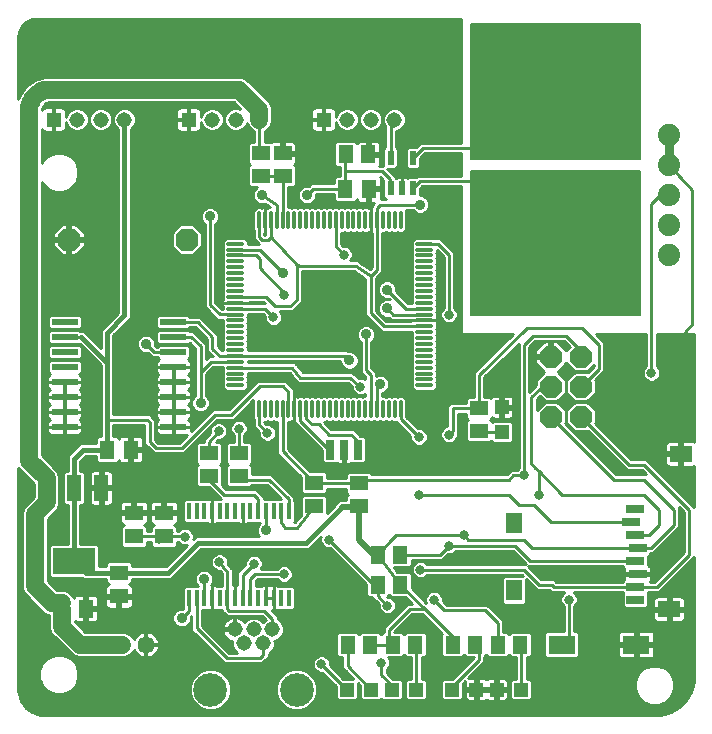
<source format=gtl>
G75*
%MOIN*%
%OFA0B0*%
%FSLAX24Y24*%
%IPPOS*%
%LPD*%
%AMOC8*
5,1,8,0,0,1.08239X$1,22.5*
%
%ADD10C,0.0050*%
%ADD11R,0.0630X0.0512*%
%ADD12R,0.0512X0.0591*%
%ADD13R,0.0512X0.0630*%
%ADD14R,0.0866X0.0236*%
%ADD15C,0.0118*%
%ADD16R,0.0472X0.0472*%
%ADD17OC8,0.0760*%
%ADD18OC8,0.0740*%
%ADD19R,0.0137X0.0550*%
%ADD20R,0.0591X0.0512*%
%ADD21C,0.0515*%
%ADD22C,0.1122*%
%ADD23R,0.0480X0.0880*%
%ADD24R,0.1417X0.0866*%
%ADD25R,0.0551X0.0709*%
%ADD26R,0.0748X0.0551*%
%ADD27R,0.0591X0.0315*%
%ADD28R,0.0709X0.0630*%
%ADD29R,0.0217X0.0472*%
%ADD30R,0.0515X0.0515*%
%ADD31R,0.0276X0.0669*%
%ADD32C,0.0570*%
%ADD33C,0.2300*%
%ADD34R,0.0906X0.0630*%
%ADD35C,0.0740*%
%ADD36C,0.0100*%
%ADD37C,0.0317*%
%ADD38C,0.0320*%
%ADD39C,0.0300*%
%ADD40C,0.0356*%
%ADD41C,0.0591*%
%ADD42C,0.0157*%
%ADD43C,0.0200*%
%ADD44C,0.0277*%
D10*
X020558Y019000D02*
X020558Y023800D01*
X026215Y023800D01*
X026215Y019000D01*
X020558Y019000D01*
X020558Y019032D02*
X026215Y019032D01*
X026215Y019080D02*
X020558Y019080D01*
X020558Y019129D02*
X026215Y019129D01*
X026215Y019177D02*
X020558Y019177D01*
X020558Y019226D02*
X026215Y019226D01*
X026215Y019274D02*
X020558Y019274D01*
X020558Y019323D02*
X026215Y019323D01*
X026215Y019371D02*
X020558Y019371D01*
X020558Y019420D02*
X026215Y019420D01*
X026215Y019468D02*
X020558Y019468D01*
X020558Y019517D02*
X026215Y019517D01*
X026215Y019565D02*
X020558Y019565D01*
X020558Y019614D02*
X026215Y019614D01*
X026215Y019662D02*
X020558Y019662D01*
X020558Y019711D02*
X026215Y019711D01*
X026215Y019759D02*
X020558Y019759D01*
X020558Y019808D02*
X026215Y019808D01*
X026215Y019856D02*
X020558Y019856D01*
X020558Y019905D02*
X026215Y019905D01*
X026215Y019953D02*
X020558Y019953D01*
X020558Y020002D02*
X026215Y020002D01*
X026215Y020050D02*
X020558Y020050D01*
X020558Y020099D02*
X026215Y020099D01*
X026215Y020147D02*
X020558Y020147D01*
X020558Y020196D02*
X026215Y020196D01*
X026215Y020244D02*
X020558Y020244D01*
X020558Y020293D02*
X026215Y020293D01*
X026215Y020341D02*
X020558Y020341D01*
X020558Y020390D02*
X026215Y020390D01*
X026215Y020438D02*
X020558Y020438D01*
X020558Y020487D02*
X026215Y020487D01*
X026215Y020535D02*
X020558Y020535D01*
X020558Y020584D02*
X026215Y020584D01*
X026215Y020632D02*
X020558Y020632D01*
X020558Y020681D02*
X026215Y020681D01*
X026215Y020729D02*
X020558Y020729D01*
X020558Y020778D02*
X026215Y020778D01*
X026215Y020826D02*
X020558Y020826D01*
X020558Y020875D02*
X026215Y020875D01*
X026215Y020923D02*
X020558Y020923D01*
X020558Y020972D02*
X026215Y020972D01*
X026215Y021020D02*
X020558Y021020D01*
X020558Y021069D02*
X026215Y021069D01*
X026215Y021117D02*
X020558Y021117D01*
X020558Y021166D02*
X026215Y021166D01*
X026215Y021214D02*
X020558Y021214D01*
X020558Y021263D02*
X026215Y021263D01*
X026215Y021311D02*
X020558Y021311D01*
X020558Y021360D02*
X026215Y021360D01*
X026215Y021408D02*
X020558Y021408D01*
X020558Y021457D02*
X026215Y021457D01*
X026215Y021505D02*
X020558Y021505D01*
X020558Y021554D02*
X026215Y021554D01*
X026215Y021602D02*
X020558Y021602D01*
X020558Y021651D02*
X026215Y021651D01*
X026215Y021699D02*
X020558Y021699D01*
X020558Y021748D02*
X026215Y021748D01*
X026215Y021796D02*
X020558Y021796D01*
X020558Y021845D02*
X026215Y021845D01*
X026215Y021893D02*
X020558Y021893D01*
X020558Y021942D02*
X026215Y021942D01*
X026215Y021990D02*
X020558Y021990D01*
X020558Y022039D02*
X026215Y022039D01*
X026215Y022087D02*
X020558Y022087D01*
X020558Y022136D02*
X026215Y022136D01*
X026215Y022184D02*
X020558Y022184D01*
X020558Y022233D02*
X026215Y022233D01*
X026215Y022281D02*
X020558Y022281D01*
X020558Y022330D02*
X026215Y022330D01*
X026215Y022378D02*
X020558Y022378D01*
X020558Y022427D02*
X026215Y022427D01*
X026215Y022475D02*
X020558Y022475D01*
X020558Y022524D02*
X026215Y022524D01*
X026215Y022572D02*
X020558Y022572D01*
X020558Y022621D02*
X026215Y022621D01*
X026215Y022669D02*
X020558Y022669D01*
X020558Y022718D02*
X026215Y022718D01*
X026215Y022766D02*
X020558Y022766D01*
X020558Y022815D02*
X026215Y022815D01*
X026215Y022863D02*
X020558Y022863D01*
X020558Y022912D02*
X026215Y022912D01*
X026215Y022960D02*
X020558Y022960D01*
X020558Y023009D02*
X026215Y023009D01*
X026215Y023057D02*
X020558Y023057D01*
X020558Y023106D02*
X026215Y023106D01*
X026215Y023154D02*
X020558Y023154D01*
X020558Y023203D02*
X026215Y023203D01*
X026215Y023251D02*
X020558Y023251D01*
X020558Y023300D02*
X026215Y023300D01*
X026215Y023348D02*
X020558Y023348D01*
X020558Y023397D02*
X026215Y023397D01*
X026215Y023445D02*
X020558Y023445D01*
X020558Y023494D02*
X026215Y023494D01*
X026215Y023542D02*
X020558Y023542D01*
X020558Y023591D02*
X026215Y023591D01*
X026215Y023639D02*
X020558Y023639D01*
X020558Y023688D02*
X026215Y023688D01*
X026215Y023736D02*
X020558Y023736D01*
X020558Y023785D02*
X026215Y023785D01*
X026215Y024200D02*
X020558Y024200D01*
X020558Y026968D01*
X020553Y026968D01*
X020553Y028689D01*
X026215Y028689D01*
X026215Y024200D01*
X026215Y024221D02*
X020558Y024221D01*
X020558Y024270D02*
X026215Y024270D01*
X026215Y024318D02*
X020558Y024318D01*
X020558Y024367D02*
X026215Y024367D01*
X026215Y024415D02*
X020558Y024415D01*
X020558Y024464D02*
X026215Y024464D01*
X026215Y024512D02*
X020558Y024512D01*
X020558Y024561D02*
X026215Y024561D01*
X026215Y024609D02*
X020558Y024609D01*
X020558Y024658D02*
X026215Y024658D01*
X026215Y024706D02*
X020558Y024706D01*
X020558Y024755D02*
X026215Y024755D01*
X026215Y024803D02*
X020558Y024803D01*
X020558Y024852D02*
X026215Y024852D01*
X026215Y024900D02*
X020558Y024900D01*
X020558Y024949D02*
X026215Y024949D01*
X026215Y024997D02*
X020558Y024997D01*
X020558Y025046D02*
X026215Y025046D01*
X026215Y025094D02*
X020558Y025094D01*
X020558Y025143D02*
X026215Y025143D01*
X026215Y025191D02*
X020558Y025191D01*
X020558Y025240D02*
X026215Y025240D01*
X026215Y025288D02*
X020558Y025288D01*
X020558Y025337D02*
X026215Y025337D01*
X026215Y025385D02*
X020558Y025385D01*
X020558Y025434D02*
X026215Y025434D01*
X026215Y025482D02*
X020558Y025482D01*
X020558Y025531D02*
X026215Y025531D01*
X026215Y025579D02*
X020558Y025579D01*
X020558Y025628D02*
X026215Y025628D01*
X026215Y025676D02*
X020558Y025676D01*
X020558Y025725D02*
X026215Y025725D01*
X026215Y025773D02*
X020558Y025773D01*
X020558Y025822D02*
X026215Y025822D01*
X026215Y025870D02*
X020558Y025870D01*
X020558Y025919D02*
X026215Y025919D01*
X026215Y025967D02*
X020558Y025967D01*
X020558Y026016D02*
X026215Y026016D01*
X026215Y026064D02*
X020558Y026064D01*
X020558Y026113D02*
X026215Y026113D01*
X026215Y026161D02*
X020558Y026161D01*
X020558Y026210D02*
X026215Y026210D01*
X026215Y026258D02*
X020558Y026258D01*
X020558Y026307D02*
X026215Y026307D01*
X026215Y026355D02*
X020558Y026355D01*
X020558Y026404D02*
X026215Y026404D01*
X026215Y026452D02*
X020558Y026452D01*
X020558Y026501D02*
X026215Y026501D01*
X026215Y026549D02*
X020558Y026549D01*
X020558Y026598D02*
X026215Y026598D01*
X026215Y026646D02*
X020558Y026646D01*
X020558Y026695D02*
X026215Y026695D01*
X026215Y026743D02*
X020558Y026743D01*
X020558Y026792D02*
X026215Y026792D01*
X026215Y026840D02*
X020558Y026840D01*
X020558Y026889D02*
X026215Y026889D01*
X026215Y026937D02*
X020558Y026937D01*
X020553Y026986D02*
X026215Y026986D01*
X026215Y027034D02*
X020553Y027034D01*
X020553Y027083D02*
X026215Y027083D01*
X026215Y027131D02*
X020553Y027131D01*
X020553Y027180D02*
X026215Y027180D01*
X026215Y027228D02*
X020553Y027228D01*
X020553Y027277D02*
X026215Y027277D01*
X026215Y027325D02*
X020553Y027325D01*
X020553Y027374D02*
X026215Y027374D01*
X026215Y027422D02*
X020553Y027422D01*
X020553Y027471D02*
X026215Y027471D01*
X026215Y027519D02*
X020553Y027519D01*
X020553Y027568D02*
X026215Y027568D01*
X026215Y027616D02*
X020553Y027616D01*
X020553Y027665D02*
X026215Y027665D01*
X026215Y027713D02*
X020553Y027713D01*
X020553Y027762D02*
X026215Y027762D01*
X026215Y027810D02*
X020553Y027810D01*
X020553Y027859D02*
X026215Y027859D01*
X026215Y027907D02*
X020553Y027907D01*
X020553Y027956D02*
X026215Y027956D01*
X026215Y028004D02*
X020553Y028004D01*
X020553Y028053D02*
X026215Y028053D01*
X026215Y028101D02*
X020553Y028101D01*
X020553Y028150D02*
X026215Y028150D01*
X026215Y028198D02*
X020553Y028198D01*
X020553Y028247D02*
X026215Y028247D01*
X026215Y028295D02*
X020553Y028295D01*
X020553Y028344D02*
X026215Y028344D01*
X026215Y028392D02*
X020553Y028392D01*
X020553Y028441D02*
X026215Y028441D01*
X026215Y028489D02*
X020553Y028489D01*
X020553Y028538D02*
X026215Y028538D01*
X026215Y028586D02*
X020553Y028586D01*
X020553Y028635D02*
X026215Y028635D01*
X026215Y028683D02*
X020553Y028683D01*
D11*
X015333Y013394D03*
X015333Y012606D03*
X010333Y012394D03*
X010333Y011606D03*
X009333Y011606D03*
X009333Y012394D03*
X008833Y010394D03*
X008833Y009606D03*
D12*
X016459Y008000D03*
X017207Y008000D03*
X017959Y008000D03*
X018707Y008000D03*
X019959Y008000D03*
X020707Y008000D03*
X021459Y008000D03*
X022207Y008000D03*
X018207Y010000D03*
X017459Y010000D03*
X017459Y011000D03*
X018207Y011000D03*
X017136Y024346D03*
X016388Y024346D03*
D13*
X016369Y023189D03*
X017156Y023189D03*
X009227Y014500D03*
X008440Y014500D03*
X007727Y009200D03*
X006940Y009200D03*
D14*
X007022Y015250D03*
X007022Y015750D03*
X007022Y016250D03*
X007022Y016750D03*
X007022Y017250D03*
X007022Y017750D03*
X007022Y018250D03*
X007022Y018750D03*
X010644Y018750D03*
X010644Y018250D03*
X010644Y017750D03*
X010644Y017250D03*
X010644Y016750D03*
X010644Y016250D03*
X010644Y015750D03*
X010644Y015250D03*
D15*
X012475Y016638D02*
X012947Y016638D01*
X012947Y016835D02*
X012475Y016835D01*
X012475Y017031D02*
X012947Y017031D01*
X012947Y017228D02*
X012475Y017228D01*
X012475Y017425D02*
X012947Y017425D01*
X012947Y017622D02*
X012475Y017622D01*
X012475Y017819D02*
X012947Y017819D01*
X012947Y018016D02*
X012475Y018016D01*
X012475Y018213D02*
X012947Y018213D01*
X012947Y018409D02*
X012475Y018409D01*
X012475Y018606D02*
X012947Y018606D01*
X012947Y018803D02*
X012475Y018803D01*
X012475Y019000D02*
X012947Y019000D01*
X012947Y019197D02*
X012475Y019197D01*
X012475Y019394D02*
X012947Y019394D01*
X012947Y019591D02*
X012475Y019591D01*
X012475Y019787D02*
X012947Y019787D01*
X012947Y019984D02*
X012475Y019984D01*
X012475Y020181D02*
X012947Y020181D01*
X012947Y020378D02*
X012475Y020378D01*
X012475Y020575D02*
X012947Y020575D01*
X012947Y020772D02*
X012475Y020772D01*
X012475Y020969D02*
X012947Y020969D01*
X012947Y021165D02*
X012475Y021165D01*
X012475Y021362D02*
X012947Y021362D01*
X013499Y021914D02*
X013499Y022386D01*
X013696Y022386D02*
X013696Y021914D01*
X013892Y021914D02*
X013892Y022386D01*
X014089Y022386D02*
X014089Y021914D01*
X014286Y021914D02*
X014286Y022386D01*
X014483Y022386D02*
X014483Y021914D01*
X014680Y021914D02*
X014680Y022386D01*
X014877Y022386D02*
X014877Y021914D01*
X015073Y021914D02*
X015073Y022386D01*
X015270Y022386D02*
X015270Y021914D01*
X015467Y021914D02*
X015467Y022386D01*
X015664Y022386D02*
X015664Y021914D01*
X015861Y021914D02*
X015861Y022386D01*
X016058Y022386D02*
X016058Y021914D01*
X016255Y021914D02*
X016255Y022386D01*
X016451Y022386D02*
X016451Y021914D01*
X016648Y021914D02*
X016648Y022386D01*
X016845Y022386D02*
X016845Y021914D01*
X017042Y021914D02*
X017042Y022386D01*
X017239Y022386D02*
X017239Y021914D01*
X017436Y021914D02*
X017436Y022386D01*
X017633Y022386D02*
X017633Y021914D01*
X017829Y021914D02*
X017829Y022386D01*
X018026Y022386D02*
X018026Y021914D01*
X018223Y021914D02*
X018223Y022386D01*
X018774Y021362D02*
X019246Y021362D01*
X019246Y021165D02*
X018774Y021165D01*
X018774Y020969D02*
X019246Y020969D01*
X019246Y020772D02*
X018774Y020772D01*
X018774Y020575D02*
X019246Y020575D01*
X019246Y020378D02*
X018774Y020378D01*
X018774Y020181D02*
X019246Y020181D01*
X019246Y019984D02*
X018774Y019984D01*
X018774Y019787D02*
X019246Y019787D01*
X019246Y019591D02*
X018774Y019591D01*
X018774Y019394D02*
X019246Y019394D01*
X019246Y019197D02*
X018774Y019197D01*
X018774Y019000D02*
X019246Y019000D01*
X019246Y018803D02*
X018774Y018803D01*
X018774Y018606D02*
X019246Y018606D01*
X019246Y018409D02*
X018774Y018409D01*
X018774Y018213D02*
X019246Y018213D01*
X019246Y018016D02*
X018774Y018016D01*
X018774Y017819D02*
X019246Y017819D01*
X019246Y017622D02*
X018774Y017622D01*
X018774Y017425D02*
X019246Y017425D01*
X019246Y017228D02*
X018774Y017228D01*
X018774Y017031D02*
X019246Y017031D01*
X019246Y016835D02*
X018774Y016835D01*
X018774Y016638D02*
X019246Y016638D01*
X018223Y016086D02*
X018223Y015614D01*
X018026Y015614D02*
X018026Y016086D01*
X017829Y016086D02*
X017829Y015614D01*
X017633Y015614D02*
X017633Y016086D01*
X017436Y016086D02*
X017436Y015614D01*
X017239Y015614D02*
X017239Y016086D01*
X017042Y016086D02*
X017042Y015614D01*
X016845Y015614D02*
X016845Y016086D01*
X016648Y016086D02*
X016648Y015614D01*
X016451Y015614D02*
X016451Y016086D01*
X016255Y016086D02*
X016255Y015614D01*
X016058Y015614D02*
X016058Y016086D01*
X015861Y016086D02*
X015861Y015614D01*
X015664Y015614D02*
X015664Y016086D01*
X015467Y016086D02*
X015467Y015614D01*
X015270Y015614D02*
X015270Y016086D01*
X015073Y016086D02*
X015073Y015614D01*
X014877Y015614D02*
X014877Y016086D01*
X014680Y016086D02*
X014680Y015614D01*
X014483Y015614D02*
X014483Y016086D01*
X014286Y016086D02*
X014286Y015614D01*
X014089Y015614D02*
X014089Y016086D01*
X013892Y016086D02*
X013892Y015614D01*
X013696Y015614D02*
X013696Y016086D01*
X013499Y016086D02*
X013499Y015614D01*
D16*
X021597Y015913D03*
X021597Y015087D03*
X021420Y006500D03*
X020747Y006500D03*
X019920Y006500D03*
X018747Y006500D03*
X017920Y006500D03*
X017247Y006500D03*
X016420Y006500D03*
X022247Y006500D03*
D17*
X011093Y021500D03*
X007156Y021500D03*
D18*
X023233Y017600D03*
X023233Y016600D03*
X023233Y015600D03*
X024233Y015600D03*
X024233Y016600D03*
X024233Y017600D03*
D19*
X014497Y012439D03*
X014241Y012439D03*
X013985Y012439D03*
X013729Y012439D03*
X013473Y012439D03*
X013217Y012439D03*
X012961Y012439D03*
X012705Y012439D03*
X012449Y012439D03*
X012194Y012439D03*
X011938Y012439D03*
X011682Y012439D03*
X011426Y012439D03*
X011170Y012439D03*
X011170Y009561D03*
X011426Y009561D03*
X011682Y009561D03*
X011938Y009561D03*
X012194Y009561D03*
X012449Y009561D03*
X012705Y009561D03*
X012961Y009561D03*
X013217Y009561D03*
X013473Y009561D03*
X013729Y009561D03*
X013985Y009561D03*
X014241Y009561D03*
X014497Y009561D03*
D20*
X016833Y012626D03*
X016833Y013374D03*
X020833Y015126D03*
X020833Y015874D03*
X012833Y014374D03*
X012833Y013626D03*
X011833Y013626D03*
X011833Y014374D03*
X013552Y023626D03*
X014295Y023626D03*
X014295Y024374D03*
X013552Y024374D03*
D21*
X013514Y025500D03*
X012727Y025500D03*
X011940Y025500D03*
X009014Y025500D03*
X008227Y025500D03*
X007440Y025500D03*
X016440Y025500D03*
X017227Y025500D03*
X018014Y025500D03*
X013948Y008508D03*
X013633Y008035D03*
X013318Y008508D03*
X013003Y008035D03*
X012688Y008508D03*
D22*
X011881Y006500D03*
X014755Y006500D03*
D23*
X008243Y013220D03*
X007333Y013220D03*
X006423Y013220D03*
D24*
X007333Y010780D03*
D25*
X021991Y009807D03*
X021991Y012051D03*
D26*
X027168Y009177D03*
X027562Y014354D03*
D27*
X026046Y012520D03*
X025888Y012087D03*
X026046Y011654D03*
X026125Y011220D03*
X026046Y010787D03*
X026125Y010354D03*
X026046Y009921D03*
X026046Y009488D03*
D28*
X023333Y023449D03*
X023333Y024551D03*
D29*
X018633Y024232D03*
X017885Y024232D03*
X017885Y023209D03*
X018259Y023209D03*
X018633Y023209D03*
D30*
X015652Y025500D03*
X011152Y025500D03*
X006652Y025500D03*
D31*
X015861Y014500D03*
X016333Y014500D03*
X016806Y014500D03*
D32*
X009727Y008000D03*
X008940Y008000D03*
D33*
X023333Y021000D03*
X023333Y027000D03*
D34*
X023593Y008000D03*
X026073Y008000D03*
D35*
X027183Y021000D03*
X027183Y022000D03*
X027183Y023000D03*
X027183Y024000D03*
X027183Y025000D03*
D36*
X005947Y005743D02*
X005732Y005899D01*
X005576Y006114D01*
X005494Y006367D01*
X005483Y006500D01*
X005483Y013875D01*
X005593Y013765D01*
X005999Y013359D01*
X005999Y012916D01*
X005793Y012709D01*
X005674Y012590D01*
X005609Y012434D01*
X005609Y009866D01*
X005674Y009710D01*
X005793Y009591D01*
X006349Y009034D01*
X006505Y008970D01*
X006516Y008970D01*
X006516Y008516D01*
X006580Y008360D01*
X006699Y008241D01*
X007299Y007641D01*
X007455Y007576D01*
X009024Y007576D01*
X009180Y007641D01*
X009299Y007760D01*
X009327Y007827D01*
X009355Y007772D01*
X009395Y007717D01*
X009444Y007668D01*
X009499Y007628D01*
X009560Y007597D01*
X009625Y007576D01*
X009693Y007565D01*
X009708Y007565D01*
X009708Y007981D01*
X009746Y007981D01*
X009746Y007565D01*
X009761Y007565D01*
X009829Y007576D01*
X009894Y007597D01*
X009955Y007628D01*
X010010Y007668D01*
X010059Y007717D01*
X010099Y007772D01*
X010130Y007833D01*
X010151Y007898D01*
X010162Y007966D01*
X010162Y007981D01*
X009746Y007981D01*
X009746Y008019D01*
X009708Y008019D01*
X009708Y008435D01*
X009693Y008435D01*
X009625Y008424D01*
X009560Y008403D01*
X009499Y008372D01*
X009444Y008332D01*
X009395Y008283D01*
X009355Y008228D01*
X009327Y008173D01*
X009299Y008240D01*
X009180Y008359D01*
X009024Y008424D01*
X007715Y008424D01*
X007364Y008776D01*
X007364Y008780D01*
X007379Y008765D01*
X007413Y008745D01*
X007451Y008735D01*
X007677Y008735D01*
X007677Y009150D01*
X007777Y009150D01*
X007777Y008735D01*
X008003Y008735D01*
X008041Y008745D01*
X008075Y008765D01*
X008103Y008793D01*
X008123Y008827D01*
X008133Y008865D01*
X008133Y009150D01*
X007777Y009150D01*
X007777Y009250D01*
X007677Y009250D01*
X007677Y009665D01*
X007451Y009665D01*
X007413Y009655D01*
X007379Y009635D01*
X007351Y009607D01*
X007331Y009573D01*
X007329Y009563D01*
X007299Y009634D01*
X007180Y009753D01*
X007024Y009818D01*
X006765Y009818D01*
X006457Y010126D01*
X006457Y012174D01*
X006664Y012381D01*
X006783Y012500D01*
X006847Y012656D01*
X006847Y013619D01*
X006783Y013775D01*
X006664Y013894D01*
X006257Y014301D01*
X006257Y023428D01*
X006282Y023368D01*
X006465Y023185D01*
X006704Y023086D01*
X006963Y023086D01*
X007202Y023185D01*
X007384Y023368D01*
X007483Y023607D01*
X007483Y023866D01*
X007384Y024104D01*
X007202Y024287D01*
X006963Y024386D01*
X006704Y024386D01*
X006465Y024287D01*
X006282Y024104D01*
X006257Y024044D01*
X006257Y025181D01*
X006275Y025150D01*
X006303Y025122D01*
X006337Y025103D01*
X006375Y025093D01*
X006623Y025093D01*
X006623Y025471D01*
X006681Y025471D01*
X006681Y025093D01*
X006929Y025093D01*
X006968Y025103D01*
X007002Y025122D01*
X007030Y025150D01*
X007049Y025185D01*
X007060Y025223D01*
X007060Y025408D01*
X007112Y025281D01*
X007221Y025173D01*
X007363Y025114D01*
X007516Y025114D01*
X007658Y025173D01*
X007767Y025281D01*
X007826Y025423D01*
X007826Y025577D01*
X007767Y025719D01*
X007658Y025827D01*
X007516Y025886D01*
X007363Y025886D01*
X007221Y025827D01*
X007112Y025719D01*
X007060Y025592D01*
X007060Y025777D01*
X007049Y025815D01*
X007030Y025850D01*
X007002Y025878D01*
X006968Y025897D01*
X006929Y025907D01*
X006681Y025907D01*
X006681Y025529D01*
X006623Y025529D01*
X006623Y025907D01*
X006375Y025907D01*
X006337Y025897D01*
X006303Y025878D01*
X006275Y025850D01*
X006260Y025824D01*
X006261Y025837D01*
X006288Y025921D01*
X006340Y025993D01*
X006412Y026045D01*
X006496Y026072D01*
X006540Y026076D01*
X012658Y026076D01*
X012878Y025855D01*
X012804Y025886D01*
X012650Y025886D01*
X012508Y025827D01*
X012400Y025719D01*
X012341Y025577D01*
X012341Y025423D01*
X012400Y025281D01*
X012508Y025173D01*
X012650Y025114D01*
X012804Y025114D01*
X012946Y025173D01*
X013054Y025281D01*
X013100Y025392D01*
X013155Y025260D01*
X013274Y025141D01*
X013336Y025115D01*
X013336Y024759D01*
X013204Y024759D01*
X013128Y024683D01*
X013128Y024065D01*
X013193Y024000D01*
X013128Y023935D01*
X013128Y023317D01*
X013204Y023241D01*
X013429Y023241D01*
X013427Y023240D01*
X013341Y023154D01*
X013294Y023041D01*
X013294Y022919D01*
X013341Y022806D01*
X013427Y022720D01*
X013540Y022673D01*
X013662Y022673D01*
X013708Y022692D01*
X013883Y022574D01*
X013815Y022574D01*
X013805Y022564D01*
X013776Y022581D01*
X013723Y022595D01*
X013696Y022595D01*
X013696Y022150D01*
X013696Y022150D01*
X013696Y022595D01*
X013668Y022595D01*
X013615Y022581D01*
X013586Y022564D01*
X013576Y022574D01*
X013421Y022574D01*
X013311Y022464D01*
X013311Y021836D01*
X013320Y021827D01*
X013320Y021513D01*
X013422Y021410D01*
X013488Y021344D01*
X013135Y021344D01*
X013135Y021440D01*
X013025Y021550D01*
X012397Y021550D01*
X012287Y021440D01*
X012287Y021284D01*
X012308Y021264D01*
X012287Y021243D01*
X012287Y021088D01*
X012308Y021067D01*
X012287Y021046D01*
X012287Y020891D01*
X012308Y020870D01*
X012287Y020849D01*
X012287Y020694D01*
X012308Y020673D01*
X012287Y020653D01*
X012287Y020497D01*
X012308Y020476D01*
X012287Y020456D01*
X012287Y020300D01*
X012308Y020280D01*
X012287Y020259D01*
X012287Y020103D01*
X012308Y020083D01*
X012287Y020062D01*
X012287Y019906D01*
X012308Y019886D01*
X012287Y019865D01*
X012287Y019710D01*
X012308Y019689D01*
X012287Y019668D01*
X012287Y019513D01*
X012297Y019503D01*
X012280Y019474D01*
X012266Y019421D01*
X012266Y019394D01*
X012711Y019394D01*
X012711Y019394D01*
X012266Y019394D01*
X012266Y019366D01*
X012280Y019313D01*
X012297Y019284D01*
X012287Y019275D01*
X012287Y019183D01*
X012258Y019183D01*
X012048Y019393D01*
X012048Y022016D01*
X012129Y022098D01*
X012176Y022211D01*
X012176Y022333D01*
X012129Y022445D01*
X012043Y022532D01*
X011930Y022579D01*
X011808Y022579D01*
X011695Y022532D01*
X011609Y022445D01*
X011562Y022333D01*
X011562Y022211D01*
X011609Y022098D01*
X011690Y022016D01*
X011690Y019245D01*
X011795Y019140D01*
X012110Y018825D01*
X012287Y018825D01*
X012287Y018725D01*
X012308Y018705D01*
X012287Y018684D01*
X012287Y018529D01*
X012308Y018508D01*
X012287Y018487D01*
X012287Y018332D01*
X012308Y018311D01*
X012287Y018290D01*
X012287Y018135D01*
X012308Y018114D01*
X012287Y018094D01*
X012287Y017938D01*
X012308Y017917D01*
X012287Y017897D01*
X012287Y017805D01*
X012258Y017805D01*
X012126Y017936D01*
X012126Y018330D01*
X011632Y018824D01*
X011527Y018929D01*
X011199Y018929D01*
X011131Y018997D01*
X010158Y018997D01*
X010083Y018921D01*
X010083Y018579D01*
X010158Y018503D01*
X011131Y018503D01*
X011199Y018571D01*
X011379Y018571D01*
X011769Y018182D01*
X011769Y017788D01*
X011873Y017683D01*
X011953Y017604D01*
X011830Y017604D01*
X011733Y017506D01*
X011733Y018015D01*
X011628Y018120D01*
X011313Y018435D01*
X011193Y018435D01*
X011131Y018497D01*
X010158Y018497D01*
X010083Y018421D01*
X010083Y018079D01*
X010158Y018003D01*
X011131Y018003D01*
X011185Y018057D01*
X011375Y017867D01*
X011375Y016306D01*
X011294Y016225D01*
X011247Y016112D01*
X011247Y015990D01*
X011294Y015877D01*
X011380Y015791D01*
X011493Y015744D01*
X011615Y015744D01*
X011728Y015791D01*
X011814Y015877D01*
X011861Y015990D01*
X011861Y016112D01*
X011814Y016225D01*
X011733Y016306D01*
X011733Y017001D01*
X011978Y017246D01*
X012287Y017246D01*
X012287Y017151D01*
X012308Y017130D01*
X012287Y017109D01*
X012287Y016954D01*
X012308Y016933D01*
X012287Y016912D01*
X012287Y016757D01*
X012308Y016736D01*
X012287Y016716D01*
X012287Y016560D01*
X012397Y016450D01*
X013025Y016450D01*
X013135Y016560D01*
X013135Y016716D01*
X013115Y016736D01*
X013135Y016757D01*
X013135Y016912D01*
X013115Y016933D01*
X013135Y016954D01*
X013135Y017050D01*
X014522Y017050D01*
X014705Y016834D01*
X014705Y016826D01*
X014752Y016779D01*
X014795Y016728D01*
X014803Y016727D01*
X014809Y016721D01*
X014876Y016721D01*
X014942Y016716D01*
X014949Y016721D01*
X016467Y016721D01*
X016595Y016612D01*
X016595Y016543D01*
X016639Y016436D01*
X016720Y016355D01*
X016826Y016311D01*
X016941Y016311D01*
X017044Y016354D01*
X017044Y016274D01*
X016964Y016274D01*
X016944Y016254D01*
X016923Y016274D01*
X016767Y016274D01*
X016747Y016254D01*
X016726Y016274D01*
X016571Y016274D01*
X016550Y016254D01*
X016529Y016274D01*
X016374Y016274D01*
X016353Y016254D01*
X016332Y016274D01*
X016177Y016274D01*
X016156Y016254D01*
X016136Y016274D01*
X015980Y016274D01*
X015959Y016254D01*
X015939Y016274D01*
X015783Y016274D01*
X015762Y016254D01*
X015742Y016274D01*
X015586Y016274D01*
X015566Y016254D01*
X015545Y016274D01*
X015389Y016274D01*
X015369Y016254D01*
X015348Y016274D01*
X015193Y016274D01*
X015172Y016254D01*
X015151Y016274D01*
X014996Y016274D01*
X014975Y016254D01*
X014954Y016274D01*
X014799Y016274D01*
X014789Y016265D01*
X014760Y016281D01*
X014707Y016296D01*
X014680Y016296D01*
X014680Y015850D01*
X014680Y015405D01*
X014698Y015405D01*
X014698Y015383D01*
X014803Y015278D01*
X015594Y014486D01*
X015594Y014112D01*
X015670Y014037D01*
X016052Y014037D01*
X016082Y014067D01*
X016103Y014045D01*
X016138Y014026D01*
X016176Y014015D01*
X016314Y014015D01*
X016314Y014481D01*
X016352Y014481D01*
X016352Y014015D01*
X016491Y014015D01*
X016529Y014026D01*
X016563Y014045D01*
X016585Y014067D01*
X016615Y014037D01*
X016997Y014037D01*
X017072Y014112D01*
X017072Y014888D01*
X016997Y014963D01*
X016873Y014963D01*
X016657Y015179D01*
X015907Y015179D01*
X015670Y015417D01*
X015660Y015426D01*
X015742Y015426D01*
X015762Y015447D01*
X015783Y015426D01*
X015939Y015426D01*
X015959Y015447D01*
X015980Y015426D01*
X016136Y015426D01*
X016156Y015447D01*
X016177Y015426D01*
X016332Y015426D01*
X016353Y015447D01*
X016374Y015426D01*
X016529Y015426D01*
X016550Y015447D01*
X016571Y015426D01*
X016726Y015426D01*
X016747Y015447D01*
X016767Y015426D01*
X016923Y015426D01*
X016944Y015447D01*
X016964Y015426D01*
X017120Y015426D01*
X017140Y015447D01*
X017161Y015426D01*
X017317Y015426D01*
X017337Y015447D01*
X017358Y015426D01*
X017513Y015426D01*
X017534Y015447D01*
X017555Y015426D01*
X017710Y015426D01*
X017731Y015447D01*
X017752Y015426D01*
X017907Y015426D01*
X017928Y015447D01*
X017948Y015426D01*
X018075Y015426D01*
X018149Y015353D01*
X018545Y014957D01*
X018545Y014864D01*
X018589Y014758D01*
X018670Y014676D01*
X018776Y014633D01*
X018891Y014633D01*
X018997Y014676D01*
X019078Y014758D01*
X019122Y014864D01*
X019122Y014979D01*
X019078Y015085D01*
X018997Y015166D01*
X018891Y015210D01*
X018797Y015210D01*
X018411Y015596D01*
X018411Y016164D01*
X018301Y016274D01*
X018145Y016274D01*
X018125Y016254D01*
X018104Y016274D01*
X017948Y016274D01*
X017928Y016254D01*
X017907Y016274D01*
X017752Y016274D01*
X017731Y016254D01*
X017710Y016274D01*
X017614Y016274D01*
X017614Y016381D01*
X017712Y016421D01*
X017798Y016507D01*
X017845Y016620D01*
X017845Y016742D01*
X017798Y016855D01*
X017712Y016941D01*
X017599Y016988D01*
X017477Y016988D01*
X017402Y016957D01*
X017402Y017070D01*
X017297Y017175D01*
X017244Y017228D01*
X017244Y018079D01*
X017326Y018161D01*
X017372Y018274D01*
X017372Y018396D01*
X017326Y018508D01*
X017239Y018595D01*
X017127Y018641D01*
X017005Y018641D01*
X016892Y018595D01*
X016805Y018508D01*
X016759Y018396D01*
X016759Y018274D01*
X016805Y018161D01*
X016887Y018079D01*
X016887Y017080D01*
X017044Y016922D01*
X017044Y016846D01*
X016941Y016889D01*
X016826Y016889D01*
X016823Y016887D01*
X016655Y017031D01*
X016607Y017079D01*
X016599Y017079D01*
X016593Y017084D01*
X016526Y017079D01*
X014966Y017079D01*
X014784Y017294D01*
X014784Y017302D01*
X014737Y017350D01*
X014693Y017400D01*
X014685Y017401D01*
X014679Y017407D01*
X014612Y017407D01*
X014546Y017413D01*
X014539Y017407D01*
X013135Y017407D01*
X013135Y017443D01*
X016208Y017443D01*
X016208Y017407D01*
X016254Y017295D01*
X016341Y017208D01*
X016453Y017162D01*
X016575Y017162D01*
X016688Y017208D01*
X016775Y017295D01*
X016821Y017407D01*
X016821Y017530D01*
X016775Y017642D01*
X016688Y017729D01*
X016575Y017775D01*
X016460Y017775D01*
X016435Y017801D01*
X013135Y017801D01*
X013135Y017897D01*
X013115Y017917D01*
X013135Y017938D01*
X013135Y018094D01*
X013115Y018114D01*
X013135Y018135D01*
X013135Y018290D01*
X013115Y018311D01*
X013135Y018332D01*
X013135Y018487D01*
X013115Y018508D01*
X013135Y018529D01*
X013135Y018684D01*
X013115Y018705D01*
X013135Y018725D01*
X013135Y018881D01*
X013115Y018902D01*
X013135Y018922D01*
X013135Y019018D01*
X013619Y019018D01*
X013695Y018942D01*
X013695Y018849D01*
X013739Y018743D01*
X013820Y018662D01*
X013926Y018618D01*
X014041Y018618D01*
X014147Y018662D01*
X014228Y018743D01*
X014272Y018849D01*
X014272Y018964D01*
X014228Y019070D01*
X014197Y019101D01*
X014620Y019101D01*
X014840Y019321D01*
X014840Y019321D01*
X014945Y019426D01*
X014945Y020447D01*
X016677Y020447D01*
X017044Y020192D01*
X017044Y018969D01*
X017586Y018428D01*
X018586Y018428D01*
X018586Y018332D01*
X018607Y018311D01*
X018586Y018290D01*
X018586Y018135D01*
X018607Y018114D01*
X018586Y018094D01*
X018586Y017938D01*
X018607Y017917D01*
X018586Y017897D01*
X018586Y017741D01*
X018607Y017720D01*
X018586Y017700D01*
X018586Y017544D01*
X018607Y017524D01*
X018586Y017503D01*
X018586Y017347D01*
X018607Y017327D01*
X018586Y017306D01*
X018586Y017151D01*
X018607Y017130D01*
X018586Y017109D01*
X018586Y016954D01*
X018607Y016933D01*
X018586Y016912D01*
X018586Y016757D01*
X018607Y016736D01*
X018586Y016716D01*
X018586Y016560D01*
X018696Y016450D01*
X019325Y016450D01*
X019435Y016560D01*
X019435Y016716D01*
X019414Y016736D01*
X019435Y016757D01*
X019435Y016912D01*
X019414Y016933D01*
X019435Y016954D01*
X019435Y017109D01*
X019414Y017130D01*
X019435Y017151D01*
X019435Y017306D01*
X019414Y017327D01*
X019435Y017347D01*
X019435Y017503D01*
X019414Y017524D01*
X019435Y017544D01*
X019435Y017700D01*
X019414Y017720D01*
X019435Y017741D01*
X019435Y017897D01*
X019414Y017917D01*
X019435Y017938D01*
X019435Y018094D01*
X019414Y018114D01*
X019435Y018135D01*
X019435Y018290D01*
X019414Y018311D01*
X019435Y018332D01*
X019435Y018487D01*
X019414Y018508D01*
X019435Y018529D01*
X019435Y018684D01*
X019425Y018694D01*
X019442Y018722D01*
X019456Y018776D01*
X019456Y018803D01*
X019011Y018803D01*
X019011Y018803D01*
X019456Y018803D01*
X019456Y018831D01*
X019442Y018884D01*
X019425Y018913D01*
X019435Y018922D01*
X019435Y019078D01*
X019414Y019098D01*
X019435Y019119D01*
X019435Y019275D01*
X019414Y019295D01*
X019435Y019316D01*
X019435Y019471D01*
X019414Y019492D01*
X019435Y019513D01*
X019435Y019668D01*
X019414Y019689D01*
X019435Y019710D01*
X019435Y019865D01*
X019414Y019886D01*
X019435Y019906D01*
X019435Y020062D01*
X019414Y020083D01*
X019435Y020103D01*
X019435Y020259D01*
X019414Y020280D01*
X019435Y020300D01*
X019435Y020456D01*
X019414Y020476D01*
X019435Y020497D01*
X019435Y020653D01*
X019414Y020673D01*
X019435Y020694D01*
X019435Y020849D01*
X019414Y020870D01*
X019435Y020891D01*
X019435Y021046D01*
X019414Y021067D01*
X019435Y021088D01*
X019435Y021146D01*
X019655Y020926D01*
X019655Y019230D01*
X019589Y019164D01*
X019545Y019057D01*
X019545Y018943D01*
X019589Y018836D01*
X019670Y018755D01*
X019776Y018711D01*
X019891Y018711D01*
X019997Y018755D01*
X020078Y018836D01*
X020122Y018943D01*
X020122Y019057D01*
X020078Y019164D01*
X020012Y019230D01*
X020012Y021074D01*
X019907Y021179D01*
X019545Y021541D01*
X019334Y021541D01*
X019325Y021550D01*
X018696Y021550D01*
X018586Y021440D01*
X018586Y021284D01*
X018607Y021264D01*
X018586Y021243D01*
X018586Y021088D01*
X018607Y021067D01*
X018586Y021046D01*
X018586Y020891D01*
X018607Y020870D01*
X018586Y020849D01*
X018586Y020694D01*
X018607Y020673D01*
X018586Y020653D01*
X018586Y020497D01*
X018607Y020476D01*
X018586Y020456D01*
X018586Y020300D01*
X018607Y020280D01*
X018586Y020259D01*
X018586Y020103D01*
X018607Y020083D01*
X018586Y020062D01*
X018586Y019906D01*
X018607Y019886D01*
X018586Y019865D01*
X018586Y019710D01*
X018607Y019689D01*
X018586Y019668D01*
X018586Y019513D01*
X018607Y019492D01*
X018586Y019471D01*
X018586Y019376D01*
X018482Y019376D01*
X018081Y019777D01*
X018081Y019892D01*
X018034Y020005D01*
X017948Y020091D01*
X017835Y020138D01*
X017713Y020138D01*
X017600Y020091D01*
X017514Y020005D01*
X017467Y019892D01*
X017467Y019770D01*
X017514Y019657D01*
X017600Y019571D01*
X017713Y019524D01*
X017828Y019524D01*
X017851Y019501D01*
X017835Y019508D01*
X017713Y019508D01*
X017600Y019461D01*
X017514Y019375D01*
X017467Y019262D01*
X017467Y019140D01*
X017514Y019027D01*
X017600Y018941D01*
X017713Y018894D01*
X017828Y018894D01*
X017901Y018821D01*
X018565Y018821D01*
X018565Y018803D01*
X018565Y018785D01*
X017734Y018785D01*
X017402Y019117D01*
X017402Y020212D01*
X017614Y020424D01*
X017614Y021726D01*
X017710Y021726D01*
X017731Y021746D01*
X017752Y021726D01*
X017907Y021726D01*
X017928Y021746D01*
X017948Y021726D01*
X018104Y021726D01*
X018125Y021746D01*
X018145Y021726D01*
X018301Y021726D01*
X018411Y021836D01*
X018411Y022464D01*
X018388Y022487D01*
X018621Y022487D01*
X018703Y022405D01*
X018816Y022359D01*
X018938Y022359D01*
X019050Y022405D01*
X019137Y022492D01*
X019183Y022604D01*
X019183Y022726D01*
X019137Y022839D01*
X019050Y022925D01*
X018938Y022972D01*
X018870Y022972D01*
X018870Y023193D01*
X018947Y023270D01*
X020223Y023270D01*
X020223Y018350D01*
X021970Y018350D01*
X020761Y017179D01*
X020759Y017179D01*
X020708Y017127D01*
X020656Y017077D01*
X020656Y017075D01*
X020655Y017074D01*
X020655Y017001D01*
X020653Y016929D01*
X020655Y016928D01*
X020655Y016259D01*
X020485Y016259D01*
X020409Y016183D01*
X020409Y016053D01*
X019885Y016053D01*
X019781Y015948D01*
X019781Y015289D01*
X019776Y015289D01*
X019670Y015245D01*
X019589Y015164D01*
X019545Y015057D01*
X019545Y014943D01*
X019589Y014836D01*
X019670Y014755D01*
X019776Y014711D01*
X019891Y014711D01*
X019997Y014755D01*
X020078Y014836D01*
X020122Y014943D01*
X020122Y015036D01*
X020138Y015052D01*
X020138Y015695D01*
X020409Y015695D01*
X020409Y015565D01*
X020474Y015500D01*
X020409Y015435D01*
X020409Y014817D01*
X020485Y014741D01*
X021182Y014741D01*
X021235Y014794D01*
X021308Y014722D01*
X021887Y014722D01*
X021962Y014797D01*
X021962Y015376D01*
X021887Y015452D01*
X021308Y015452D01*
X021257Y015401D01*
X021257Y015435D01*
X021193Y015500D01*
X021257Y015565D01*
X021257Y015569D01*
X021269Y015557D01*
X021303Y015537D01*
X021341Y015527D01*
X021547Y015527D01*
X021547Y015863D01*
X021647Y015863D01*
X021647Y015527D01*
X021853Y015527D01*
X021891Y015537D01*
X021925Y015557D01*
X021953Y015585D01*
X021973Y015619D01*
X021983Y015657D01*
X021983Y015863D01*
X021647Y015863D01*
X021647Y015963D01*
X021983Y015963D01*
X021983Y016169D01*
X021973Y016208D01*
X021953Y016242D01*
X021925Y016270D01*
X021891Y016289D01*
X021853Y016300D01*
X021647Y016300D01*
X021647Y015963D01*
X021547Y015963D01*
X021547Y016300D01*
X021341Y016300D01*
X021303Y016289D01*
X021269Y016270D01*
X021241Y016242D01*
X021225Y016215D01*
X021182Y016259D01*
X021012Y016259D01*
X021012Y016924D01*
X022155Y018031D01*
X022155Y013880D01*
X022104Y013829D01*
X021909Y013829D01*
X021805Y013724D01*
X021759Y013679D01*
X017257Y013679D01*
X017257Y013683D01*
X017182Y013759D01*
X016485Y013759D01*
X016409Y013683D01*
X016409Y013553D01*
X015777Y013553D01*
X015777Y013703D01*
X015702Y013778D01*
X015201Y013778D01*
X014465Y014515D01*
X014465Y015426D01*
X014561Y015426D01*
X014570Y015436D01*
X014599Y015419D01*
X014652Y015405D01*
X014680Y015405D01*
X014680Y015850D01*
X014680Y015850D01*
X014680Y015850D01*
X014680Y016296D01*
X014662Y016296D01*
X014662Y016503D01*
X014488Y016676D01*
X014384Y016781D01*
X013448Y016781D01*
X012503Y015836D01*
X011952Y015836D01*
X011227Y015111D01*
X011227Y015112D01*
X011227Y015241D01*
X010653Y015241D01*
X010653Y014982D01*
X011097Y014982D01*
X011098Y014982D01*
X010850Y014734D01*
X010132Y014734D01*
X010040Y014826D01*
X010040Y015495D01*
X009935Y015600D01*
X009935Y015600D01*
X009856Y015679D01*
X008647Y015679D01*
X008647Y018308D01*
X009100Y018761D01*
X009100Y018761D01*
X009222Y018883D01*
X009222Y025168D01*
X009233Y025173D01*
X009342Y025281D01*
X009401Y025423D01*
X009401Y025577D01*
X009342Y025719D01*
X009233Y025827D01*
X009091Y025886D01*
X008938Y025886D01*
X008796Y025827D01*
X008687Y025719D01*
X008628Y025577D01*
X008628Y025423D01*
X008687Y025281D01*
X008796Y025173D01*
X008807Y025168D01*
X008807Y019054D01*
X008354Y018601D01*
X008354Y018601D01*
X008232Y018480D01*
X008232Y017895D01*
X007669Y018457D01*
X007548Y018457D01*
X007509Y018497D01*
X006536Y018497D01*
X006460Y018421D01*
X006460Y018079D01*
X006536Y018003D01*
X007509Y018003D01*
X007523Y018017D01*
X008232Y017308D01*
X008232Y014944D01*
X008130Y014944D01*
X008055Y014868D01*
X008055Y014707D01*
X007547Y014707D01*
X007247Y014407D01*
X007126Y014286D01*
X007126Y013789D01*
X007040Y013789D01*
X006965Y013713D01*
X006965Y012727D01*
X007040Y012651D01*
X007126Y012651D01*
X007126Y011342D01*
X006571Y011342D01*
X006496Y011266D01*
X006496Y010294D01*
X006571Y010218D01*
X007602Y010218D01*
X007634Y010186D01*
X008390Y010186D01*
X008390Y010084D01*
X008465Y010009D01*
X008487Y010009D01*
X008460Y010002D01*
X008426Y009982D01*
X008398Y009954D01*
X008379Y009920D01*
X008368Y009882D01*
X008368Y009656D01*
X008783Y009656D01*
X008783Y009556D01*
X008368Y009556D01*
X008368Y009331D01*
X008379Y009292D01*
X008398Y009258D01*
X008426Y009230D01*
X008460Y009211D01*
X008499Y009200D01*
X008783Y009200D01*
X008783Y009556D01*
X008883Y009556D01*
X008883Y009200D01*
X009168Y009200D01*
X009206Y009211D01*
X009240Y009230D01*
X009268Y009258D01*
X009288Y009292D01*
X009298Y009331D01*
X009298Y009556D01*
X008883Y009556D01*
X008883Y009656D01*
X009298Y009656D01*
X009298Y009882D01*
X009288Y009920D01*
X009268Y009954D01*
X009240Y009982D01*
X009206Y010002D01*
X009180Y010009D01*
X009202Y010009D01*
X009277Y010084D01*
X009277Y010186D01*
X010563Y010186D01*
X010685Y010308D01*
X011569Y011192D01*
X014765Y011186D01*
X014851Y011186D01*
X014937Y011186D01*
X015163Y011186D01*
X015285Y011308D01*
X015552Y011575D01*
X015545Y011557D01*
X015545Y011443D01*
X015589Y011336D01*
X015670Y011255D01*
X015776Y011211D01*
X015869Y011211D01*
X017075Y010006D01*
X017075Y009651D01*
X017150Y009576D01*
X017281Y009576D01*
X017281Y009550D01*
X017385Y009445D01*
X017495Y009336D01*
X017495Y009243D01*
X014694Y009243D01*
X014694Y009232D02*
X014694Y009889D01*
X014619Y009964D01*
X014375Y009964D01*
X014369Y009958D01*
X014363Y009964D01*
X014130Y009964D01*
X014111Y009975D01*
X014073Y009986D01*
X013985Y009986D01*
X013985Y009561D01*
X013985Y009561D01*
X013985Y009986D01*
X013897Y009986D01*
X013859Y009975D01*
X013857Y009975D01*
X013855Y009975D01*
X013817Y009986D01*
X013729Y009986D01*
X013641Y009986D01*
X013603Y009975D01*
X013583Y009964D01*
X013396Y009964D01*
X013396Y010121D01*
X013446Y010171D01*
X014104Y010171D01*
X014170Y010105D01*
X014276Y010061D01*
X014391Y010061D01*
X014497Y010105D01*
X014578Y010186D01*
X014622Y010293D01*
X014622Y010407D01*
X014578Y010514D01*
X014497Y010595D01*
X014391Y010639D01*
X014276Y010639D01*
X014170Y010595D01*
X014104Y010529D01*
X013570Y010529D01*
X013578Y010536D01*
X013622Y010643D01*
X013622Y010757D01*
X013578Y010864D01*
X013497Y010945D01*
X013391Y010989D01*
X013276Y010989D01*
X013170Y010945D01*
X013089Y010864D01*
X013045Y010757D01*
X013045Y010664D01*
X012783Y010402D01*
X012783Y009986D01*
X012705Y009986D01*
X012628Y009986D01*
X012628Y010426D01*
X012634Y010492D01*
X012628Y010499D01*
X012628Y010508D01*
X012581Y010555D01*
X012470Y010687D01*
X012472Y010693D01*
X012472Y010807D01*
X012428Y010914D01*
X012347Y010995D01*
X012241Y011039D01*
X012126Y011039D01*
X012020Y010995D01*
X011939Y010914D01*
X011895Y010807D01*
X011895Y010693D01*
X011939Y010586D01*
X012020Y010505D01*
X012126Y010461D01*
X012193Y010461D01*
X012271Y010369D01*
X012271Y009964D01*
X012083Y009964D01*
X012064Y009975D01*
X012026Y009986D01*
X011938Y009986D01*
X011938Y009561D01*
X011938Y009561D01*
X011938Y009986D01*
X011906Y009986D01*
X011932Y010011D01*
X011979Y010124D01*
X011979Y010246D01*
X011932Y010359D01*
X011846Y010445D01*
X011733Y010492D01*
X011611Y010492D01*
X011498Y010445D01*
X011412Y010359D01*
X011365Y010246D01*
X011365Y010124D01*
X011412Y010011D01*
X011459Y009964D01*
X011304Y009964D01*
X011298Y009958D01*
X011292Y009964D01*
X011048Y009964D01*
X010973Y009889D01*
X010973Y009232D01*
X010981Y009224D01*
X010981Y009196D01*
X010978Y009193D01*
X010863Y009193D01*
X010750Y009146D01*
X010664Y009060D01*
X010617Y008947D01*
X010617Y008825D01*
X010664Y008712D01*
X010750Y008626D01*
X010863Y008579D01*
X010985Y008579D01*
X011098Y008626D01*
X011184Y008712D01*
X011231Y008825D01*
X011231Y008940D01*
X011247Y008956D01*
X011247Y008467D01*
X011352Y008363D01*
X012346Y007369D01*
X013596Y007369D01*
X013701Y007473D01*
X013819Y007591D01*
X013819Y007695D01*
X013851Y007708D01*
X013960Y007817D01*
X014019Y007959D01*
X014019Y008112D01*
X014015Y008122D01*
X014024Y008122D01*
X014166Y008180D01*
X014275Y008289D01*
X014334Y008431D01*
X014334Y008585D01*
X014275Y008727D01*
X014166Y008835D01*
X014126Y008852D01*
X014126Y008928D01*
X013919Y009136D01*
X013985Y009136D01*
X014073Y009136D01*
X014111Y009146D01*
X014130Y009157D01*
X014363Y009157D01*
X014369Y009163D01*
X014375Y009157D01*
X014619Y009157D01*
X014694Y009232D01*
X014694Y009342D02*
X017489Y009342D01*
X017495Y009243D02*
X017539Y009136D01*
X017620Y009055D01*
X017726Y009011D01*
X017841Y009011D01*
X017947Y009055D01*
X018028Y009136D01*
X018072Y009243D01*
X018324Y009243D01*
X018342Y009261D02*
X017655Y008574D01*
X017655Y008424D01*
X017650Y008424D01*
X017583Y008357D01*
X017517Y008424D01*
X016898Y008424D01*
X016833Y008359D01*
X016769Y008424D01*
X016150Y008424D01*
X016075Y008349D01*
X016075Y007651D01*
X016150Y007576D01*
X016281Y007576D01*
X016281Y007213D01*
X016385Y007109D01*
X016629Y006865D01*
X016308Y006865D01*
X015872Y007301D01*
X015872Y007407D01*
X015828Y007514D01*
X015747Y007595D01*
X015641Y007639D01*
X015526Y007639D01*
X015420Y007595D01*
X015339Y007514D01*
X015295Y007407D01*
X015295Y007293D01*
X015339Y007186D01*
X015420Y007105D01*
X015526Y007061D01*
X015606Y007061D01*
X016055Y006612D01*
X016055Y006210D01*
X016130Y006135D01*
X016709Y006135D01*
X016785Y006210D01*
X016785Y006709D01*
X016882Y006612D01*
X016882Y006210D01*
X016957Y006135D01*
X017536Y006135D01*
X017583Y006182D01*
X017630Y006135D01*
X018209Y006135D01*
X018285Y006210D01*
X018285Y006790D01*
X018209Y006865D01*
X017958Y006865D01*
X017762Y007061D01*
X017762Y007170D01*
X017828Y007236D01*
X017872Y007343D01*
X017872Y007457D01*
X017828Y007564D01*
X017816Y007576D01*
X018269Y007576D01*
X018333Y007641D01*
X018398Y007576D01*
X018568Y007576D01*
X018568Y006865D01*
X018457Y006865D01*
X018382Y006790D01*
X018382Y006210D01*
X018457Y006135D01*
X019036Y006135D01*
X019112Y006210D01*
X019112Y006790D01*
X019036Y006865D01*
X018925Y006865D01*
X018925Y007576D01*
X019017Y007576D01*
X019092Y007651D01*
X019092Y008349D01*
X019017Y008424D01*
X018398Y008424D01*
X018333Y008359D01*
X018269Y008424D01*
X018012Y008424D01*
X018012Y008426D01*
X018594Y009008D01*
X018946Y009008D01*
X019590Y008364D01*
X019575Y008349D01*
X019575Y007651D01*
X019650Y007576D01*
X020269Y007576D01*
X020333Y007641D01*
X020398Y007576D01*
X020655Y007576D01*
X020655Y007574D01*
X019946Y006865D01*
X019630Y006865D01*
X019555Y006790D01*
X019555Y006210D01*
X019630Y006135D01*
X020209Y006135D01*
X020285Y006210D01*
X020285Y006699D01*
X020367Y006781D01*
X020360Y006756D01*
X020360Y006550D01*
X020697Y006550D01*
X020697Y006886D01*
X020491Y006886D01*
X020466Y006879D01*
X021012Y007426D01*
X021012Y007576D01*
X021017Y007576D01*
X021083Y007643D01*
X021150Y007576D01*
X021769Y007576D01*
X021833Y007641D01*
X021898Y007576D01*
X022068Y007576D01*
X022068Y006865D01*
X021957Y006865D01*
X021882Y006790D01*
X021882Y006210D01*
X021957Y006135D01*
X022536Y006135D01*
X022612Y006210D01*
X022612Y006790D01*
X022536Y006865D01*
X022425Y006865D01*
X022425Y007576D01*
X022517Y007576D01*
X022592Y007651D01*
X022592Y008349D01*
X022517Y008424D01*
X021898Y008424D01*
X021833Y008359D01*
X021769Y008424D01*
X021638Y008424D01*
X021638Y008798D01*
X021533Y008903D01*
X021107Y009329D01*
X019757Y009329D01*
X019622Y009464D01*
X019622Y009557D01*
X019578Y009664D01*
X019497Y009745D01*
X019391Y009789D01*
X019276Y009789D01*
X019170Y009745D01*
X019089Y009664D01*
X019045Y009557D01*
X019045Y009443D01*
X019064Y009396D01*
X018592Y009868D01*
X018592Y010349D01*
X018517Y010424D01*
X018113Y010424D01*
X018000Y010576D01*
X018517Y010576D01*
X018592Y010651D01*
X018592Y010821D01*
X019607Y010821D01*
X019797Y011011D01*
X019891Y011011D01*
X019997Y011055D01*
X020050Y011109D01*
X021972Y011109D01*
X022367Y010713D01*
X022402Y010679D01*
X019113Y010679D01*
X019047Y010745D01*
X018941Y010789D01*
X018826Y010789D01*
X018720Y010745D01*
X018639Y010664D01*
X018595Y010557D01*
X018595Y010443D01*
X018639Y010336D01*
X018720Y010255D01*
X018826Y010211D01*
X018941Y010211D01*
X019047Y010255D01*
X019113Y010321D01*
X022259Y010321D01*
X022290Y010290D01*
X021662Y010290D01*
X021586Y010215D01*
X021586Y009399D01*
X021662Y009324D01*
X022320Y009324D01*
X022395Y009399D01*
X022395Y010185D01*
X022655Y009926D01*
X022759Y009821D01*
X023181Y009821D01*
X023259Y009743D01*
X023668Y009743D01*
X023589Y009664D01*
X023545Y009557D01*
X023545Y009443D01*
X023589Y009336D01*
X023655Y009270D01*
X023655Y008444D01*
X023087Y008444D01*
X023012Y008368D01*
X023012Y007632D01*
X023087Y007556D01*
X024099Y007556D01*
X024175Y007632D01*
X024175Y008368D01*
X024099Y008444D01*
X024012Y008444D01*
X024012Y009270D01*
X024078Y009336D01*
X024122Y009443D01*
X024122Y009557D01*
X024078Y009664D01*
X023999Y009743D01*
X025622Y009743D01*
X025622Y009710D01*
X025628Y009705D01*
X025622Y009699D01*
X025622Y009277D01*
X025697Y009202D01*
X026395Y009202D01*
X026470Y009277D01*
X026470Y009699D01*
X026464Y009705D01*
X026470Y009710D01*
X026470Y009743D01*
X026829Y009743D01*
X028003Y010917D01*
X028003Y006912D01*
X027993Y006747D01*
X027907Y006429D01*
X027743Y006144D01*
X027510Y005911D01*
X027225Y005746D01*
X026906Y005661D01*
X026742Y005650D01*
X006333Y005650D01*
X006200Y005660D01*
X005947Y005743D01*
X005875Y005796D02*
X027310Y005796D01*
X027481Y005894D02*
X015094Y005894D01*
X015145Y005915D02*
X015339Y006109D01*
X015444Y006363D01*
X015444Y006637D01*
X015339Y006891D01*
X015145Y007085D01*
X014892Y007190D01*
X014617Y007190D01*
X014364Y007085D01*
X014170Y006891D01*
X014065Y006637D01*
X014065Y006363D01*
X014170Y006109D01*
X014364Y005915D01*
X014617Y005810D01*
X014892Y005810D01*
X015145Y005915D01*
X015223Y005993D02*
X027592Y005993D01*
X027690Y006091D02*
X027032Y006091D01*
X027052Y006099D02*
X027234Y006282D01*
X027333Y006521D01*
X027333Y006779D01*
X027234Y007018D01*
X027052Y007201D01*
X026813Y007300D01*
X026554Y007300D01*
X026315Y007201D01*
X026132Y007018D01*
X026033Y006779D01*
X026033Y006521D01*
X026132Y006282D01*
X026315Y006099D01*
X026554Y006000D01*
X026813Y006000D01*
X027052Y006099D01*
X027142Y006190D02*
X027769Y006190D01*
X027826Y006288D02*
X027237Y006288D01*
X027278Y006387D02*
X027883Y006387D01*
X027922Y006485D02*
X027319Y006485D01*
X027333Y006584D02*
X027949Y006584D01*
X027975Y006682D02*
X027333Y006682D01*
X027333Y006781D02*
X027995Y006781D01*
X028001Y006879D02*
X027292Y006879D01*
X027251Y006978D02*
X028003Y006978D01*
X028003Y007076D02*
X027177Y007076D01*
X027078Y007175D02*
X028003Y007175D01*
X028003Y007273D02*
X026878Y007273D01*
X026489Y007273D02*
X022425Y007273D01*
X022425Y007175D02*
X026289Y007175D01*
X026190Y007076D02*
X022425Y007076D01*
X022425Y006978D02*
X026115Y006978D01*
X026075Y006879D02*
X022425Y006879D01*
X022612Y006781D02*
X026034Y006781D01*
X026033Y006682D02*
X022612Y006682D01*
X022612Y006584D02*
X026033Y006584D01*
X026048Y006485D02*
X022612Y006485D01*
X022612Y006387D02*
X026089Y006387D01*
X026130Y006288D02*
X022612Y006288D01*
X022591Y006190D02*
X026225Y006190D01*
X026334Y006091D02*
X015321Y006091D01*
X015373Y006190D02*
X016076Y006190D01*
X016055Y006288D02*
X015413Y006288D01*
X015444Y006387D02*
X016055Y006387D01*
X016055Y006485D02*
X015444Y006485D01*
X015444Y006584D02*
X016055Y006584D01*
X015985Y006682D02*
X015426Y006682D01*
X015385Y006781D02*
X015887Y006781D01*
X015788Y006879D02*
X015344Y006879D01*
X015253Y006978D02*
X015690Y006978D01*
X015490Y007076D02*
X015154Y007076D01*
X015350Y007175D02*
X014929Y007175D01*
X014581Y007175D02*
X012055Y007175D01*
X012018Y007190D02*
X011743Y007190D01*
X011490Y007085D01*
X011296Y006891D01*
X011191Y006637D01*
X011191Y006363D01*
X011296Y006109D01*
X011490Y005915D01*
X011743Y005810D01*
X012018Y005810D01*
X012271Y005915D01*
X012465Y006109D01*
X012570Y006363D01*
X012570Y006637D01*
X012465Y006891D01*
X012271Y007085D01*
X012018Y007190D01*
X012280Y007076D02*
X014355Y007076D01*
X014257Y006978D02*
X012379Y006978D01*
X012470Y006879D02*
X014165Y006879D01*
X014124Y006781D02*
X012511Y006781D01*
X012552Y006682D02*
X014083Y006682D01*
X014065Y006584D02*
X012570Y006584D01*
X012570Y006485D02*
X014065Y006485D01*
X014065Y006387D02*
X012570Y006387D01*
X012539Y006288D02*
X014096Y006288D01*
X014137Y006190D02*
X012499Y006190D01*
X012447Y006091D02*
X014188Y006091D01*
X014287Y005993D02*
X012349Y005993D01*
X012220Y005894D02*
X014415Y005894D01*
X015303Y007273D02*
X007424Y007273D01*
X007384Y007368D02*
X007202Y007551D01*
X006963Y007650D01*
X006704Y007650D01*
X006465Y007551D01*
X006282Y007368D01*
X006183Y007129D01*
X006183Y006871D01*
X006282Y006632D01*
X006465Y006449D01*
X006704Y006350D01*
X006963Y006350D01*
X007202Y006449D01*
X007384Y006632D01*
X007483Y006871D01*
X007483Y007129D01*
X007384Y007368D01*
X007381Y007372D02*
X012343Y007372D01*
X012244Y007470D02*
X007283Y007470D01*
X007159Y007569D02*
X009671Y007569D01*
X009708Y007569D02*
X009746Y007569D01*
X009783Y007569D02*
X012146Y007569D01*
X012047Y007667D02*
X010009Y007667D01*
X010094Y007766D02*
X011949Y007766D01*
X011850Y007864D02*
X010140Y007864D01*
X010162Y007963D02*
X011752Y007963D01*
X011653Y008061D02*
X010158Y008061D01*
X010162Y008034D02*
X010151Y008102D01*
X010130Y008167D01*
X010099Y008228D01*
X010059Y008283D01*
X010010Y008332D01*
X009955Y008372D01*
X009894Y008403D01*
X009829Y008424D01*
X009761Y008435D01*
X009746Y008435D01*
X009746Y008019D01*
X010162Y008019D01*
X010162Y008034D01*
X010133Y008160D02*
X011555Y008160D01*
X011456Y008258D02*
X010077Y008258D01*
X009976Y008357D02*
X011358Y008357D01*
X011259Y008455D02*
X007684Y008455D01*
X007586Y008554D02*
X011247Y008554D01*
X011247Y008652D02*
X011124Y008652D01*
X011200Y008751D02*
X011247Y008751D01*
X011247Y008849D02*
X011231Y008849D01*
X011238Y008948D02*
X011247Y008948D01*
X011160Y009122D02*
X010924Y008886D01*
X010648Y008751D02*
X008050Y008751D01*
X008129Y008849D02*
X010617Y008849D01*
X010617Y008948D02*
X008133Y008948D01*
X008133Y009046D02*
X010658Y009046D01*
X010749Y009145D02*
X008133Y009145D01*
X008133Y009250D02*
X008133Y009535D01*
X008123Y009573D01*
X008103Y009607D01*
X008075Y009635D01*
X008041Y009655D01*
X008003Y009665D01*
X007777Y009665D01*
X007777Y009250D01*
X008133Y009250D01*
X008133Y009342D02*
X008368Y009342D01*
X008368Y009440D02*
X008133Y009440D01*
X008132Y009539D02*
X008368Y009539D01*
X008368Y009736D02*
X007197Y009736D01*
X007296Y009637D02*
X007383Y009637D01*
X007677Y009637D02*
X007777Y009637D01*
X007777Y009539D02*
X007677Y009539D01*
X007677Y009440D02*
X007777Y009440D01*
X007777Y009342D02*
X007677Y009342D01*
X007777Y009243D02*
X008414Y009243D01*
X008783Y009243D02*
X008883Y009243D01*
X008883Y009342D02*
X008783Y009342D01*
X008783Y009440D02*
X008883Y009440D01*
X008883Y009539D02*
X008783Y009539D01*
X008783Y009637D02*
X008072Y009637D01*
X008368Y009834D02*
X006749Y009834D01*
X006650Y009933D02*
X008386Y009933D01*
X008443Y010031D02*
X006552Y010031D01*
X006457Y010130D02*
X008390Y010130D01*
X008390Y010601D02*
X008171Y010601D01*
X008171Y011266D01*
X008095Y011342D01*
X007541Y011342D01*
X007541Y012651D01*
X007627Y012651D01*
X007702Y012727D01*
X007702Y013713D01*
X007627Y013789D01*
X007541Y013789D01*
X007541Y014114D01*
X007719Y014293D01*
X008055Y014293D01*
X008055Y014132D01*
X008130Y014056D01*
X008749Y014056D01*
X008824Y014132D01*
X008824Y014154D01*
X008831Y014127D01*
X008851Y014093D01*
X008879Y014065D01*
X008913Y014045D01*
X008951Y014035D01*
X009177Y014035D01*
X009177Y014450D01*
X009277Y014450D01*
X009277Y014035D01*
X009503Y014035D01*
X009541Y014045D01*
X009575Y014065D01*
X009603Y014093D01*
X009623Y014127D01*
X009633Y014165D01*
X009633Y014450D01*
X009277Y014450D01*
X009277Y014550D01*
X009177Y014550D01*
X009177Y014965D01*
X008951Y014965D01*
X008913Y014955D01*
X008879Y014935D01*
X008851Y014907D01*
X008831Y014873D01*
X008824Y014846D01*
X008824Y014868D01*
X008749Y014944D01*
X008647Y014944D01*
X008647Y015321D01*
X009682Y015321D01*
X009682Y014678D01*
X009787Y014573D01*
X009984Y014376D01*
X010998Y014376D01*
X011103Y014481D01*
X012100Y015479D01*
X012651Y015479D01*
X012756Y015583D01*
X013311Y016138D01*
X013311Y016138D01*
X013311Y015536D01*
X013320Y015527D01*
X013320Y015261D01*
X013493Y015087D01*
X013493Y014994D01*
X013537Y014888D01*
X013619Y014806D01*
X013725Y014762D01*
X013840Y014762D01*
X013946Y014806D01*
X014027Y014888D01*
X014071Y014994D01*
X014071Y015109D01*
X014027Y015215D01*
X013946Y015296D01*
X013840Y015340D01*
X013746Y015340D01*
X013677Y015409D01*
X013677Y015426D01*
X013773Y015426D01*
X013794Y015447D01*
X013815Y015426D01*
X013970Y015426D01*
X013991Y015447D01*
X014011Y015426D01*
X014107Y015426D01*
X014107Y014367D01*
X014212Y014262D01*
X014890Y013585D01*
X014890Y013084D01*
X014965Y013009D01*
X015702Y013009D01*
X015777Y013084D01*
X015777Y013195D01*
X016409Y013195D01*
X016409Y013065D01*
X016474Y013000D01*
X016409Y012935D01*
X016409Y012804D01*
X016373Y012804D01*
X016369Y012807D01*
X016197Y012807D01*
X016194Y012804D01*
X016164Y012804D01*
X016030Y012670D01*
X016030Y012640D01*
X015777Y012387D01*
X015777Y012916D01*
X015702Y012991D01*
X014965Y012991D01*
X014890Y012916D01*
X014890Y012332D01*
X014690Y012079D01*
X014662Y012079D01*
X014694Y012111D01*
X014694Y012768D01*
X014675Y012786D01*
X014675Y012911D01*
X014571Y013015D01*
X013907Y013679D01*
X013257Y013679D01*
X013257Y013935D01*
X013193Y014000D01*
X013257Y014065D01*
X013257Y014683D01*
X013182Y014759D01*
X013012Y014759D01*
X014107Y014759D01*
X014107Y014661D02*
X013257Y014661D01*
X013257Y014562D02*
X014107Y014562D01*
X014107Y014464D02*
X013257Y014464D01*
X013257Y014365D02*
X014109Y014365D01*
X014208Y014267D02*
X013257Y014267D01*
X013257Y014168D02*
X014306Y014168D01*
X014405Y014070D02*
X013257Y014070D01*
X013222Y013971D02*
X014503Y013971D01*
X014602Y013873D02*
X013257Y013873D01*
X013257Y013774D02*
X014700Y013774D01*
X014799Y013676D02*
X013911Y013676D01*
X014009Y013577D02*
X014890Y013577D01*
X014890Y013479D02*
X014108Y013479D01*
X014206Y013380D02*
X014890Y013380D01*
X014890Y013282D02*
X014305Y013282D01*
X014403Y013183D02*
X014890Y013183D01*
X014890Y013085D02*
X014502Y013085D01*
X014600Y012986D02*
X014960Y012986D01*
X014890Y012888D02*
X014675Y012888D01*
X014675Y012789D02*
X014890Y012789D01*
X014890Y012691D02*
X014694Y012691D01*
X014694Y012592D02*
X014890Y012592D01*
X014890Y012494D02*
X014694Y012494D01*
X014694Y012395D02*
X014890Y012395D01*
X014862Y012297D02*
X014694Y012297D01*
X014694Y012198D02*
X014784Y012198D01*
X014707Y012100D02*
X014682Y012100D01*
X014777Y011900D02*
X014383Y011900D01*
X014241Y012093D01*
X014241Y012439D01*
X014497Y012439D02*
X014497Y012837D01*
X013833Y013500D01*
X012833Y013500D01*
X012833Y013626D01*
X012409Y013577D02*
X012257Y013577D01*
X012257Y013479D02*
X012409Y013479D01*
X012409Y013380D02*
X012257Y013380D01*
X012257Y013329D02*
X012257Y013935D01*
X012193Y014000D01*
X012257Y014065D01*
X012257Y014683D01*
X012182Y014759D01*
X012077Y014759D01*
X012141Y014833D01*
X012212Y014833D01*
X012318Y014876D01*
X012399Y014958D01*
X012443Y015064D01*
X012443Y015179D01*
X012399Y015285D01*
X012318Y015366D01*
X012212Y015410D01*
X012097Y015410D01*
X011991Y015366D01*
X011910Y015285D01*
X011866Y015179D01*
X011866Y015064D01*
X011867Y015062D01*
X011702Y014872D01*
X011655Y014824D01*
X011655Y014817D01*
X011650Y014811D01*
X011654Y014759D01*
X011653Y014759D02*
X011381Y014759D01*
X011409Y014683D02*
X011409Y014065D01*
X011474Y014000D01*
X011409Y013935D01*
X011409Y013317D01*
X011485Y013241D01*
X011839Y013241D01*
X012237Y012843D01*
X012083Y012843D01*
X012064Y012854D01*
X012026Y012864D01*
X011938Y012864D01*
X011938Y012439D01*
X011938Y012014D01*
X012026Y012014D01*
X012064Y012025D01*
X012083Y012036D01*
X012315Y012036D01*
X012322Y012042D01*
X012328Y012036D01*
X012571Y012036D01*
X012577Y012042D01*
X012584Y012036D01*
X012816Y012036D01*
X012835Y012025D01*
X012873Y012014D01*
X012961Y012014D01*
X012961Y012439D01*
X012961Y012439D01*
X012961Y012014D01*
X013050Y012014D01*
X013088Y012025D01*
X013107Y012036D01*
X013339Y012036D01*
X013345Y012042D01*
X013351Y012036D01*
X013526Y012036D01*
X013469Y011978D01*
X013422Y011865D01*
X013422Y011743D01*
X013469Y011631D01*
X013496Y011604D01*
X011569Y011607D01*
X011569Y011607D01*
X011483Y011607D01*
X011398Y011608D01*
X011398Y011607D01*
X011397Y011607D01*
X011322Y011607D01*
X011322Y011657D02*
X011322Y011543D01*
X011315Y011525D01*
X011337Y011547D01*
X011397Y011607D01*
X011322Y011657D02*
X011278Y011764D01*
X011197Y011845D01*
X011091Y011889D01*
X010976Y011889D01*
X010870Y011845D01*
X010810Y011785D01*
X010777Y011785D01*
X010777Y011916D01*
X010702Y011991D01*
X010680Y011991D01*
X010706Y011998D01*
X010740Y012018D01*
X010768Y012046D01*
X010788Y012080D01*
X010798Y012118D01*
X010798Y012344D01*
X010383Y012344D01*
X010383Y012444D01*
X010283Y012444D01*
X010283Y012800D01*
X009999Y012800D01*
X009960Y012789D01*
X009707Y012789D01*
X009706Y012789D02*
X009668Y012800D01*
X009383Y012800D01*
X009383Y012444D01*
X009283Y012444D01*
X009283Y012800D01*
X008999Y012800D01*
X008960Y012789D01*
X008633Y012789D01*
X008633Y012760D02*
X008633Y013170D01*
X008293Y013170D01*
X008293Y012630D01*
X008503Y012630D01*
X008541Y012640D01*
X008575Y012660D01*
X008603Y012688D01*
X008623Y012722D01*
X008633Y012760D01*
X008605Y012691D02*
X008874Y012691D01*
X008879Y012708D02*
X008868Y012669D01*
X008868Y012444D01*
X009283Y012444D01*
X009283Y012344D01*
X008868Y012344D01*
X008868Y012118D01*
X008879Y012080D01*
X008898Y012046D01*
X008926Y012018D01*
X008960Y011998D01*
X008987Y011991D01*
X008965Y011991D01*
X008890Y011916D01*
X008890Y011297D01*
X008965Y011222D01*
X009702Y011222D01*
X009777Y011297D01*
X009777Y011428D01*
X009890Y011428D01*
X009890Y011297D01*
X009965Y011222D01*
X010702Y011222D01*
X010777Y011297D01*
X010777Y011428D01*
X010797Y011428D01*
X010870Y011355D01*
X010976Y011311D01*
X011091Y011311D01*
X011109Y011319D01*
X010391Y010601D01*
X009277Y010601D01*
X009277Y010703D01*
X009202Y010778D01*
X008465Y010778D01*
X008390Y010703D01*
X008390Y010601D01*
X008390Y010622D02*
X008171Y010622D01*
X008171Y010721D02*
X008407Y010721D01*
X008171Y010819D02*
X010609Y010819D01*
X010707Y010918D02*
X008171Y010918D01*
X008171Y011016D02*
X010806Y011016D01*
X010904Y011115D02*
X008171Y011115D01*
X008171Y011213D02*
X011003Y011213D01*
X010975Y011312D02*
X010777Y011312D01*
X010777Y011410D02*
X010815Y011410D01*
X011027Y011606D02*
X010333Y011606D01*
X009333Y011606D01*
X008890Y011607D02*
X007541Y011607D01*
X007541Y011509D02*
X008890Y011509D01*
X008890Y011410D02*
X007541Y011410D01*
X007541Y011706D02*
X008890Y011706D01*
X008890Y011804D02*
X007541Y011804D01*
X007541Y011903D02*
X008890Y011903D01*
X008955Y012001D02*
X007541Y012001D01*
X007541Y012100D02*
X008873Y012100D01*
X008868Y012198D02*
X007541Y012198D01*
X007541Y012297D02*
X008868Y012297D01*
X008868Y012494D02*
X007541Y012494D01*
X007541Y012592D02*
X008868Y012592D01*
X008879Y012708D02*
X008898Y012742D01*
X008926Y012770D01*
X008960Y012789D01*
X009283Y012789D02*
X009383Y012789D01*
X009383Y012691D02*
X009283Y012691D01*
X009283Y012592D02*
X009383Y012592D01*
X009383Y012494D02*
X009283Y012494D01*
X009283Y012395D02*
X007541Y012395D01*
X007666Y012691D02*
X007882Y012691D01*
X007883Y012688D02*
X007911Y012660D01*
X007945Y012640D01*
X007984Y012630D01*
X008193Y012630D01*
X008193Y013170D01*
X007853Y013170D01*
X007853Y012760D01*
X007864Y012722D01*
X007883Y012688D01*
X007853Y012789D02*
X007702Y012789D01*
X007702Y012888D02*
X007853Y012888D01*
X007853Y012986D02*
X007702Y012986D01*
X007702Y013085D02*
X007853Y013085D01*
X007702Y013183D02*
X008193Y013183D01*
X008193Y013170D02*
X008193Y013270D01*
X007853Y013270D01*
X007853Y013680D01*
X007864Y013718D01*
X007883Y013752D01*
X007911Y013780D01*
X007945Y013800D01*
X007984Y013810D01*
X008193Y013810D01*
X008193Y013270D01*
X008293Y013270D01*
X008293Y013810D01*
X008503Y013810D01*
X008541Y013800D01*
X008575Y013780D01*
X008603Y013752D01*
X008623Y013718D01*
X008633Y013680D01*
X008633Y013270D01*
X008293Y013270D01*
X008293Y013170D01*
X008193Y013170D01*
X008193Y013085D02*
X008293Y013085D01*
X008293Y013183D02*
X011898Y013183D01*
X011996Y013085D02*
X008633Y013085D01*
X008633Y012986D02*
X012095Y012986D01*
X012193Y012888D02*
X008633Y012888D01*
X008293Y012888D02*
X008193Y012888D01*
X008193Y012986D02*
X008293Y012986D01*
X008293Y012789D02*
X008193Y012789D01*
X008193Y012691D02*
X008293Y012691D01*
X008293Y013282D02*
X008193Y013282D01*
X008193Y013380D02*
X008293Y013380D01*
X008293Y013479D02*
X008193Y013479D01*
X008193Y013577D02*
X008293Y013577D01*
X008293Y013676D02*
X008193Y013676D01*
X008193Y013774D02*
X008293Y013774D01*
X008581Y013774D02*
X011409Y013774D01*
X011409Y013676D02*
X008633Y013676D01*
X008633Y013577D02*
X011409Y013577D01*
X011409Y013479D02*
X008633Y013479D01*
X008633Y013380D02*
X011409Y013380D01*
X011445Y013282D02*
X008633Y013282D01*
X007853Y013282D02*
X007702Y013282D01*
X007702Y013380D02*
X007853Y013380D01*
X007853Y013479D02*
X007702Y013479D01*
X007702Y013577D02*
X007853Y013577D01*
X007853Y013676D02*
X007702Y013676D01*
X007641Y013774D02*
X007905Y013774D01*
X008117Y014070D02*
X007541Y014070D01*
X007541Y013971D02*
X011445Y013971D01*
X011409Y013873D02*
X007541Y013873D01*
X007595Y014168D02*
X008055Y014168D01*
X008055Y014267D02*
X007693Y014267D01*
X007402Y014562D02*
X006257Y014562D01*
X006257Y014464D02*
X007303Y014464D01*
X007205Y014365D02*
X006257Y014365D01*
X006291Y014267D02*
X007126Y014267D01*
X007126Y014168D02*
X006390Y014168D01*
X006488Y014070D02*
X007126Y014070D01*
X007126Y013971D02*
X006587Y013971D01*
X006685Y013873D02*
X007126Y013873D01*
X007025Y013774D02*
X006783Y013774D01*
X006824Y013676D02*
X006965Y013676D01*
X006965Y013577D02*
X006847Y013577D01*
X006847Y013479D02*
X006965Y013479D01*
X006965Y013380D02*
X006847Y013380D01*
X006847Y013282D02*
X006965Y013282D01*
X006965Y013183D02*
X006847Y013183D01*
X006847Y013085D02*
X006965Y013085D01*
X006965Y012986D02*
X006847Y012986D01*
X006847Y012888D02*
X006965Y012888D01*
X006965Y012789D02*
X006847Y012789D01*
X006847Y012691D02*
X007001Y012691D01*
X007126Y012592D02*
X006821Y012592D01*
X006776Y012494D02*
X007126Y012494D01*
X007126Y012395D02*
X006678Y012395D01*
X006579Y012297D02*
X007126Y012297D01*
X007126Y012198D02*
X006481Y012198D01*
X006457Y012100D02*
X007126Y012100D01*
X007126Y012001D02*
X006457Y012001D01*
X006457Y011903D02*
X007126Y011903D01*
X007126Y011804D02*
X006457Y011804D01*
X006457Y011706D02*
X007126Y011706D01*
X007126Y011607D02*
X006457Y011607D01*
X006457Y011509D02*
X007126Y011509D01*
X007126Y011410D02*
X006457Y011410D01*
X006457Y011312D02*
X006541Y011312D01*
X006496Y011213D02*
X006457Y011213D01*
X006457Y011115D02*
X006496Y011115D01*
X006496Y011016D02*
X006457Y011016D01*
X006457Y010918D02*
X006496Y010918D01*
X006496Y010819D02*
X006457Y010819D01*
X006457Y010721D02*
X006496Y010721D01*
X006496Y010622D02*
X006457Y010622D01*
X006457Y010524D02*
X006496Y010524D01*
X006496Y010425D02*
X006457Y010425D01*
X006457Y010327D02*
X006496Y010327D01*
X006457Y010228D02*
X006561Y010228D01*
X006940Y009394D02*
X006940Y009200D01*
X006516Y008948D02*
X005483Y008948D01*
X005483Y009046D02*
X006338Y009046D01*
X006239Y009145D02*
X005483Y009145D01*
X005483Y009243D02*
X006141Y009243D01*
X006042Y009342D02*
X005483Y009342D01*
X005483Y009440D02*
X005944Y009440D01*
X005845Y009539D02*
X005483Y009539D01*
X005483Y009637D02*
X005747Y009637D01*
X005793Y009591D02*
X005793Y009591D01*
X005663Y009736D02*
X005483Y009736D01*
X005483Y009834D02*
X005622Y009834D01*
X005609Y009933D02*
X005483Y009933D01*
X005483Y010031D02*
X005609Y010031D01*
X005609Y010130D02*
X005483Y010130D01*
X005483Y010228D02*
X005609Y010228D01*
X005609Y010327D02*
X005483Y010327D01*
X005483Y010425D02*
X005609Y010425D01*
X005609Y010524D02*
X005483Y010524D01*
X005483Y010622D02*
X005609Y010622D01*
X005609Y010721D02*
X005483Y010721D01*
X005483Y010819D02*
X005609Y010819D01*
X005609Y010918D02*
X005483Y010918D01*
X005483Y011016D02*
X005609Y011016D01*
X005609Y011115D02*
X005483Y011115D01*
X005483Y011213D02*
X005609Y011213D01*
X005609Y011312D02*
X005483Y011312D01*
X005483Y011410D02*
X005609Y011410D01*
X005609Y011509D02*
X005483Y011509D01*
X005483Y011607D02*
X005609Y011607D01*
X005609Y011706D02*
X005483Y011706D01*
X005483Y011804D02*
X005609Y011804D01*
X005609Y011903D02*
X005483Y011903D01*
X005483Y012001D02*
X005609Y012001D01*
X005609Y012100D02*
X005483Y012100D01*
X005483Y012198D02*
X005609Y012198D01*
X005609Y012297D02*
X005483Y012297D01*
X005483Y012395D02*
X005609Y012395D01*
X005634Y012494D02*
X005483Y012494D01*
X005483Y012592D02*
X005676Y012592D01*
X005774Y012691D02*
X005483Y012691D01*
X005483Y012789D02*
X005873Y012789D01*
X005793Y012709D02*
X005793Y012709D01*
X005971Y012888D02*
X005483Y012888D01*
X005483Y012986D02*
X005999Y012986D01*
X005999Y013085D02*
X005483Y013085D01*
X005483Y013183D02*
X005999Y013183D01*
X005999Y013282D02*
X005483Y013282D01*
X005483Y013380D02*
X005979Y013380D01*
X005880Y013479D02*
X005483Y013479D01*
X005483Y013577D02*
X005782Y013577D01*
X005683Y013676D02*
X005483Y013676D01*
X005483Y013774D02*
X005585Y013774D01*
X005593Y013765D02*
X005593Y013765D01*
X005486Y013873D02*
X005483Y013873D01*
X006257Y014661D02*
X007500Y014661D01*
X007475Y014982D02*
X007031Y014982D01*
X007031Y015241D01*
X007013Y015241D01*
X006439Y015241D01*
X006439Y015112D01*
X006449Y015074D01*
X006469Y015040D01*
X006497Y015012D01*
X006531Y014992D01*
X006569Y014982D01*
X007013Y014982D01*
X007013Y015241D01*
X007013Y015259D01*
X006439Y015259D01*
X006439Y015388D01*
X006449Y015426D01*
X006469Y015460D01*
X006497Y015488D01*
X006518Y015500D01*
X006497Y015512D01*
X006469Y015540D01*
X006449Y015574D01*
X006439Y015612D01*
X006439Y015741D01*
X007013Y015741D01*
X007013Y015759D01*
X006439Y015759D01*
X006439Y015888D01*
X006449Y015926D01*
X006469Y015960D01*
X006497Y015988D01*
X006518Y016000D01*
X006497Y016012D01*
X006469Y016040D01*
X006449Y016074D01*
X006439Y016112D01*
X006439Y016241D01*
X007013Y016241D01*
X007013Y016259D01*
X006439Y016259D01*
X006439Y016388D01*
X006449Y016426D01*
X006469Y016460D01*
X006497Y016488D01*
X006518Y016500D01*
X006497Y016512D01*
X006469Y016540D01*
X006449Y016574D01*
X006439Y016612D01*
X006439Y016741D01*
X007013Y016741D01*
X007013Y016759D01*
X006439Y016759D01*
X006439Y016888D01*
X006449Y016926D01*
X006469Y016960D01*
X006497Y016988D01*
X006531Y017008D01*
X006460Y017079D01*
X006460Y017421D01*
X006536Y017497D01*
X007509Y017497D01*
X007584Y017421D01*
X007584Y017079D01*
X007513Y017008D01*
X007547Y016988D01*
X007575Y016960D01*
X007595Y016926D01*
X008232Y016926D01*
X008232Y016828D02*
X007605Y016828D01*
X007605Y016888D02*
X007595Y016926D01*
X007605Y016888D02*
X007605Y016759D01*
X007031Y016759D01*
X007031Y016741D01*
X007031Y016482D01*
X007031Y016259D01*
X007013Y016259D01*
X007013Y016741D01*
X007031Y016741D01*
X007605Y016741D01*
X007605Y016612D01*
X007595Y016574D01*
X007575Y016540D01*
X007547Y016512D01*
X007527Y016500D01*
X007547Y016488D01*
X007575Y016460D01*
X007595Y016426D01*
X007605Y016388D01*
X007605Y016259D01*
X007031Y016259D01*
X007031Y016241D01*
X007031Y015759D01*
X007013Y015759D01*
X007013Y016018D01*
X007013Y016241D01*
X007031Y016241D01*
X007605Y016241D01*
X007605Y016112D01*
X007595Y016074D01*
X007575Y016040D01*
X007547Y016012D01*
X007527Y016000D01*
X007547Y015988D01*
X007575Y015960D01*
X007595Y015926D01*
X007605Y015888D01*
X007605Y015759D01*
X007031Y015759D01*
X007031Y015741D01*
X007031Y015259D01*
X007013Y015259D01*
X007013Y015518D01*
X007013Y015741D01*
X007031Y015741D01*
X007605Y015741D01*
X007605Y015612D01*
X007595Y015574D01*
X007575Y015540D01*
X007547Y015512D01*
X007527Y015500D01*
X007547Y015488D01*
X007575Y015460D01*
X007595Y015426D01*
X007605Y015388D01*
X007605Y015259D01*
X007031Y015259D01*
X007031Y015241D01*
X007605Y015241D01*
X007605Y015112D01*
X007595Y015074D01*
X007575Y015040D01*
X007547Y015012D01*
X007513Y014992D01*
X007475Y014982D01*
X007584Y015055D02*
X008232Y015055D01*
X008232Y015153D02*
X007605Y015153D01*
X007605Y015350D02*
X008232Y015350D01*
X008232Y015252D02*
X007031Y015252D01*
X007013Y015252D02*
X006257Y015252D01*
X006257Y015350D02*
X006439Y015350D01*
X006462Y015449D02*
X006257Y015449D01*
X006257Y015547D02*
X006465Y015547D01*
X006439Y015646D02*
X006257Y015646D01*
X006257Y015744D02*
X007013Y015744D01*
X007031Y015744D02*
X008232Y015744D01*
X008232Y015646D02*
X007605Y015646D01*
X007580Y015547D02*
X008232Y015547D01*
X008232Y015449D02*
X007582Y015449D01*
X007031Y015449D02*
X007013Y015449D01*
X007013Y015547D02*
X007031Y015547D01*
X007031Y015646D02*
X007013Y015646D01*
X007013Y015843D02*
X007031Y015843D01*
X007031Y015941D02*
X007013Y015941D01*
X007013Y016040D02*
X007031Y016040D01*
X007031Y016138D02*
X007013Y016138D01*
X007013Y016237D02*
X007031Y016237D01*
X007031Y016335D02*
X007013Y016335D01*
X007013Y016434D02*
X007031Y016434D01*
X007031Y016532D02*
X007013Y016532D01*
X007013Y016631D02*
X007031Y016631D01*
X007031Y016729D02*
X007013Y016729D01*
X007568Y016532D02*
X008232Y016532D01*
X008232Y016434D02*
X007591Y016434D01*
X007605Y016335D02*
X008232Y016335D01*
X008232Y016237D02*
X007605Y016237D01*
X007605Y016138D02*
X008232Y016138D01*
X008232Y016040D02*
X007575Y016040D01*
X007586Y015941D02*
X008232Y015941D01*
X008232Y015843D02*
X007605Y015843D01*
X007031Y015350D02*
X007013Y015350D01*
X007013Y015153D02*
X007031Y015153D01*
X007031Y015055D02*
X007013Y015055D01*
X006461Y015055D02*
X006257Y015055D01*
X006257Y015153D02*
X006439Y015153D01*
X006257Y014956D02*
X008232Y014956D01*
X008055Y014858D02*
X006257Y014858D01*
X006257Y014759D02*
X008055Y014759D01*
X008647Y014956D02*
X008918Y014956D01*
X008827Y014858D02*
X008824Y014858D01*
X008647Y015055D02*
X009682Y015055D01*
X009682Y015153D02*
X008647Y015153D01*
X008647Y015252D02*
X009682Y015252D01*
X009861Y015421D02*
X009782Y015500D01*
X008440Y015500D01*
X008647Y015744D02*
X010635Y015744D01*
X010635Y015741D02*
X010061Y015741D01*
X010061Y015612D01*
X010072Y015574D01*
X010091Y015540D01*
X010119Y015512D01*
X010140Y015500D01*
X010119Y015488D01*
X010091Y015460D01*
X010072Y015426D01*
X010061Y015388D01*
X010061Y015259D01*
X010635Y015259D01*
X010635Y015241D01*
X010061Y015241D01*
X010061Y015112D01*
X010072Y015074D01*
X010091Y015040D01*
X010119Y015012D01*
X010153Y014992D01*
X010192Y014982D01*
X010635Y014982D01*
X010635Y015241D01*
X010653Y015241D01*
X010653Y015259D01*
X010635Y015259D01*
X010635Y015741D01*
X010635Y015759D01*
X010061Y015759D01*
X010061Y015888D01*
X010072Y015926D01*
X010091Y015960D01*
X010119Y015988D01*
X010140Y016000D01*
X010119Y016012D01*
X010091Y016040D01*
X010072Y016074D01*
X010061Y016112D01*
X010061Y016241D01*
X010635Y016241D01*
X010635Y016259D01*
X010061Y016259D01*
X010061Y016388D01*
X010072Y016426D01*
X010091Y016460D01*
X010119Y016488D01*
X010140Y016500D01*
X010119Y016512D01*
X010091Y016540D01*
X010072Y016574D01*
X010061Y016612D01*
X010061Y016741D01*
X010635Y016741D01*
X010635Y016759D01*
X010061Y016759D01*
X010061Y016888D01*
X010072Y016926D01*
X008647Y016926D01*
X008647Y016828D02*
X010061Y016828D01*
X010072Y016926D02*
X010091Y016960D01*
X010119Y016988D01*
X010140Y017000D01*
X010119Y017012D01*
X010091Y017040D01*
X010072Y017074D01*
X010061Y017112D01*
X010061Y017241D01*
X010635Y017241D01*
X010635Y017259D01*
X010061Y017259D01*
X010061Y017388D01*
X010072Y017426D01*
X010091Y017460D01*
X010119Y017488D01*
X010153Y017508D01*
X010090Y017571D01*
X009938Y017571D01*
X009834Y017676D01*
X009797Y017713D01*
X009682Y017713D01*
X009569Y017760D01*
X009483Y017846D01*
X009436Y017959D01*
X009436Y018081D01*
X009483Y018194D01*
X009569Y018280D01*
X009682Y018327D01*
X009804Y018327D01*
X009917Y018280D01*
X010003Y018194D01*
X010050Y018081D01*
X010050Y017966D01*
X010087Y017929D01*
X010090Y017929D01*
X010158Y017997D01*
X011131Y017997D01*
X011206Y017921D01*
X011206Y017579D01*
X011135Y017508D01*
X011170Y017488D01*
X011197Y017460D01*
X011217Y017426D01*
X011227Y017388D01*
X011227Y017259D01*
X010653Y017259D01*
X010653Y017241D01*
X010653Y016759D01*
X010635Y016759D01*
X010635Y017018D01*
X010635Y017241D01*
X010653Y017241D01*
X011227Y017241D01*
X011227Y017112D01*
X011217Y017074D01*
X011197Y017040D01*
X011170Y017012D01*
X011149Y017000D01*
X011170Y016988D01*
X011197Y016960D01*
X011217Y016926D01*
X011375Y016926D01*
X011375Y016828D02*
X011227Y016828D01*
X011227Y016888D02*
X011217Y016926D01*
X011227Y016888D02*
X011227Y016759D01*
X010653Y016759D01*
X010653Y016741D01*
X010653Y016259D01*
X010635Y016259D01*
X010635Y016518D01*
X010635Y016741D01*
X010653Y016741D01*
X011227Y016741D01*
X011227Y016612D01*
X011217Y016574D01*
X011197Y016540D01*
X011170Y016512D01*
X011149Y016500D01*
X011170Y016488D01*
X011197Y016460D01*
X011217Y016426D01*
X011227Y016388D01*
X011227Y016259D01*
X010653Y016259D01*
X010653Y016241D01*
X010653Y015759D01*
X010635Y015759D01*
X010635Y016018D01*
X010635Y016241D01*
X010653Y016241D01*
X011227Y016241D01*
X011227Y016112D01*
X011217Y016074D01*
X011197Y016040D01*
X011170Y016012D01*
X011149Y016000D01*
X011170Y015988D01*
X011197Y015960D01*
X011217Y015926D01*
X011227Y015888D01*
X011227Y015759D01*
X010653Y015759D01*
X010653Y015741D01*
X010653Y015482D01*
X010653Y015259D01*
X011227Y015259D01*
X011227Y015388D01*
X011217Y015426D01*
X011197Y015460D01*
X011170Y015488D01*
X011149Y015500D01*
X011170Y015512D01*
X011197Y015540D01*
X011217Y015574D01*
X011227Y015612D01*
X011227Y015741D01*
X010653Y015741D01*
X010635Y015741D01*
X010653Y015744D02*
X011860Y015744D01*
X011779Y015843D02*
X012510Y015843D01*
X012608Y015941D02*
X011840Y015941D01*
X011861Y016040D02*
X012707Y016040D01*
X012805Y016138D02*
X011850Y016138D01*
X011802Y016237D02*
X012904Y016237D01*
X013002Y016335D02*
X011733Y016335D01*
X011733Y016434D02*
X013101Y016434D01*
X013107Y016532D02*
X013199Y016532D01*
X013135Y016631D02*
X013298Y016631D01*
X013396Y016729D02*
X013122Y016729D01*
X013135Y016828D02*
X014705Y016828D01*
X014627Y016926D02*
X013122Y016926D01*
X013135Y017025D02*
X014543Y017025D01*
X014605Y017228D02*
X014883Y016900D01*
X016533Y016900D01*
X016883Y016600D01*
X016769Y016335D02*
X014662Y016335D01*
X014662Y016434D02*
X016641Y016434D01*
X016599Y016532D02*
X014633Y016532D01*
X014534Y016631D02*
X016573Y016631D01*
X016778Y016926D02*
X017040Y016926D01*
X016942Y017025D02*
X016663Y017025D01*
X016701Y017222D02*
X016887Y017222D01*
X016887Y017320D02*
X016785Y017320D01*
X016821Y017419D02*
X016887Y017419D01*
X016887Y017517D02*
X016821Y017517D01*
X016786Y017616D02*
X016887Y017616D01*
X016887Y017714D02*
X016703Y017714D01*
X016887Y017813D02*
X013135Y017813D01*
X013121Y017911D02*
X016887Y017911D01*
X016887Y018010D02*
X013135Y018010D01*
X013121Y018108D02*
X016858Y018108D01*
X016787Y018207D02*
X013135Y018207D01*
X013121Y018305D02*
X016759Y018305D01*
X016762Y018404D02*
X013135Y018404D01*
X013121Y018502D02*
X016803Y018502D01*
X016906Y018601D02*
X013135Y018601D01*
X013120Y018699D02*
X013782Y018699D01*
X013716Y018798D02*
X013135Y018798D01*
X013120Y018896D02*
X013695Y018896D01*
X013642Y018995D02*
X013135Y018995D01*
X012733Y019000D02*
X012711Y019000D01*
X012707Y019004D01*
X012184Y019004D01*
X011869Y019319D01*
X011869Y022272D01*
X012149Y022147D02*
X013311Y022147D01*
X013311Y022245D02*
X012176Y022245D01*
X012171Y022344D02*
X013311Y022344D01*
X013311Y022442D02*
X012130Y022442D01*
X012021Y022541D02*
X013388Y022541D01*
X013410Y022738D02*
X009222Y022738D01*
X009222Y022836D02*
X013329Y022836D01*
X013294Y022935D02*
X009222Y022935D01*
X009222Y023033D02*
X013294Y023033D01*
X013332Y023132D02*
X009222Y023132D01*
X009222Y023230D02*
X013417Y023230D01*
X013128Y023329D02*
X009222Y023329D01*
X009222Y023427D02*
X013128Y023427D01*
X013128Y023526D02*
X009222Y023526D01*
X009222Y023624D02*
X013128Y023624D01*
X013128Y023723D02*
X009222Y023723D01*
X009222Y023821D02*
X013128Y023821D01*
X013128Y023920D02*
X009222Y023920D01*
X009222Y024018D02*
X013175Y024018D01*
X013128Y024117D02*
X009222Y024117D01*
X009222Y024215D02*
X013128Y024215D01*
X013128Y024314D02*
X009222Y024314D01*
X009222Y024412D02*
X013128Y024412D01*
X013128Y024511D02*
X009222Y024511D01*
X009222Y024609D02*
X013128Y024609D01*
X013153Y024708D02*
X009222Y024708D01*
X009222Y024806D02*
X013336Y024806D01*
X013336Y024905D02*
X009222Y024905D01*
X009222Y025003D02*
X013336Y025003D01*
X013336Y025102D02*
X011463Y025102D01*
X011468Y025103D02*
X011502Y025122D01*
X011530Y025150D01*
X011549Y025185D01*
X011560Y025223D01*
X011560Y025408D01*
X011612Y025281D01*
X011721Y025173D01*
X011863Y025114D01*
X012016Y025114D01*
X012158Y025173D01*
X012267Y025281D01*
X012326Y025423D01*
X012326Y025577D01*
X012267Y025719D01*
X012158Y025827D01*
X012016Y025886D01*
X011863Y025886D01*
X011721Y025827D01*
X011612Y025719D01*
X011560Y025592D01*
X011560Y025777D01*
X011549Y025815D01*
X011530Y025850D01*
X011502Y025878D01*
X011468Y025897D01*
X011429Y025907D01*
X011181Y025907D01*
X011181Y025529D01*
X011123Y025529D01*
X011123Y025471D01*
X010745Y025471D01*
X010745Y025223D01*
X010755Y025185D01*
X010775Y025150D01*
X010803Y025122D01*
X010837Y025103D01*
X010875Y025093D01*
X011123Y025093D01*
X011123Y025471D01*
X011181Y025471D01*
X011181Y025093D01*
X011429Y025093D01*
X011468Y025103D01*
X011554Y025200D02*
X011693Y025200D01*
X011605Y025299D02*
X011560Y025299D01*
X011560Y025397D02*
X011564Y025397D01*
X011560Y025594D02*
X011561Y025594D01*
X011560Y025693D02*
X011601Y025693D01*
X011556Y025791D02*
X011684Y025791D01*
X011481Y025890D02*
X012844Y025890D01*
X012746Y025988D02*
X006337Y025988D01*
X006324Y025890D02*
X006278Y025890D01*
X006623Y025890D02*
X006681Y025890D01*
X006681Y025791D02*
X006623Y025791D01*
X006623Y025693D02*
X006681Y025693D01*
X006681Y025594D02*
X006623Y025594D01*
X006623Y025397D02*
X006681Y025397D01*
X006681Y025299D02*
X006623Y025299D01*
X006623Y025200D02*
X006681Y025200D01*
X006681Y025102D02*
X006623Y025102D01*
X006341Y025102D02*
X006257Y025102D01*
X006257Y025003D02*
X008807Y025003D01*
X008807Y024905D02*
X006257Y024905D01*
X006257Y024806D02*
X008807Y024806D01*
X008807Y024708D02*
X006257Y024708D01*
X006257Y024609D02*
X008807Y024609D01*
X008807Y024511D02*
X006257Y024511D01*
X006257Y024412D02*
X008807Y024412D01*
X008807Y024314D02*
X007138Y024314D01*
X007274Y024215D02*
X008807Y024215D01*
X008807Y024117D02*
X007372Y024117D01*
X007420Y024018D02*
X008807Y024018D01*
X008807Y023920D02*
X007461Y023920D01*
X007483Y023821D02*
X008807Y023821D01*
X008807Y023723D02*
X007483Y023723D01*
X007483Y023624D02*
X008807Y023624D01*
X008807Y023526D02*
X007450Y023526D01*
X007409Y023427D02*
X008807Y023427D01*
X008807Y023329D02*
X007345Y023329D01*
X007246Y023230D02*
X008807Y023230D01*
X008807Y023132D02*
X007072Y023132D01*
X006595Y023132D02*
X006257Y023132D01*
X006257Y023230D02*
X006420Y023230D01*
X006322Y023329D02*
X006257Y023329D01*
X006257Y023427D02*
X006258Y023427D01*
X006257Y023033D02*
X008807Y023033D01*
X008807Y022935D02*
X006257Y022935D01*
X006257Y022836D02*
X008807Y022836D01*
X008807Y022738D02*
X006257Y022738D01*
X006257Y022639D02*
X008807Y022639D01*
X008807Y022541D02*
X006257Y022541D01*
X006257Y022442D02*
X008807Y022442D01*
X008807Y022344D02*
X006257Y022344D01*
X006257Y022245D02*
X008807Y022245D01*
X008807Y022147D02*
X006257Y022147D01*
X006257Y022048D02*
X008807Y022048D01*
X008807Y021950D02*
X007456Y021950D01*
X007376Y022030D02*
X007206Y022030D01*
X007206Y021550D01*
X007106Y021550D01*
X007106Y021450D01*
X006626Y021450D01*
X006626Y021280D01*
X006937Y020970D01*
X007106Y020970D01*
X007106Y021450D01*
X007206Y021450D01*
X007206Y020970D01*
X007376Y020970D01*
X007686Y021280D01*
X007686Y021450D01*
X007206Y021450D01*
X007206Y021550D01*
X007686Y021550D01*
X007686Y021720D01*
X007376Y022030D01*
X007206Y021950D02*
X007106Y021950D01*
X007106Y022030D02*
X006937Y022030D01*
X006626Y021720D01*
X006626Y021550D01*
X007106Y021550D01*
X007106Y022030D01*
X007106Y021851D02*
X007206Y021851D01*
X007206Y021753D02*
X007106Y021753D01*
X007106Y021654D02*
X007206Y021654D01*
X007206Y021556D02*
X007106Y021556D01*
X007106Y021457D02*
X006257Y021457D01*
X006257Y021359D02*
X006626Y021359D01*
X006647Y021260D02*
X006257Y021260D01*
X006257Y021162D02*
X006745Y021162D01*
X006844Y021063D02*
X006257Y021063D01*
X006257Y020965D02*
X008807Y020965D01*
X008807Y021063D02*
X007469Y021063D01*
X007567Y021162D02*
X008807Y021162D01*
X008807Y021260D02*
X007666Y021260D01*
X007686Y021359D02*
X008807Y021359D01*
X008807Y021457D02*
X007206Y021457D01*
X007206Y021359D02*
X007106Y021359D01*
X007106Y021260D02*
X007206Y021260D01*
X007206Y021162D02*
X007106Y021162D01*
X007106Y021063D02*
X007206Y021063D01*
X006626Y021556D02*
X006257Y021556D01*
X006257Y021654D02*
X006626Y021654D01*
X006659Y021753D02*
X006257Y021753D01*
X006257Y021851D02*
X006758Y021851D01*
X006856Y021950D02*
X006257Y021950D01*
X007555Y021851D02*
X008807Y021851D01*
X008807Y021753D02*
X007653Y021753D01*
X007686Y021654D02*
X008807Y021654D01*
X008807Y021556D02*
X007686Y021556D01*
X008807Y020866D02*
X006257Y020866D01*
X006257Y020768D02*
X008807Y020768D01*
X008807Y020669D02*
X006257Y020669D01*
X006257Y020571D02*
X008807Y020571D01*
X008807Y020472D02*
X006257Y020472D01*
X006257Y020374D02*
X008807Y020374D01*
X008807Y020275D02*
X006257Y020275D01*
X006257Y020177D02*
X008807Y020177D01*
X008807Y020078D02*
X006257Y020078D01*
X006257Y019980D02*
X008807Y019980D01*
X008807Y019881D02*
X006257Y019881D01*
X006257Y019783D02*
X008807Y019783D01*
X008807Y019684D02*
X006257Y019684D01*
X006257Y019586D02*
X008807Y019586D01*
X008807Y019487D02*
X006257Y019487D01*
X006257Y019389D02*
X008807Y019389D01*
X008807Y019290D02*
X006257Y019290D01*
X006257Y019192D02*
X008807Y019192D01*
X008807Y019093D02*
X006257Y019093D01*
X006257Y018995D02*
X006534Y018995D01*
X006536Y018997D02*
X006460Y018921D01*
X006460Y018579D01*
X006536Y018503D01*
X007509Y018503D01*
X007584Y018579D01*
X007584Y018921D01*
X007509Y018997D01*
X006536Y018997D01*
X006460Y018896D02*
X006257Y018896D01*
X006257Y018798D02*
X006460Y018798D01*
X006460Y018699D02*
X006257Y018699D01*
X006257Y018601D02*
X006460Y018601D01*
X006460Y018404D02*
X006257Y018404D01*
X006257Y018502D02*
X008255Y018502D01*
X008232Y018404D02*
X007723Y018404D01*
X007822Y018305D02*
X008232Y018305D01*
X008232Y018207D02*
X007920Y018207D01*
X008019Y018108D02*
X008232Y018108D01*
X008232Y018010D02*
X008117Y018010D01*
X008216Y017911D02*
X008232Y017911D01*
X008647Y017911D02*
X009456Y017911D01*
X009436Y018010D02*
X008647Y018010D01*
X008647Y018108D02*
X009447Y018108D01*
X009496Y018207D02*
X008647Y018207D01*
X008647Y018305D02*
X009630Y018305D01*
X009856Y018305D02*
X010083Y018305D01*
X010083Y018207D02*
X009990Y018207D01*
X010038Y018108D02*
X010083Y018108D01*
X010050Y018010D02*
X010152Y018010D01*
X010012Y017750D02*
X010644Y017750D01*
X010644Y018250D02*
X010650Y018256D01*
X011239Y018256D01*
X011554Y017941D01*
X011554Y017075D01*
X011904Y017425D01*
X012711Y017425D01*
X012708Y017425D01*
X012711Y017425D02*
X012833Y017425D01*
X012761Y017622D02*
X012711Y017622D01*
X012707Y017626D01*
X012184Y017626D01*
X011948Y017862D01*
X011948Y018256D01*
X011453Y018750D01*
X010644Y018750D01*
X010156Y018995D02*
X009222Y018995D01*
X009222Y019093D02*
X011842Y019093D01*
X011795Y019140D02*
X011795Y019140D01*
X011743Y019192D02*
X009222Y019192D01*
X009222Y019290D02*
X011690Y019290D01*
X011690Y019389D02*
X009222Y019389D01*
X009222Y019487D02*
X011690Y019487D01*
X011690Y019586D02*
X009222Y019586D01*
X009222Y019684D02*
X011690Y019684D01*
X011690Y019783D02*
X009222Y019783D01*
X009222Y019881D02*
X011690Y019881D01*
X011690Y019980D02*
X009222Y019980D01*
X009222Y020078D02*
X011690Y020078D01*
X011690Y020177D02*
X009222Y020177D01*
X009222Y020275D02*
X011690Y020275D01*
X011690Y020374D02*
X009222Y020374D01*
X009222Y020472D02*
X011690Y020472D01*
X011690Y020571D02*
X009222Y020571D01*
X009222Y020669D02*
X011690Y020669D01*
X011690Y020768D02*
X009222Y020768D01*
X009222Y020866D02*
X011690Y020866D01*
X011690Y020965D02*
X009222Y020965D01*
X009222Y021063D02*
X010811Y021063D01*
X010882Y020991D02*
X011304Y020991D01*
X011602Y021289D01*
X011602Y021711D01*
X011304Y022009D01*
X010882Y022009D01*
X010584Y021711D01*
X010584Y021289D01*
X010882Y020991D01*
X010712Y021162D02*
X009222Y021162D01*
X009222Y021260D02*
X010614Y021260D01*
X010584Y021359D02*
X009222Y021359D01*
X009222Y021457D02*
X010584Y021457D01*
X010584Y021556D02*
X009222Y021556D01*
X009222Y021654D02*
X010584Y021654D01*
X010626Y021753D02*
X009222Y021753D01*
X009222Y021851D02*
X010725Y021851D01*
X010823Y021950D02*
X009222Y021950D01*
X009222Y022048D02*
X011658Y022048D01*
X011690Y021950D02*
X011363Y021950D01*
X011462Y021851D02*
X011690Y021851D01*
X011690Y021753D02*
X011560Y021753D01*
X011602Y021654D02*
X011690Y021654D01*
X011690Y021556D02*
X011602Y021556D01*
X011602Y021457D02*
X011690Y021457D01*
X011690Y021359D02*
X011602Y021359D01*
X011573Y021260D02*
X011690Y021260D01*
X011690Y021162D02*
X011474Y021162D01*
X011376Y021063D02*
X011690Y021063D01*
X012048Y021063D02*
X012304Y021063D01*
X012287Y020965D02*
X012048Y020965D01*
X012048Y020866D02*
X012304Y020866D01*
X012287Y020768D02*
X012048Y020768D01*
X012048Y020669D02*
X012304Y020669D01*
X012287Y020571D02*
X012048Y020571D01*
X012048Y020472D02*
X012304Y020472D01*
X012287Y020374D02*
X012048Y020374D01*
X012048Y020275D02*
X012303Y020275D01*
X012287Y020177D02*
X012048Y020177D01*
X012048Y020078D02*
X012303Y020078D01*
X012287Y019980D02*
X012048Y019980D01*
X012048Y019881D02*
X012303Y019881D01*
X012287Y019783D02*
X012048Y019783D01*
X012048Y019684D02*
X012303Y019684D01*
X012287Y019586D02*
X012048Y019586D01*
X012048Y019487D02*
X012288Y019487D01*
X012266Y019389D02*
X012052Y019389D01*
X012150Y019290D02*
X012294Y019290D01*
X012287Y019192D02*
X012249Y019192D01*
X012039Y018896D02*
X011560Y018896D01*
X011659Y018798D02*
X012287Y018798D01*
X012302Y018699D02*
X011757Y018699D01*
X011856Y018601D02*
X012287Y018601D01*
X012302Y018502D02*
X011954Y018502D01*
X012053Y018404D02*
X012287Y018404D01*
X012302Y018305D02*
X012126Y018305D01*
X012126Y018207D02*
X012287Y018207D01*
X012302Y018108D02*
X012126Y018108D01*
X012126Y018010D02*
X012287Y018010D01*
X012302Y017911D02*
X012151Y017911D01*
X012250Y017813D02*
X012287Y017813D01*
X011941Y017616D02*
X011733Y017616D01*
X011733Y017714D02*
X011843Y017714D01*
X011769Y017813D02*
X011733Y017813D01*
X011733Y017911D02*
X011769Y017911D01*
X011769Y018010D02*
X011733Y018010D01*
X011769Y018108D02*
X011639Y018108D01*
X011541Y018207D02*
X011744Y018207D01*
X011646Y018305D02*
X011442Y018305D01*
X011344Y018404D02*
X011547Y018404D01*
X011449Y018502D02*
X008841Y018502D01*
X008743Y018404D02*
X010083Y018404D01*
X010083Y018601D02*
X008940Y018601D01*
X009038Y018699D02*
X010083Y018699D01*
X010083Y018798D02*
X009137Y018798D01*
X009222Y018896D02*
X010083Y018896D01*
X009743Y018020D02*
X010012Y017750D01*
X009894Y017616D02*
X008647Y017616D01*
X008647Y017714D02*
X009679Y017714D01*
X009516Y017813D02*
X008647Y017813D01*
X008647Y017517D02*
X010144Y017517D01*
X010070Y017419D02*
X008647Y017419D01*
X008647Y017320D02*
X010061Y017320D01*
X010061Y017222D02*
X008647Y017222D01*
X008647Y017123D02*
X010061Y017123D01*
X010107Y017025D02*
X008647Y017025D01*
X008647Y016729D02*
X010061Y016729D01*
X010061Y016631D02*
X008647Y016631D01*
X008647Y016532D02*
X010099Y016532D01*
X010076Y016434D02*
X008647Y016434D01*
X008647Y016335D02*
X010061Y016335D01*
X010061Y016237D02*
X008647Y016237D01*
X008647Y016138D02*
X010061Y016138D01*
X010092Y016040D02*
X008647Y016040D01*
X008647Y015941D02*
X010080Y015941D01*
X010061Y015843D02*
X008647Y015843D01*
X008232Y016631D02*
X007605Y016631D01*
X007605Y016729D02*
X008232Y016729D01*
X008232Y017025D02*
X007530Y017025D01*
X007584Y017123D02*
X008232Y017123D01*
X008232Y017222D02*
X007584Y017222D01*
X007584Y017320D02*
X008220Y017320D01*
X008121Y017419D02*
X007584Y017419D01*
X007509Y017503D02*
X007584Y017579D01*
X007584Y017921D01*
X007509Y017997D01*
X006536Y017997D01*
X006460Y017921D01*
X006460Y017579D01*
X006536Y017503D01*
X007509Y017503D01*
X007523Y017517D02*
X008023Y017517D01*
X007924Y017616D02*
X007584Y017616D01*
X007584Y017714D02*
X007826Y017714D01*
X007727Y017813D02*
X007584Y017813D01*
X007584Y017911D02*
X007629Y017911D01*
X007530Y018010D02*
X007515Y018010D01*
X007583Y018250D02*
X007022Y018250D01*
X007584Y018601D02*
X008353Y018601D01*
X008452Y018699D02*
X007584Y018699D01*
X007584Y018798D02*
X008550Y018798D01*
X008649Y018896D02*
X007584Y018896D01*
X007511Y018995D02*
X008747Y018995D01*
X010635Y017222D02*
X010653Y017222D01*
X010653Y017123D02*
X010635Y017123D01*
X010635Y017025D02*
X010653Y017025D01*
X010653Y016926D02*
X010635Y016926D01*
X010635Y016828D02*
X010653Y016828D01*
X010653Y016729D02*
X010635Y016729D01*
X010635Y016631D02*
X010653Y016631D01*
X010653Y016532D02*
X010635Y016532D01*
X010635Y016434D02*
X010653Y016434D01*
X010653Y016335D02*
X010635Y016335D01*
X010635Y016237D02*
X010653Y016237D01*
X010653Y016138D02*
X010635Y016138D01*
X010635Y016040D02*
X010653Y016040D01*
X010653Y015941D02*
X010635Y015941D01*
X010635Y015843D02*
X010653Y015843D01*
X010635Y015646D02*
X010653Y015646D01*
X010653Y015547D02*
X010635Y015547D01*
X010635Y015449D02*
X010653Y015449D01*
X010653Y015350D02*
X010635Y015350D01*
X010635Y015252D02*
X010040Y015252D01*
X010040Y015350D02*
X010061Y015350D01*
X010040Y015449D02*
X010085Y015449D01*
X010087Y015547D02*
X009988Y015547D01*
X010061Y015646D02*
X009889Y015646D01*
X009861Y015421D02*
X009861Y014752D01*
X010058Y014555D01*
X010924Y014555D01*
X012026Y015657D01*
X012577Y015657D01*
X013522Y016602D01*
X014310Y016602D01*
X014483Y016429D01*
X014483Y015850D01*
X014286Y015850D02*
X014286Y014441D01*
X015333Y013394D01*
X015353Y013374D01*
X016833Y013374D01*
X016959Y013500D01*
X021833Y013500D01*
X021983Y013650D01*
X022333Y013650D01*
X022333Y018000D01*
X022633Y018300D01*
X023733Y018300D01*
X024233Y017800D01*
X024233Y017600D01*
X023906Y017222D02*
X023590Y017222D01*
X023689Y017320D02*
X023808Y017320D01*
X023748Y017380D02*
X024027Y017101D01*
X024440Y017101D01*
X024655Y017316D01*
X024655Y017274D01*
X024460Y017079D01*
X024440Y017099D01*
X024027Y017099D01*
X023735Y016807D01*
X023735Y016393D01*
X024027Y016101D01*
X024440Y016101D01*
X024732Y016393D01*
X024732Y016807D01*
X024712Y016826D01*
X025012Y017126D01*
X025012Y018074D01*
X024907Y018179D01*
X024736Y018350D01*
X026405Y018350D01*
X026405Y017280D01*
X026339Y017214D01*
X026295Y017107D01*
X026295Y016993D01*
X026339Y016886D01*
X026420Y016805D01*
X026526Y016761D01*
X026641Y016761D01*
X026747Y016805D01*
X026828Y016886D01*
X026872Y016993D01*
X026872Y017107D01*
X026828Y017214D01*
X026762Y017280D01*
X026762Y018350D01*
X028003Y018350D01*
X028003Y014764D01*
X027994Y014770D01*
X027955Y014780D01*
X027612Y014780D01*
X027612Y014404D01*
X027512Y014404D01*
X027512Y014304D01*
X027612Y014304D01*
X027612Y013929D01*
X027955Y013929D01*
X027994Y013939D01*
X028003Y013945D01*
X028003Y012583D01*
X027907Y012679D01*
X026407Y014179D01*
X025907Y014179D01*
X024712Y015374D01*
X024732Y015393D01*
X024732Y015807D01*
X024440Y016099D01*
X024027Y016099D01*
X023735Y015807D01*
X023735Y015393D01*
X024027Y015101D01*
X024440Y015101D01*
X024460Y015121D01*
X025655Y013926D01*
X025759Y013821D01*
X026259Y013821D01*
X026402Y013679D01*
X025407Y013679D01*
X023712Y015374D01*
X023732Y015393D01*
X023732Y015807D01*
X023440Y016099D01*
X023027Y016099D01*
X022762Y015834D01*
X022762Y016176D01*
X022857Y016271D01*
X023027Y016101D01*
X023440Y016101D01*
X023732Y016393D01*
X023732Y016807D01*
X023454Y017085D01*
X023748Y017380D01*
X023492Y017123D02*
X024005Y017123D01*
X023953Y017025D02*
X023514Y017025D01*
X023613Y016926D02*
X023854Y016926D01*
X023756Y016828D02*
X023711Y016828D01*
X023732Y016729D02*
X023735Y016729D01*
X023732Y016631D02*
X023735Y016631D01*
X023732Y016532D02*
X023735Y016532D01*
X023732Y016434D02*
X023735Y016434D01*
X023793Y016335D02*
X023674Y016335D01*
X023575Y016237D02*
X023891Y016237D01*
X023990Y016138D02*
X023477Y016138D01*
X023499Y016040D02*
X023968Y016040D01*
X023869Y015941D02*
X023598Y015941D01*
X023696Y015843D02*
X023771Y015843D01*
X023735Y015744D02*
X023732Y015744D01*
X023732Y015646D02*
X023735Y015646D01*
X023732Y015547D02*
X023735Y015547D01*
X023732Y015449D02*
X023735Y015449D01*
X023736Y015350D02*
X023778Y015350D01*
X023835Y015252D02*
X023876Y015252D01*
X023933Y015153D02*
X023975Y015153D01*
X024032Y015055D02*
X024526Y015055D01*
X024625Y014956D02*
X024130Y014956D01*
X024229Y014858D02*
X024723Y014858D01*
X024822Y014759D02*
X024327Y014759D01*
X024426Y014661D02*
X024920Y014661D01*
X025019Y014562D02*
X024524Y014562D01*
X024623Y014464D02*
X025117Y014464D01*
X025216Y014365D02*
X024721Y014365D01*
X024820Y014267D02*
X025314Y014267D01*
X025413Y014168D02*
X024918Y014168D01*
X025017Y014070D02*
X025511Y014070D01*
X025610Y013971D02*
X025115Y013971D01*
X025214Y013873D02*
X025708Y013873D01*
X025833Y014000D02*
X026333Y014000D01*
X027833Y012500D01*
X027833Y011000D01*
X026755Y009921D01*
X026046Y009921D01*
X023333Y009921D01*
X023255Y010000D01*
X022833Y010000D01*
X022333Y010500D01*
X018883Y010500D01*
X018621Y010622D02*
X018563Y010622D01*
X018592Y010721D02*
X018696Y010721D01*
X018592Y010819D02*
X022262Y010819D01*
X022360Y010721D02*
X019071Y010721D01*
X018595Y010524D02*
X018039Y010524D01*
X018113Y010425D02*
X018602Y010425D01*
X018592Y010327D02*
X018648Y010327D01*
X018592Y010228D02*
X018785Y010228D01*
X018981Y010228D02*
X021600Y010228D01*
X021586Y010130D02*
X018592Y010130D01*
X018592Y010031D02*
X021586Y010031D01*
X021586Y009933D02*
X018592Y009933D01*
X018626Y009834D02*
X021586Y009834D01*
X021586Y009736D02*
X019506Y009736D01*
X019589Y009637D02*
X021586Y009637D01*
X021586Y009539D02*
X019622Y009539D01*
X019646Y009440D02*
X021586Y009440D01*
X021644Y009342D02*
X019745Y009342D01*
X019683Y009150D02*
X021033Y009150D01*
X021459Y008724D01*
X021459Y008000D01*
X021012Y007569D02*
X022068Y007569D01*
X022068Y007470D02*
X021012Y007470D01*
X020958Y007372D02*
X022068Y007372D01*
X022068Y007273D02*
X020859Y007273D01*
X020761Y007175D02*
X022068Y007175D01*
X022068Y007076D02*
X020662Y007076D01*
X020564Y006978D02*
X022068Y006978D01*
X022068Y006879D02*
X021703Y006879D01*
X021714Y006876D02*
X021676Y006886D01*
X021470Y006886D01*
X021470Y006550D01*
X021806Y006550D01*
X021806Y006756D01*
X021796Y006794D01*
X021776Y006828D01*
X021748Y006856D01*
X021714Y006876D01*
X021800Y006781D02*
X021882Y006781D01*
X021882Y006682D02*
X021806Y006682D01*
X021806Y006584D02*
X021882Y006584D01*
X021882Y006485D02*
X021470Y006485D01*
X021470Y006450D02*
X021470Y006550D01*
X021370Y006550D01*
X021370Y006886D01*
X021164Y006886D01*
X021126Y006876D01*
X021092Y006856D01*
X021083Y006848D01*
X021075Y006856D01*
X021041Y006876D01*
X021003Y006886D01*
X020797Y006886D01*
X020797Y006550D01*
X021133Y006550D01*
X021370Y006550D01*
X021370Y006450D01*
X021470Y006450D01*
X021806Y006450D01*
X021806Y006244D01*
X021796Y006206D01*
X021776Y006172D01*
X021748Y006144D01*
X021714Y006124D01*
X021676Y006114D01*
X021470Y006114D01*
X021470Y006450D01*
X021470Y006387D02*
X021370Y006387D01*
X021370Y006450D02*
X021370Y006114D01*
X021164Y006114D01*
X021126Y006124D01*
X021092Y006144D01*
X021083Y006152D01*
X021075Y006144D01*
X021041Y006124D01*
X021003Y006114D01*
X020797Y006114D01*
X020797Y006450D01*
X020797Y006550D01*
X020697Y006550D01*
X020697Y006450D01*
X020797Y006450D01*
X021370Y006450D01*
X021370Y006485D02*
X020797Y006485D01*
X020797Y006387D02*
X020697Y006387D01*
X020697Y006450D02*
X020697Y006114D01*
X020491Y006114D01*
X020453Y006124D01*
X020418Y006144D01*
X020390Y006172D01*
X020371Y006206D01*
X020360Y006244D01*
X020360Y006450D01*
X020697Y006450D01*
X020697Y006485D02*
X020285Y006485D01*
X020285Y006387D02*
X020360Y006387D01*
X020360Y006288D02*
X020285Y006288D01*
X020264Y006190D02*
X020380Y006190D01*
X020697Y006190D02*
X020797Y006190D01*
X020797Y006288D02*
X020697Y006288D01*
X020697Y006584D02*
X020797Y006584D01*
X020797Y006682D02*
X020697Y006682D01*
X020697Y006781D02*
X020797Y006781D01*
X020797Y006879D02*
X020697Y006879D01*
X021030Y006879D02*
X021137Y006879D01*
X021370Y006879D02*
X021470Y006879D01*
X021470Y006781D02*
X021370Y006781D01*
X021370Y006682D02*
X021470Y006682D01*
X021470Y006584D02*
X021370Y006584D01*
X021370Y006288D02*
X021470Y006288D01*
X021470Y006190D02*
X021370Y006190D01*
X021786Y006190D02*
X021903Y006190D01*
X021882Y006288D02*
X021806Y006288D01*
X021806Y006387D02*
X021882Y006387D01*
X022247Y006500D02*
X022247Y007961D01*
X022207Y008000D01*
X022425Y007569D02*
X023075Y007569D01*
X023012Y007667D02*
X022592Y007667D01*
X022592Y007766D02*
X023012Y007766D01*
X023012Y007864D02*
X022592Y007864D01*
X022592Y007963D02*
X023012Y007963D01*
X023012Y008061D02*
X022592Y008061D01*
X022592Y008160D02*
X023012Y008160D01*
X023012Y008258D02*
X022592Y008258D01*
X022584Y008357D02*
X023012Y008357D01*
X023593Y008000D02*
X023833Y008140D01*
X023833Y009500D01*
X023578Y009637D02*
X022395Y009637D01*
X022395Y009539D02*
X023545Y009539D01*
X023546Y009440D02*
X022395Y009440D01*
X022337Y009342D02*
X023586Y009342D01*
X023655Y009243D02*
X021193Y009243D01*
X021292Y009145D02*
X023655Y009145D01*
X023655Y009046D02*
X021390Y009046D01*
X021489Y008948D02*
X023655Y008948D01*
X023655Y008849D02*
X021587Y008849D01*
X021638Y008751D02*
X023655Y008751D01*
X023655Y008652D02*
X021638Y008652D01*
X021638Y008554D02*
X023655Y008554D01*
X023655Y008455D02*
X021638Y008455D01*
X020833Y007874D02*
X020833Y007500D01*
X019920Y006587D01*
X019920Y006500D01*
X019555Y006485D02*
X019112Y006485D01*
X019112Y006387D02*
X019555Y006387D01*
X019555Y006288D02*
X019112Y006288D01*
X019091Y006190D02*
X019576Y006190D01*
X019555Y006584D02*
X019112Y006584D01*
X019112Y006682D02*
X019555Y006682D01*
X019555Y006781D02*
X019112Y006781D01*
X018925Y006879D02*
X019960Y006879D01*
X020058Y006978D02*
X018925Y006978D01*
X018925Y007076D02*
X020157Y007076D01*
X020255Y007175D02*
X018925Y007175D01*
X018925Y007273D02*
X020354Y007273D01*
X020452Y007372D02*
X018925Y007372D01*
X018925Y007470D02*
X020551Y007470D01*
X020649Y007569D02*
X018925Y007569D01*
X019092Y007667D02*
X019575Y007667D01*
X019575Y007766D02*
X019092Y007766D01*
X019092Y007864D02*
X019575Y007864D01*
X019575Y007963D02*
X019092Y007963D01*
X019092Y008061D02*
X019575Y008061D01*
X019575Y008160D02*
X019092Y008160D01*
X019092Y008258D02*
X019575Y008258D01*
X019583Y008357D02*
X019084Y008357D01*
X019303Y008652D02*
X018238Y008652D01*
X018140Y008554D02*
X019401Y008554D01*
X019500Y008455D02*
X018041Y008455D01*
X017833Y008500D02*
X018520Y009187D01*
X019020Y009187D01*
X019959Y008248D01*
X019959Y008000D01*
X020707Y008000D02*
X020833Y007874D01*
X020367Y006781D02*
X020367Y006781D01*
X020360Y006682D02*
X020285Y006682D01*
X020285Y006584D02*
X020360Y006584D01*
X018747Y006500D02*
X018747Y007961D01*
X018707Y008000D01*
X018568Y007569D02*
X017823Y007569D01*
X017867Y007470D02*
X018568Y007470D01*
X018568Y007372D02*
X017872Y007372D01*
X017843Y007273D02*
X018568Y007273D01*
X018568Y007175D02*
X017766Y007175D01*
X017762Y007076D02*
X018568Y007076D01*
X018568Y006978D02*
X017845Y006978D01*
X017944Y006879D02*
X018568Y006879D01*
X018382Y006781D02*
X018285Y006781D01*
X018285Y006682D02*
X018382Y006682D01*
X018382Y006584D02*
X018285Y006584D01*
X018285Y006485D02*
X018382Y006485D01*
X018382Y006387D02*
X018285Y006387D01*
X018285Y006288D02*
X018382Y006288D01*
X018403Y006190D02*
X018264Y006190D01*
X017920Y006500D02*
X017920Y006650D01*
X017583Y006987D01*
X017583Y007400D01*
X017207Y008000D02*
X017959Y008000D01*
X017833Y008226D01*
X017833Y008500D01*
X017733Y008652D02*
X014306Y008652D01*
X014334Y008554D02*
X017655Y008554D01*
X017655Y008455D02*
X014334Y008455D01*
X014303Y008357D02*
X016083Y008357D01*
X016075Y008258D02*
X014244Y008258D01*
X014116Y008160D02*
X016075Y008160D01*
X016075Y008061D02*
X014019Y008061D01*
X014019Y007963D02*
X016075Y007963D01*
X016075Y007864D02*
X013980Y007864D01*
X013909Y007766D02*
X016075Y007766D01*
X016075Y007667D02*
X013819Y007667D01*
X013796Y007569D02*
X015393Y007569D01*
X015321Y007470D02*
X013698Y007470D01*
X013599Y007372D02*
X015295Y007372D01*
X015583Y007350D02*
X015583Y007337D01*
X016333Y006587D01*
X016420Y006500D01*
X016333Y006587D02*
X016333Y006600D01*
X016294Y006879D02*
X016615Y006879D01*
X016516Y006978D02*
X016195Y006978D01*
X016097Y007076D02*
X016418Y007076D01*
X016319Y007175D02*
X015998Y007175D01*
X015900Y007273D02*
X016281Y007273D01*
X016281Y007372D02*
X015872Y007372D01*
X015846Y007470D02*
X016281Y007470D01*
X016281Y007569D02*
X015773Y007569D01*
X016459Y007287D02*
X016459Y008000D01*
X016459Y007287D02*
X017247Y006500D01*
X016882Y006485D02*
X016785Y006485D01*
X016785Y006387D02*
X016882Y006387D01*
X016882Y006288D02*
X016785Y006288D01*
X016764Y006190D02*
X016903Y006190D01*
X016882Y006584D02*
X016785Y006584D01*
X016785Y006682D02*
X016812Y006682D01*
X017831Y008751D02*
X014251Y008751D01*
X014133Y008849D02*
X017930Y008849D01*
X018028Y008948D02*
X014107Y008948D01*
X014009Y009046D02*
X017642Y009046D01*
X017535Y009145D02*
X014106Y009145D01*
X013985Y009145D02*
X013985Y009145D01*
X013985Y009136D02*
X013985Y009561D01*
X013985Y009561D01*
X013948Y009561D01*
X013729Y009561D01*
X013729Y009986D01*
X013729Y009561D01*
X013729Y009561D01*
X013729Y009561D01*
X013985Y009561D01*
X013985Y009561D01*
X013985Y009136D01*
X013985Y009243D02*
X013985Y009243D01*
X013985Y009342D02*
X013985Y009342D01*
X013985Y009440D02*
X013985Y009440D01*
X013985Y009539D02*
X013985Y009539D01*
X013985Y009637D02*
X013985Y009637D01*
X013985Y009736D02*
X013985Y009736D01*
X013985Y009834D02*
X013985Y009834D01*
X013985Y009933D02*
X013985Y009933D01*
X014145Y010130D02*
X013405Y010130D01*
X013396Y010031D02*
X017050Y010031D01*
X017075Y009933D02*
X014650Y009933D01*
X014694Y009834D02*
X017075Y009834D01*
X017075Y009736D02*
X014694Y009736D01*
X014694Y009637D02*
X017089Y009637D01*
X017292Y009539D02*
X014694Y009539D01*
X014694Y009440D02*
X017391Y009440D01*
X017459Y009624D02*
X017459Y010000D01*
X017333Y010000D01*
X015833Y011500D01*
X015545Y011509D02*
X015485Y011509D01*
X015558Y011410D02*
X015387Y011410D01*
X015288Y011312D02*
X015613Y011312D01*
X015772Y011213D02*
X015190Y011213D01*
X015285Y011308D02*
X015285Y011308D01*
X014937Y011186D02*
X014937Y011186D01*
X014765Y011186D02*
X014765Y011186D01*
X014431Y010622D02*
X016459Y010622D01*
X016557Y010524D02*
X014568Y010524D01*
X014615Y010425D02*
X016656Y010425D01*
X016754Y010327D02*
X014622Y010327D01*
X014595Y010228D02*
X016853Y010228D01*
X016951Y010130D02*
X014521Y010130D01*
X014333Y010350D02*
X013372Y010350D01*
X013217Y010195D01*
X013217Y009561D01*
X012961Y009561D02*
X012961Y010328D01*
X013333Y010700D01*
X013070Y010819D02*
X012467Y010819D01*
X012472Y010721D02*
X013045Y010721D01*
X013003Y010622D02*
X012525Y010622D01*
X012613Y010524D02*
X012904Y010524D01*
X012806Y010425D02*
X012628Y010425D01*
X012628Y010327D02*
X012783Y010327D01*
X012783Y010228D02*
X012628Y010228D01*
X012628Y010130D02*
X012783Y010130D01*
X012783Y010031D02*
X012628Y010031D01*
X012705Y009986D02*
X012705Y009561D01*
X012705Y009561D01*
X012705Y009986D01*
X012705Y009933D02*
X012705Y009933D01*
X012705Y009834D02*
X012705Y009834D01*
X012705Y009736D02*
X012705Y009736D01*
X012705Y009637D02*
X012705Y009637D01*
X012449Y009561D02*
X012449Y009171D01*
X012499Y009122D01*
X013680Y009122D01*
X013948Y008854D01*
X013948Y008508D01*
X013644Y008751D02*
X013621Y008751D01*
X013633Y008739D02*
X013721Y008828D01*
X013606Y008943D01*
X012425Y008943D01*
X012320Y009048D01*
X012271Y009097D01*
X012271Y009157D01*
X012083Y009157D01*
X012064Y009146D01*
X012026Y009136D01*
X011938Y009136D01*
X011938Y009561D01*
X011938Y009561D01*
X011938Y009136D01*
X011849Y009136D01*
X011811Y009146D01*
X011792Y009157D01*
X011605Y009157D01*
X011605Y008615D01*
X012494Y007726D01*
X012766Y007726D01*
X012675Y007817D01*
X012616Y007959D01*
X012616Y008107D01*
X012592Y008110D01*
X012531Y008130D01*
X012474Y008159D01*
X012422Y008197D01*
X012377Y008242D01*
X012339Y008294D01*
X012310Y008351D01*
X012290Y008412D01*
X012280Y008476D01*
X012280Y008479D01*
X012659Y008479D01*
X012659Y008537D01*
X012659Y008915D01*
X012656Y008915D01*
X012592Y008905D01*
X012531Y008885D01*
X012474Y008856D01*
X012422Y008819D01*
X012377Y008773D01*
X012339Y008721D01*
X012310Y008664D01*
X012290Y008603D01*
X012280Y008540D01*
X012280Y008537D01*
X012659Y008537D01*
X012716Y008537D01*
X012716Y008915D01*
X012720Y008915D01*
X012783Y008905D01*
X012844Y008885D01*
X012901Y008856D01*
X012953Y008819D01*
X012998Y008773D01*
X013015Y008751D01*
X013099Y008835D01*
X013241Y008894D01*
X013394Y008894D01*
X013536Y008835D01*
X013633Y008739D01*
X013700Y008849D02*
X013503Y008849D01*
X013132Y008849D02*
X012911Y008849D01*
X012716Y008849D02*
X012659Y008849D01*
X012659Y008751D02*
X012716Y008751D01*
X012716Y008652D02*
X012659Y008652D01*
X012659Y008554D02*
X012716Y008554D01*
X012464Y008849D02*
X011605Y008849D01*
X011605Y008751D02*
X012360Y008751D01*
X012306Y008652D02*
X011605Y008652D01*
X011666Y008554D02*
X012282Y008554D01*
X012283Y008455D02*
X011765Y008455D01*
X011863Y008357D02*
X012308Y008357D01*
X012366Y008258D02*
X011962Y008258D01*
X012060Y008160D02*
X012474Y008160D01*
X012616Y008061D02*
X012159Y008061D01*
X012257Y007963D02*
X012616Y007963D01*
X012656Y007864D02*
X012356Y007864D01*
X012454Y007766D02*
X012726Y007766D01*
X012420Y007547D02*
X011426Y008541D01*
X011426Y009561D01*
X011672Y009570D02*
X011672Y010185D01*
X011945Y010327D02*
X012271Y010327D01*
X012271Y010228D02*
X011979Y010228D01*
X011979Y010130D02*
X012271Y010130D01*
X012271Y010031D02*
X011940Y010031D01*
X011938Y009933D02*
X011938Y009933D01*
X011938Y009834D02*
X011938Y009834D01*
X011938Y009736D02*
X011938Y009736D01*
X011938Y009637D02*
X011938Y009637D01*
X011938Y009539D02*
X011938Y009539D01*
X011938Y009440D02*
X011938Y009440D01*
X011938Y009342D02*
X011938Y009342D01*
X011938Y009243D02*
X011938Y009243D01*
X011938Y009145D02*
X011938Y009145D01*
X012059Y009145D02*
X012271Y009145D01*
X012322Y009046D02*
X011605Y009046D01*
X011605Y008948D02*
X012420Y008948D01*
X011816Y009145D02*
X011605Y009145D01*
X011682Y009561D02*
X011672Y009570D01*
X011170Y009561D02*
X011160Y009551D01*
X011160Y009122D01*
X010973Y009243D02*
X009253Y009243D01*
X009298Y009342D02*
X010973Y009342D01*
X010973Y009440D02*
X009298Y009440D01*
X009298Y009539D02*
X010973Y009539D01*
X010973Y009637D02*
X008883Y009637D01*
X009298Y009736D02*
X010973Y009736D01*
X010973Y009834D02*
X009298Y009834D01*
X009281Y009933D02*
X011016Y009933D01*
X011404Y010031D02*
X009224Y010031D01*
X009277Y010130D02*
X011365Y010130D01*
X011365Y010228D02*
X010605Y010228D01*
X010703Y010327D02*
X011398Y010327D01*
X011478Y010425D02*
X010802Y010425D01*
X010900Y010524D02*
X012001Y010524D01*
X011924Y010622D02*
X010999Y010622D01*
X011097Y010721D02*
X011895Y010721D01*
X011899Y010819D02*
X011196Y010819D01*
X011294Y010918D02*
X011943Y010918D01*
X012071Y011016D02*
X011393Y011016D01*
X011491Y011115D02*
X015966Y011115D01*
X016065Y011016D02*
X012296Y011016D01*
X012424Y010918D02*
X013143Y010918D01*
X013524Y010918D02*
X016163Y010918D01*
X016262Y010819D02*
X013597Y010819D01*
X013622Y010721D02*
X016360Y010721D01*
X017333Y011000D02*
X017459Y011000D01*
X017859Y011450D01*
X018059Y011650D01*
X020333Y011650D01*
X020483Y011500D01*
X022333Y011500D01*
X022613Y011220D01*
X026125Y011220D01*
X026554Y011220D01*
X027333Y012000D01*
X027333Y012500D01*
X026333Y013500D01*
X025333Y013500D01*
X023233Y015600D01*
X022869Y015941D02*
X022762Y015941D01*
X022762Y015843D02*
X022771Y015843D01*
X022762Y016040D02*
X022968Y016040D01*
X022990Y016138D02*
X022762Y016138D01*
X022823Y016237D02*
X022891Y016237D01*
X022583Y016250D02*
X022583Y014050D01*
X022714Y013898D01*
X022833Y013778D01*
X023612Y013000D01*
X026333Y013000D01*
X026833Y012500D01*
X026833Y012000D01*
X026487Y011654D01*
X026046Y011654D01*
X025888Y012087D02*
X023247Y012087D01*
X022683Y012650D01*
X022183Y012650D01*
X021833Y013000D01*
X018833Y013000D01*
X018708Y014661D02*
X017072Y014661D01*
X017072Y014759D02*
X018588Y014759D01*
X018547Y014858D02*
X017072Y014858D01*
X017004Y014956D02*
X018545Y014956D01*
X018447Y015055D02*
X016782Y015055D01*
X016683Y015153D02*
X018349Y015153D01*
X018250Y015252D02*
X015835Y015252D01*
X015736Y015350D02*
X018152Y015350D01*
X018223Y015531D02*
X018223Y015850D01*
X018411Y015843D02*
X019781Y015843D01*
X019781Y015941D02*
X018411Y015941D01*
X018411Y016040D02*
X019872Y016040D01*
X019959Y015874D02*
X019959Y015126D01*
X019833Y015000D01*
X019580Y014858D02*
X019119Y014858D01*
X019122Y014956D02*
X019545Y014956D01*
X019545Y015055D02*
X019091Y015055D01*
X019010Y015153D02*
X019584Y015153D01*
X019686Y015252D02*
X018756Y015252D01*
X018657Y015350D02*
X019781Y015350D01*
X019781Y015449D02*
X018559Y015449D01*
X018460Y015547D02*
X019781Y015547D01*
X019781Y015646D02*
X018411Y015646D01*
X018411Y015744D02*
X019781Y015744D01*
X019959Y015874D02*
X020833Y015874D01*
X020833Y017000D01*
X022433Y018550D01*
X024283Y018550D01*
X024833Y018000D01*
X024833Y017200D01*
X024233Y016600D01*
X024575Y016237D02*
X028003Y016237D01*
X028003Y016335D02*
X024674Y016335D01*
X024732Y016434D02*
X028003Y016434D01*
X028003Y016532D02*
X024732Y016532D01*
X024732Y016631D02*
X028003Y016631D01*
X028003Y016729D02*
X024732Y016729D01*
X024714Y016828D02*
X026397Y016828D01*
X026322Y016926D02*
X024812Y016926D01*
X024911Y017025D02*
X026295Y017025D01*
X026301Y017123D02*
X025009Y017123D01*
X025012Y017222D02*
X026347Y017222D01*
X026405Y017320D02*
X025012Y017320D01*
X025012Y017419D02*
X026405Y017419D01*
X026405Y017517D02*
X025012Y017517D01*
X025012Y017616D02*
X026405Y017616D01*
X026405Y017714D02*
X025012Y017714D01*
X025012Y017813D02*
X026405Y017813D01*
X026405Y017911D02*
X025012Y017911D01*
X025012Y018010D02*
X026405Y018010D01*
X026405Y018108D02*
X024978Y018108D01*
X024880Y018207D02*
X026405Y018207D01*
X026405Y018305D02*
X024781Y018305D01*
X023854Y017926D02*
X023748Y017820D01*
X023449Y018120D01*
X023283Y018120D01*
X023283Y017650D01*
X023183Y017650D01*
X023183Y017550D01*
X022713Y017550D01*
X022713Y017385D01*
X023013Y017085D01*
X022735Y016807D01*
X022735Y016654D01*
X022512Y016432D01*
X022512Y017926D01*
X022707Y018121D01*
X023659Y018121D01*
X023854Y017926D01*
X023839Y017911D02*
X023658Y017911D01*
X023559Y018010D02*
X023771Y018010D01*
X023673Y018108D02*
X023461Y018108D01*
X023283Y018108D02*
X023183Y018108D01*
X023183Y018120D02*
X023018Y018120D01*
X022713Y017815D01*
X022713Y017650D01*
X023183Y017650D01*
X023183Y018120D01*
X023183Y018010D02*
X023283Y018010D01*
X023283Y017911D02*
X023183Y017911D01*
X023183Y017813D02*
X023283Y017813D01*
X023283Y017714D02*
X023183Y017714D01*
X023183Y017616D02*
X022512Y017616D01*
X022512Y017714D02*
X022713Y017714D01*
X022713Y017813D02*
X022512Y017813D01*
X022512Y017911D02*
X022809Y017911D01*
X022907Y018010D02*
X022596Y018010D01*
X022694Y018108D02*
X023006Y018108D01*
X022713Y017517D02*
X022512Y017517D01*
X022512Y017419D02*
X022713Y017419D01*
X022778Y017320D02*
X022512Y017320D01*
X022512Y017222D02*
X022876Y017222D01*
X022975Y017123D02*
X022512Y017123D01*
X022512Y017025D02*
X022953Y017025D01*
X022854Y016926D02*
X022512Y016926D01*
X022512Y016828D02*
X022756Y016828D01*
X022735Y016729D02*
X022512Y016729D01*
X022512Y016631D02*
X022711Y016631D01*
X022613Y016532D02*
X022512Y016532D01*
X022512Y016434D02*
X022514Y016434D01*
X022583Y016250D02*
X022933Y016600D01*
X023233Y016600D01*
X022155Y016631D02*
X021012Y016631D01*
X021012Y016729D02*
X022155Y016729D01*
X022155Y016828D02*
X021012Y016828D01*
X021014Y016926D02*
X022155Y016926D01*
X022155Y017025D02*
X021116Y017025D01*
X021217Y017123D02*
X022155Y017123D01*
X022155Y017222D02*
X021319Y017222D01*
X021421Y017320D02*
X022155Y017320D01*
X022155Y017419D02*
X021522Y017419D01*
X021624Y017517D02*
X022155Y017517D01*
X022155Y017616D02*
X021726Y017616D01*
X021827Y017714D02*
X022155Y017714D01*
X022155Y017813D02*
X021929Y017813D01*
X022031Y017911D02*
X022155Y017911D01*
X022155Y018010D02*
X022132Y018010D01*
X021924Y018305D02*
X019420Y018305D01*
X019435Y018207D02*
X021822Y018207D01*
X021720Y018108D02*
X019420Y018108D01*
X019435Y018010D02*
X021619Y018010D01*
X021517Y017911D02*
X019420Y017911D01*
X019435Y017813D02*
X021415Y017813D01*
X021314Y017714D02*
X019420Y017714D01*
X019435Y017616D02*
X021212Y017616D01*
X021110Y017517D02*
X019420Y017517D01*
X019435Y017419D02*
X021008Y017419D01*
X020907Y017320D02*
X019421Y017320D01*
X019435Y017222D02*
X020805Y017222D01*
X020703Y017123D02*
X019421Y017123D01*
X019435Y017025D02*
X020655Y017025D01*
X020655Y016926D02*
X019421Y016926D01*
X019435Y016828D02*
X020655Y016828D01*
X020655Y016729D02*
X019421Y016729D01*
X019435Y016631D02*
X020655Y016631D01*
X020655Y016532D02*
X019407Y016532D01*
X018614Y016532D02*
X017808Y016532D01*
X017845Y016631D02*
X018586Y016631D01*
X018600Y016729D02*
X017845Y016729D01*
X017810Y016828D02*
X018586Y016828D01*
X018600Y016926D02*
X017727Y016926D01*
X017538Y016681D02*
X017436Y016579D01*
X017436Y015850D01*
X017239Y015850D02*
X017223Y015866D01*
X017223Y016996D01*
X017066Y017154D01*
X017066Y018335D01*
X017345Y018207D02*
X018586Y018207D01*
X018601Y018305D02*
X017372Y018305D01*
X017369Y018404D02*
X018586Y018404D01*
X018601Y018108D02*
X017273Y018108D01*
X017244Y018010D02*
X018586Y018010D01*
X018601Y017911D02*
X017244Y017911D01*
X017244Y017813D02*
X018586Y017813D01*
X018601Y017714D02*
X017244Y017714D01*
X017244Y017616D02*
X018586Y017616D01*
X018601Y017517D02*
X017244Y017517D01*
X017244Y017419D02*
X018586Y017419D01*
X018600Y017320D02*
X017244Y017320D01*
X017250Y017222D02*
X018586Y017222D01*
X018600Y017123D02*
X017349Y017123D01*
X017402Y017025D02*
X018586Y017025D01*
X018339Y016237D02*
X020463Y016237D01*
X020409Y016138D02*
X018411Y016138D01*
X018223Y015531D02*
X018833Y014921D01*
X018958Y014661D02*
X022155Y014661D01*
X022155Y014759D02*
X021924Y014759D01*
X021962Y014858D02*
X022155Y014858D01*
X022155Y014956D02*
X021962Y014956D01*
X021962Y015055D02*
X022155Y015055D01*
X022155Y015153D02*
X021962Y015153D01*
X021962Y015252D02*
X022155Y015252D01*
X022155Y015350D02*
X021962Y015350D01*
X021890Y015449D02*
X022155Y015449D01*
X022155Y015547D02*
X021908Y015547D01*
X021980Y015646D02*
X022155Y015646D01*
X022155Y015744D02*
X021983Y015744D01*
X021983Y015843D02*
X022155Y015843D01*
X022155Y015941D02*
X021647Y015941D01*
X021647Y015843D02*
X021547Y015843D01*
X021547Y015744D02*
X021647Y015744D01*
X021647Y015646D02*
X021547Y015646D01*
X021547Y015547D02*
X021647Y015547D01*
X021305Y015449D02*
X021244Y015449D01*
X021240Y015547D02*
X021286Y015547D01*
X021547Y016040D02*
X021647Y016040D01*
X021647Y016138D02*
X021547Y016138D01*
X021547Y016237D02*
X021647Y016237D01*
X021956Y016237D02*
X022155Y016237D01*
X022155Y016335D02*
X021012Y016335D01*
X021012Y016434D02*
X022155Y016434D01*
X022155Y016532D02*
X021012Y016532D01*
X021204Y016237D02*
X021238Y016237D01*
X020655Y016335D02*
X017614Y016335D01*
X017724Y016434D02*
X020655Y016434D01*
X020409Y015646D02*
X020138Y015646D01*
X020138Y015547D02*
X020427Y015547D01*
X020423Y015449D02*
X020138Y015449D01*
X020138Y015350D02*
X020409Y015350D01*
X020409Y015252D02*
X020138Y015252D01*
X020138Y015153D02*
X020409Y015153D01*
X020409Y015055D02*
X020138Y015055D01*
X020122Y014956D02*
X020409Y014956D01*
X020409Y014858D02*
X020087Y014858D01*
X020001Y014759D02*
X020467Y014759D01*
X020833Y015126D02*
X020873Y015087D01*
X021597Y015087D01*
X021270Y014759D02*
X021200Y014759D01*
X022155Y014562D02*
X017072Y014562D01*
X017072Y014464D02*
X022155Y014464D01*
X022155Y014365D02*
X017072Y014365D01*
X017072Y014267D02*
X022155Y014267D01*
X022155Y014168D02*
X017072Y014168D01*
X017030Y014070D02*
X022155Y014070D01*
X022155Y013971D02*
X015009Y013971D01*
X015107Y013873D02*
X022148Y013873D01*
X021855Y013774D02*
X015706Y013774D01*
X015777Y013676D02*
X016409Y013676D01*
X016409Y013577D02*
X015777Y013577D01*
X015637Y014070D02*
X014910Y014070D01*
X014812Y014168D02*
X015594Y014168D01*
X015594Y014267D02*
X014713Y014267D01*
X014615Y014365D02*
X015594Y014365D01*
X015594Y014464D02*
X014516Y014464D01*
X014465Y014562D02*
X015519Y014562D01*
X015420Y014661D02*
X014465Y014661D01*
X014465Y014759D02*
X015322Y014759D01*
X015223Y014858D02*
X014465Y014858D01*
X014465Y014956D02*
X015125Y014956D01*
X015026Y015055D02*
X014465Y015055D01*
X014465Y015153D02*
X014928Y015153D01*
X014829Y015252D02*
X014465Y015252D01*
X014465Y015350D02*
X014731Y015350D01*
X014680Y015449D02*
X014680Y015449D01*
X014680Y015547D02*
X014680Y015547D01*
X014680Y015646D02*
X014680Y015646D01*
X014680Y015744D02*
X014680Y015744D01*
X014680Y015843D02*
X014680Y015843D01*
X014680Y015941D02*
X014680Y015941D01*
X014680Y016040D02*
X014680Y016040D01*
X014680Y016138D02*
X014680Y016138D01*
X014680Y016237D02*
X014680Y016237D01*
X014877Y015850D02*
X014877Y015457D01*
X015833Y014500D01*
X015861Y014500D01*
X016314Y014464D02*
X016352Y014464D01*
X016352Y014365D02*
X016314Y014365D01*
X016314Y014267D02*
X016352Y014267D01*
X016352Y014168D02*
X016314Y014168D01*
X016314Y014070D02*
X016352Y014070D01*
X016806Y014500D02*
X016806Y014778D01*
X016583Y015000D01*
X015833Y015000D01*
X015491Y015343D01*
X015255Y015343D01*
X015073Y015524D01*
X015073Y015850D01*
X014794Y016729D02*
X014436Y016729D01*
X014605Y017228D02*
X012711Y017228D01*
X012711Y017622D02*
X016361Y017622D01*
X016514Y017469D01*
X016244Y017320D02*
X014766Y017320D01*
X014845Y017222D02*
X016327Y017222D01*
X016208Y017419D02*
X013135Y017419D01*
X012761Y017622D02*
X012733Y017650D01*
X012287Y017222D02*
X011953Y017222D01*
X011855Y017123D02*
X012301Y017123D01*
X012287Y017025D02*
X011756Y017025D01*
X011733Y016926D02*
X012301Y016926D01*
X012287Y016828D02*
X011733Y016828D01*
X011733Y016729D02*
X012301Y016729D01*
X012287Y016631D02*
X011733Y016631D01*
X011733Y016532D02*
X012315Y016532D01*
X011554Y016051D02*
X011554Y017075D01*
X011375Y017123D02*
X011227Y017123D01*
X011227Y017222D02*
X011375Y017222D01*
X011375Y017320D02*
X011227Y017320D01*
X011219Y017419D02*
X011375Y017419D01*
X011375Y017517D02*
X011145Y017517D01*
X011206Y017616D02*
X011375Y017616D01*
X011375Y017714D02*
X011206Y017714D01*
X011206Y017813D02*
X011375Y017813D01*
X011331Y017911D02*
X011206Y017911D01*
X011232Y018010D02*
X011137Y018010D01*
X011733Y017517D02*
X011743Y017517D01*
X011375Y017025D02*
X011182Y017025D01*
X011227Y016729D02*
X011375Y016729D01*
X011375Y016631D02*
X011227Y016631D01*
X011190Y016532D02*
X011375Y016532D01*
X011375Y016434D02*
X011213Y016434D01*
X011227Y016335D02*
X011375Y016335D01*
X011305Y016237D02*
X011227Y016237D01*
X011227Y016138D02*
X011258Y016138D01*
X011247Y016040D02*
X011197Y016040D01*
X011209Y015941D02*
X011267Y015941D01*
X011227Y015843D02*
X011329Y015843D01*
X011227Y015646D02*
X011762Y015646D01*
X011663Y015547D02*
X011202Y015547D01*
X011204Y015449D02*
X011565Y015449D01*
X011466Y015350D02*
X011227Y015350D01*
X011368Y015252D02*
X010653Y015252D01*
X010653Y015153D02*
X010635Y015153D01*
X010635Y015055D02*
X010653Y015055D01*
X010875Y014759D02*
X010107Y014759D01*
X010040Y014858D02*
X010974Y014858D01*
X011072Y014956D02*
X010040Y014956D01*
X010040Y015055D02*
X010083Y015055D01*
X010061Y015153D02*
X010040Y015153D01*
X009682Y014956D02*
X009536Y014956D01*
X009541Y014955D02*
X009503Y014965D01*
X009277Y014965D01*
X009277Y014550D01*
X009633Y014550D01*
X009633Y014835D01*
X009623Y014873D01*
X009603Y014907D01*
X009575Y014935D01*
X009541Y014955D01*
X009627Y014858D02*
X009682Y014858D01*
X009682Y014759D02*
X009633Y014759D01*
X009633Y014661D02*
X009700Y014661D01*
X009633Y014562D02*
X009798Y014562D01*
X009897Y014464D02*
X009277Y014464D01*
X009277Y014562D02*
X009177Y014562D01*
X009177Y014661D02*
X009277Y014661D01*
X009277Y014759D02*
X009177Y014759D01*
X009177Y014858D02*
X009277Y014858D01*
X009277Y014956D02*
X009177Y014956D01*
X009177Y014365D02*
X009277Y014365D01*
X009277Y014267D02*
X009177Y014267D01*
X009177Y014168D02*
X009277Y014168D01*
X009277Y014070D02*
X009177Y014070D01*
X008875Y014070D02*
X008762Y014070D01*
X009580Y014070D02*
X011409Y014070D01*
X011409Y014168D02*
X009633Y014168D01*
X009633Y014267D02*
X011409Y014267D01*
X011409Y014365D02*
X009633Y014365D01*
X011085Y014464D02*
X011409Y014464D01*
X011409Y014562D02*
X011184Y014562D01*
X011282Y014661D02*
X011409Y014661D01*
X011409Y014683D02*
X011485Y014759D01*
X011654Y014759D01*
X011688Y014858D02*
X011479Y014858D01*
X011578Y014956D02*
X011775Y014956D01*
X011860Y015055D02*
X011676Y015055D01*
X011775Y015153D02*
X011866Y015153D01*
X011873Y015252D02*
X011896Y015252D01*
X011972Y015350D02*
X011975Y015350D01*
X012070Y015449D02*
X012679Y015449D01*
X012670Y015445D02*
X012589Y015364D01*
X012545Y015257D01*
X012545Y015143D01*
X012589Y015036D01*
X012655Y014970D01*
X012655Y014759D01*
X012078Y014759D01*
X012257Y014661D02*
X012409Y014661D01*
X012409Y014683D02*
X012409Y014065D01*
X012474Y014000D01*
X012409Y013935D01*
X012409Y013317D01*
X012485Y013241D01*
X013182Y013241D01*
X013257Y013317D01*
X013257Y013321D01*
X013759Y013321D01*
X014237Y012843D01*
X014119Y012843D01*
X014113Y012837D01*
X014107Y012843D01*
X013863Y012843D01*
X013857Y012837D01*
X013851Y012843D01*
X013652Y012843D01*
X013652Y012934D01*
X013512Y013074D01*
X013407Y013179D01*
X012407Y013179D01*
X012257Y013329D01*
X012305Y013282D02*
X012445Y013282D01*
X012403Y013183D02*
X013898Y013183D01*
X013996Y013085D02*
X013502Y013085D01*
X013600Y012986D02*
X014095Y012986D01*
X014193Y012888D02*
X013652Y012888D01*
X013473Y012860D02*
X013473Y012439D01*
X013729Y012439D02*
X013729Y011804D01*
X013422Y011804D02*
X011238Y011804D01*
X011302Y011706D02*
X013438Y011706D01*
X013492Y011607D02*
X011731Y011607D01*
X011849Y012014D02*
X011938Y012014D01*
X011938Y012439D01*
X011938Y012439D01*
X011938Y012439D01*
X011938Y012864D01*
X011849Y012864D01*
X011811Y012854D01*
X011792Y012843D01*
X011560Y012843D01*
X011554Y012837D01*
X011548Y012843D01*
X011304Y012843D01*
X011298Y012837D01*
X011292Y012843D01*
X011048Y012843D01*
X010973Y012768D01*
X010973Y012111D01*
X011048Y012036D01*
X011292Y012036D01*
X011298Y012042D01*
X011304Y012036D01*
X011548Y012036D01*
X011554Y012042D01*
X011560Y012036D01*
X011792Y012036D01*
X011811Y012025D01*
X011849Y012014D01*
X011938Y012100D02*
X011938Y012100D01*
X011938Y012198D02*
X011938Y012198D01*
X011938Y012297D02*
X011938Y012297D01*
X011938Y012395D02*
X011938Y012395D01*
X011938Y012494D02*
X011938Y012494D01*
X011938Y012592D02*
X011938Y012592D01*
X011938Y012691D02*
X011938Y012691D01*
X011938Y012789D02*
X011938Y012789D01*
X012333Y013000D02*
X011833Y013500D01*
X011833Y013626D01*
X012257Y013676D02*
X012409Y013676D01*
X012409Y013774D02*
X012257Y013774D01*
X012257Y013873D02*
X012409Y013873D01*
X012445Y013971D02*
X012222Y013971D01*
X012257Y014070D02*
X012409Y014070D01*
X012409Y014168D02*
X012257Y014168D01*
X012257Y014267D02*
X012409Y014267D01*
X012409Y014365D02*
X012257Y014365D01*
X012257Y014464D02*
X012409Y014464D01*
X012409Y014562D02*
X012257Y014562D01*
X012409Y014683D02*
X012485Y014759D01*
X012655Y014759D01*
X012655Y014858D02*
X012272Y014858D01*
X012398Y014956D02*
X012655Y014956D01*
X012581Y015055D02*
X012439Y015055D01*
X012443Y015153D02*
X012545Y015153D01*
X012545Y015252D02*
X012413Y015252D01*
X012334Y015350D02*
X012583Y015350D01*
X012670Y015445D02*
X012776Y015489D01*
X012891Y015489D01*
X012997Y015445D01*
X013078Y015364D01*
X013122Y015257D01*
X013122Y015143D01*
X013078Y015036D01*
X013012Y014970D01*
X013012Y014759D01*
X013012Y014858D02*
X013567Y014858D01*
X013509Y014956D02*
X013012Y014956D01*
X013086Y015055D02*
X013493Y015055D01*
X013428Y015153D02*
X013122Y015153D01*
X013122Y015252D02*
X013329Y015252D01*
X013320Y015350D02*
X013084Y015350D01*
X012988Y015449D02*
X013320Y015449D01*
X013311Y015547D02*
X012720Y015547D01*
X012818Y015646D02*
X013311Y015646D01*
X013311Y015744D02*
X012917Y015744D01*
X013015Y015843D02*
X013311Y015843D01*
X013311Y015941D02*
X013114Y015941D01*
X013212Y016040D02*
X013311Y016040D01*
X013499Y015850D02*
X013499Y015335D01*
X013782Y015051D01*
X014071Y015055D02*
X014107Y015055D01*
X014107Y015153D02*
X014052Y015153D01*
X014107Y015252D02*
X013990Y015252D01*
X014107Y015350D02*
X013736Y015350D01*
X014055Y014956D02*
X014107Y014956D01*
X014107Y014858D02*
X013997Y014858D01*
X012833Y015200D02*
X012833Y014374D01*
X011833Y014374D02*
X011833Y014750D01*
X012155Y015121D01*
X011269Y015153D02*
X011227Y015153D01*
X012333Y013000D02*
X013333Y013000D01*
X013473Y012860D01*
X012961Y012395D02*
X012961Y012395D01*
X012961Y012297D02*
X012961Y012297D01*
X012961Y012198D02*
X012961Y012198D01*
X012961Y012100D02*
X012961Y012100D01*
X013438Y011903D02*
X010777Y011903D01*
X010777Y011804D02*
X010829Y011804D01*
X010711Y012001D02*
X013492Y012001D01*
X014777Y011900D02*
X015333Y012606D01*
X015777Y012592D02*
X015982Y012592D01*
X016050Y012691D02*
X015777Y012691D01*
X015777Y012789D02*
X016149Y012789D01*
X016409Y012888D02*
X015777Y012888D01*
X015707Y012986D02*
X016460Y012986D01*
X016409Y013085D02*
X015777Y013085D01*
X015777Y013183D02*
X016409Y013183D01*
X016833Y012626D02*
X016782Y012575D01*
X015883Y012494D02*
X015777Y012494D01*
X015777Y012395D02*
X015785Y012395D01*
X017459Y011000D02*
X018207Y010000D01*
X019020Y009187D01*
X019007Y008948D02*
X018534Y008948D01*
X018435Y008849D02*
X019106Y008849D01*
X019204Y008751D02*
X018337Y008751D01*
X018127Y009046D02*
X017925Y009046D01*
X018031Y009145D02*
X018225Y009145D01*
X018342Y009261D02*
X018446Y009366D01*
X018589Y009366D01*
X018379Y009576D01*
X017898Y009576D01*
X017833Y009641D01*
X017781Y009589D01*
X017841Y009589D01*
X017947Y009545D01*
X018028Y009464D01*
X018072Y009357D01*
X018072Y009243D01*
X018072Y009342D02*
X018422Y009342D01*
X018515Y009440D02*
X018038Y009440D01*
X017953Y009539D02*
X018416Y009539D01*
X018725Y009736D02*
X019161Y009736D01*
X019078Y009637D02*
X018823Y009637D01*
X018922Y009539D02*
X019045Y009539D01*
X019046Y009440D02*
X019020Y009440D01*
X019333Y009500D02*
X019683Y009150D01*
X019704Y010918D02*
X022163Y010918D01*
X022065Y011016D02*
X019902Y011016D01*
X019833Y011300D02*
X019533Y011000D01*
X018207Y011000D01*
X019783Y011287D02*
X022046Y011287D01*
X022546Y010787D01*
X026046Y010787D01*
X026096Y010383D02*
X025679Y010383D01*
X025679Y010519D01*
X025622Y010577D01*
X025622Y010609D01*
X022477Y010609D01*
X022907Y010179D01*
X023329Y010179D01*
X023407Y010100D01*
X025622Y010100D01*
X025622Y010132D01*
X025679Y010190D01*
X025679Y010326D01*
X026096Y010326D01*
X026096Y010383D01*
X026096Y010327D02*
X022760Y010327D01*
X022661Y010425D02*
X025679Y010425D01*
X025675Y010524D02*
X022563Y010524D01*
X022451Y010130D02*
X022395Y010130D01*
X022395Y010031D02*
X022550Y010031D01*
X022648Y009933D02*
X022395Y009933D01*
X022395Y009834D02*
X022747Y009834D01*
X022395Y009736D02*
X023661Y009736D01*
X024006Y009736D02*
X025622Y009736D01*
X025622Y009637D02*
X024089Y009637D01*
X024122Y009539D02*
X025622Y009539D01*
X025622Y009440D02*
X024121Y009440D01*
X024080Y009342D02*
X025622Y009342D01*
X025656Y009243D02*
X024012Y009243D01*
X024012Y009145D02*
X027118Y009145D01*
X027118Y009127D02*
X026644Y009127D01*
X026644Y008882D01*
X026654Y008844D01*
X026674Y008809D01*
X026702Y008782D01*
X026736Y008762D01*
X026774Y008752D01*
X027118Y008752D01*
X027118Y009127D01*
X027218Y009127D01*
X027218Y008752D01*
X027562Y008752D01*
X027600Y008762D01*
X027634Y008782D01*
X027662Y008809D01*
X027682Y008844D01*
X027692Y008882D01*
X027692Y009127D01*
X027218Y009127D01*
X027218Y009227D01*
X027692Y009227D01*
X027692Y009473D01*
X027682Y009511D01*
X027662Y009545D01*
X027634Y009573D01*
X027600Y009593D01*
X027562Y009603D01*
X027218Y009603D01*
X027218Y009227D01*
X027118Y009227D01*
X027118Y009127D01*
X027118Y009046D02*
X027218Y009046D01*
X027218Y008948D02*
X027118Y008948D01*
X027118Y008849D02*
X027218Y008849D01*
X027218Y009145D02*
X028003Y009145D01*
X028003Y009243D02*
X027692Y009243D01*
X027692Y009342D02*
X028003Y009342D01*
X028003Y009440D02*
X027692Y009440D01*
X027666Y009539D02*
X028003Y009539D01*
X028003Y009637D02*
X026470Y009637D01*
X026470Y009539D02*
X026670Y009539D01*
X026674Y009545D02*
X026654Y009511D01*
X026644Y009473D01*
X026644Y009227D01*
X027118Y009227D01*
X027118Y009603D01*
X026774Y009603D01*
X026736Y009593D01*
X026702Y009573D01*
X026674Y009545D01*
X026644Y009440D02*
X026470Y009440D01*
X026470Y009342D02*
X026644Y009342D01*
X026644Y009243D02*
X026436Y009243D01*
X026644Y009046D02*
X024012Y009046D01*
X024012Y008948D02*
X026644Y008948D01*
X026653Y008849D02*
X024012Y008849D01*
X024012Y008751D02*
X028003Y008751D01*
X028003Y008849D02*
X027683Y008849D01*
X027692Y008948D02*
X028003Y008948D01*
X028003Y009046D02*
X027692Y009046D01*
X027218Y009243D02*
X027118Y009243D01*
X027118Y009342D02*
X027218Y009342D01*
X027218Y009440D02*
X027118Y009440D01*
X027118Y009539D02*
X027218Y009539D01*
X026920Y009834D02*
X028003Y009834D01*
X028003Y009736D02*
X026470Y009736D01*
X026535Y010100D02*
X026540Y010105D01*
X026560Y010139D01*
X026570Y010177D01*
X026570Y010326D01*
X026153Y010326D01*
X026153Y010383D01*
X026570Y010383D01*
X026570Y010532D01*
X026560Y010570D01*
X026540Y010604D01*
X026512Y010632D01*
X026478Y010652D01*
X026470Y010654D01*
X026470Y010934D01*
X026473Y010934D01*
X026549Y011010D01*
X026549Y011042D01*
X026628Y011042D01*
X027512Y011926D01*
X027512Y012568D01*
X027655Y012426D01*
X027655Y011074D01*
X026681Y010100D01*
X026535Y010100D01*
X026554Y010130D02*
X026710Y010130D01*
X026809Y010228D02*
X026570Y010228D01*
X026570Y010425D02*
X027006Y010425D01*
X027104Y010524D02*
X026570Y010524D01*
X026522Y010622D02*
X027203Y010622D01*
X027301Y010721D02*
X026470Y010721D01*
X026470Y010819D02*
X027400Y010819D01*
X027498Y010918D02*
X026470Y010918D01*
X026549Y011016D02*
X027597Y011016D01*
X027655Y011115D02*
X026701Y011115D01*
X026799Y011213D02*
X027655Y011213D01*
X027655Y011312D02*
X026898Y011312D01*
X026996Y011410D02*
X027655Y011410D01*
X027655Y011509D02*
X027095Y011509D01*
X027193Y011607D02*
X027655Y011607D01*
X027655Y011706D02*
X027292Y011706D01*
X027390Y011804D02*
X027655Y011804D01*
X027655Y011903D02*
X027489Y011903D01*
X027512Y012001D02*
X027655Y012001D01*
X027655Y012100D02*
X027512Y012100D01*
X027512Y012198D02*
X027655Y012198D01*
X027655Y012297D02*
X027512Y012297D01*
X027512Y012395D02*
X027655Y012395D01*
X027587Y012494D02*
X027512Y012494D01*
X027797Y012789D02*
X028003Y012789D01*
X028003Y012691D02*
X027896Y012691D01*
X027994Y012592D02*
X028003Y012592D01*
X028003Y012888D02*
X027699Y012888D01*
X027600Y012986D02*
X028003Y012986D01*
X028003Y013085D02*
X027502Y013085D01*
X027403Y013183D02*
X028003Y013183D01*
X028003Y013282D02*
X027305Y013282D01*
X027206Y013380D02*
X028003Y013380D01*
X028003Y013479D02*
X027108Y013479D01*
X027009Y013577D02*
X028003Y013577D01*
X028003Y013676D02*
X026911Y013676D01*
X026812Y013774D02*
X028003Y013774D01*
X028003Y013873D02*
X026714Y013873D01*
X026615Y013971D02*
X027083Y013971D01*
X027096Y013959D02*
X027068Y013987D01*
X027048Y014021D01*
X027038Y014059D01*
X027038Y014304D01*
X027512Y014304D01*
X027512Y013929D01*
X027168Y013929D01*
X027130Y013939D01*
X027096Y013959D01*
X027038Y014070D02*
X026517Y014070D01*
X026418Y014168D02*
X027038Y014168D01*
X027038Y014267D02*
X025820Y014267D01*
X025721Y014365D02*
X027512Y014365D01*
X027512Y014404D02*
X027038Y014404D01*
X027038Y014650D01*
X027048Y014688D01*
X027068Y014722D01*
X027096Y014750D01*
X027130Y014770D01*
X027168Y014780D01*
X027512Y014780D01*
X027512Y014404D01*
X027512Y014464D02*
X027612Y014464D01*
X027612Y014562D02*
X027512Y014562D01*
X027512Y014661D02*
X027612Y014661D01*
X027612Y014759D02*
X027512Y014759D01*
X027111Y014759D02*
X025327Y014759D01*
X025229Y014858D02*
X028003Y014858D01*
X028003Y014956D02*
X025130Y014956D01*
X025032Y015055D02*
X028003Y015055D01*
X028003Y015153D02*
X024933Y015153D01*
X024835Y015252D02*
X028003Y015252D01*
X028003Y015350D02*
X024736Y015350D01*
X024732Y015449D02*
X028003Y015449D01*
X028003Y015547D02*
X024732Y015547D01*
X024732Y015646D02*
X028003Y015646D01*
X028003Y015744D02*
X024732Y015744D01*
X024696Y015843D02*
X028003Y015843D01*
X028003Y015941D02*
X024598Y015941D01*
X024499Y016040D02*
X028003Y016040D01*
X028003Y016138D02*
X024477Y016138D01*
X024233Y015600D02*
X025833Y014000D01*
X025623Y014464D02*
X027038Y014464D01*
X027038Y014562D02*
X025524Y014562D01*
X025426Y014661D02*
X027041Y014661D01*
X027512Y014267D02*
X027612Y014267D01*
X027612Y014168D02*
X027512Y014168D01*
X027512Y014070D02*
X027612Y014070D01*
X027612Y013971D02*
X027512Y013971D01*
X026307Y013774D02*
X025312Y013774D01*
X022833Y013778D02*
X022833Y013000D01*
X023304Y011220D02*
X026125Y011220D01*
X024304Y011220D01*
X023378Y010130D02*
X025622Y010130D01*
X025679Y010228D02*
X022858Y010228D01*
X024012Y008652D02*
X028003Y008652D01*
X028003Y008554D02*
X024012Y008554D01*
X024012Y008455D02*
X025564Y008455D01*
X025563Y008455D02*
X025529Y008435D01*
X025501Y008407D01*
X025481Y008373D01*
X025471Y008335D01*
X025471Y008050D01*
X026023Y008050D01*
X026023Y007950D01*
X025471Y007950D01*
X025471Y007665D01*
X025481Y007627D01*
X025501Y007593D01*
X025529Y007565D01*
X025563Y007545D01*
X025601Y007535D01*
X026023Y007535D01*
X026023Y007950D01*
X026123Y007950D01*
X026123Y007535D01*
X026546Y007535D01*
X026584Y007545D01*
X026618Y007565D01*
X026646Y007593D01*
X026666Y007627D01*
X026676Y007665D01*
X026676Y007950D01*
X026123Y007950D01*
X026123Y008050D01*
X026023Y008050D01*
X026023Y008465D01*
X025601Y008465D01*
X025563Y008455D01*
X025477Y008357D02*
X024175Y008357D01*
X024175Y008258D02*
X025471Y008258D01*
X025471Y008160D02*
X024175Y008160D01*
X024175Y008061D02*
X025471Y008061D01*
X025471Y007864D02*
X024175Y007864D01*
X024175Y007766D02*
X025471Y007766D01*
X025471Y007667D02*
X024175Y007667D01*
X024111Y007569D02*
X025525Y007569D01*
X026023Y007569D02*
X026123Y007569D01*
X026123Y007667D02*
X026023Y007667D01*
X026023Y007766D02*
X026123Y007766D01*
X026123Y007864D02*
X026023Y007864D01*
X026023Y007963D02*
X024175Y007963D01*
X022425Y007470D02*
X028003Y007470D01*
X028003Y007372D02*
X022425Y007372D01*
X026023Y008061D02*
X026123Y008061D01*
X026123Y008050D02*
X026123Y008465D01*
X026546Y008465D01*
X026584Y008455D01*
X026618Y008435D01*
X026646Y008407D01*
X026666Y008373D01*
X026676Y008335D01*
X026676Y008050D01*
X026123Y008050D01*
X026123Y007963D02*
X028003Y007963D01*
X028003Y008061D02*
X026676Y008061D01*
X026676Y008160D02*
X028003Y008160D01*
X028003Y008258D02*
X026676Y008258D01*
X026670Y008357D02*
X028003Y008357D01*
X028003Y008455D02*
X026583Y008455D01*
X026123Y008455D02*
X026023Y008455D01*
X026023Y008357D02*
X026123Y008357D01*
X026123Y008258D02*
X026023Y008258D01*
X026023Y008160D02*
X026123Y008160D01*
X026676Y007864D02*
X028003Y007864D01*
X028003Y007766D02*
X026676Y007766D01*
X026676Y007667D02*
X028003Y007667D01*
X028003Y007569D02*
X026622Y007569D01*
X027042Y005697D02*
X006088Y005697D01*
X005739Y005894D02*
X011541Y005894D01*
X011413Y005993D02*
X005664Y005993D01*
X005593Y006091D02*
X011314Y006091D01*
X011263Y006190D02*
X005551Y006190D01*
X005519Y006288D02*
X011222Y006288D01*
X011191Y006387D02*
X007051Y006387D01*
X007238Y006485D02*
X011191Y006485D01*
X011191Y006584D02*
X007336Y006584D01*
X007405Y006682D02*
X011209Y006682D01*
X011250Y006781D02*
X007446Y006781D01*
X007483Y006879D02*
X011291Y006879D01*
X011383Y006978D02*
X007483Y006978D01*
X007483Y007076D02*
X011481Y007076D01*
X011707Y007175D02*
X007465Y007175D01*
X007273Y007667D02*
X005483Y007667D01*
X005483Y007569D02*
X006507Y007569D01*
X006384Y007470D02*
X005483Y007470D01*
X005483Y007372D02*
X006286Y007372D01*
X006243Y007273D02*
X005483Y007273D01*
X005483Y007175D02*
X006202Y007175D01*
X006183Y007076D02*
X005483Y007076D01*
X005483Y006978D02*
X006183Y006978D01*
X006183Y006879D02*
X005483Y006879D01*
X005483Y006781D02*
X006221Y006781D01*
X006261Y006682D02*
X005483Y006682D01*
X005483Y006584D02*
X006331Y006584D01*
X006429Y006485D02*
X005485Y006485D01*
X005492Y006387D02*
X006616Y006387D01*
X007174Y007766D02*
X005483Y007766D01*
X005483Y007864D02*
X007076Y007864D01*
X006977Y007963D02*
X005483Y007963D01*
X005483Y008061D02*
X006879Y008061D01*
X006780Y008160D02*
X005483Y008160D01*
X005483Y008258D02*
X006682Y008258D01*
X006583Y008357D02*
X005483Y008357D01*
X005483Y008455D02*
X006541Y008455D01*
X006516Y008554D02*
X005483Y008554D01*
X005483Y008652D02*
X006516Y008652D01*
X006516Y008751D02*
X005483Y008751D01*
X005483Y008849D02*
X006516Y008849D01*
X007389Y008751D02*
X007404Y008751D01*
X007487Y008652D02*
X010724Y008652D01*
X009746Y008357D02*
X009708Y008357D01*
X009708Y008258D02*
X009746Y008258D01*
X009746Y008160D02*
X009708Y008160D01*
X009708Y008061D02*
X009746Y008061D01*
X009746Y007963D02*
X009708Y007963D01*
X009708Y007864D02*
X009746Y007864D01*
X009746Y007766D02*
X009708Y007766D01*
X009708Y007667D02*
X009746Y007667D01*
X009445Y007667D02*
X009206Y007667D01*
X009301Y007766D02*
X009360Y007766D01*
X009377Y008258D02*
X009281Y008258D01*
X009183Y008357D02*
X009478Y008357D01*
X007777Y008751D02*
X007677Y008751D01*
X007677Y008849D02*
X007777Y008849D01*
X007777Y008948D02*
X007677Y008948D01*
X007677Y009046D02*
X007777Y009046D01*
X007777Y009145D02*
X007677Y009145D01*
X007720Y010394D02*
X007333Y010780D01*
X008126Y011312D02*
X008890Y011312D01*
X009259Y010721D02*
X010510Y010721D01*
X010412Y010622D02*
X009277Y010622D01*
X009777Y011312D02*
X009890Y011312D01*
X009890Y011410D02*
X009777Y011410D01*
X010136Y011409D02*
X010333Y011606D01*
X010590Y011750D01*
X010793Y012100D02*
X010984Y012100D01*
X010973Y012198D02*
X010798Y012198D01*
X010798Y012297D02*
X010973Y012297D01*
X010973Y012395D02*
X010383Y012395D01*
X010383Y012444D02*
X010798Y012444D01*
X010798Y012669D01*
X010788Y012708D01*
X010768Y012742D01*
X010740Y012770D01*
X010706Y012789D01*
X010668Y012800D01*
X010383Y012800D01*
X010383Y012444D01*
X010383Y012494D02*
X010283Y012494D01*
X010283Y012444D02*
X010283Y012344D01*
X009868Y012344D01*
X009868Y012118D01*
X009879Y012080D01*
X009898Y012046D01*
X009926Y012018D01*
X009960Y011998D01*
X009987Y011991D01*
X009965Y011991D01*
X009890Y011916D01*
X009890Y011785D01*
X009777Y011785D01*
X009777Y011916D01*
X009702Y011991D01*
X009680Y011991D01*
X009706Y011998D01*
X009740Y012018D01*
X009768Y012046D01*
X009788Y012080D01*
X009798Y012118D01*
X009798Y012344D01*
X009383Y012344D01*
X009383Y012444D01*
X009798Y012444D01*
X009798Y012669D01*
X009788Y012708D01*
X009768Y012742D01*
X009740Y012770D01*
X009706Y012789D01*
X009793Y012691D02*
X009874Y012691D01*
X009879Y012708D02*
X009868Y012669D01*
X009868Y012444D01*
X010283Y012444D01*
X010283Y012395D02*
X009383Y012395D01*
X009798Y012297D02*
X009868Y012297D01*
X009868Y012198D02*
X009798Y012198D01*
X009793Y012100D02*
X009873Y012100D01*
X009955Y012001D02*
X009711Y012001D01*
X009777Y011903D02*
X009890Y011903D01*
X009890Y011804D02*
X009777Y011804D01*
X009798Y012494D02*
X009868Y012494D01*
X009868Y012592D02*
X009798Y012592D01*
X009879Y012708D02*
X009898Y012742D01*
X009926Y012770D01*
X009960Y012789D01*
X010283Y012789D02*
X010383Y012789D01*
X010383Y012691D02*
X010283Y012691D01*
X010283Y012592D02*
X010383Y012592D01*
X010707Y012789D02*
X010994Y012789D01*
X010973Y012691D02*
X010793Y012691D01*
X010798Y012592D02*
X010973Y012592D01*
X010973Y012494D02*
X010798Y012494D01*
X011027Y011606D02*
X011033Y011600D01*
X011091Y011312D02*
X011101Y011312D01*
X011866Y010425D02*
X012223Y010425D01*
X012449Y010434D02*
X012183Y010750D01*
X012449Y010434D02*
X012449Y009561D01*
X013729Y009637D02*
X013729Y009637D01*
X013729Y009736D02*
X013729Y009736D01*
X013729Y009834D02*
X013729Y009834D01*
X013729Y009933D02*
X013729Y009933D01*
X013614Y010622D02*
X014236Y010622D01*
X013633Y008035D02*
X013640Y008028D01*
X013640Y007665D01*
X013522Y007547D01*
X012420Y007547D01*
X017459Y009624D02*
X017783Y009300D01*
X017830Y009637D02*
X017837Y009637D01*
X019783Y011287D02*
X019833Y011300D01*
X019666Y014759D02*
X019079Y014759D01*
X017044Y016335D02*
X016998Y016335D01*
X016887Y017123D02*
X014929Y017123D01*
X014184Y018699D02*
X017315Y018699D01*
X017226Y018601D02*
X017413Y018601D01*
X017328Y018502D02*
X017512Y018502D01*
X017660Y018606D02*
X017223Y019043D01*
X017223Y020286D01*
X017436Y020498D01*
X017436Y022150D01*
X017436Y022563D01*
X017538Y022665D01*
X018877Y022665D01*
X019087Y022442D02*
X020223Y022442D01*
X020223Y022344D02*
X018411Y022344D01*
X018411Y022442D02*
X018666Y022442D01*
X018411Y022245D02*
X020223Y022245D01*
X020223Y022147D02*
X018411Y022147D01*
X018411Y022048D02*
X020223Y022048D01*
X020223Y021950D02*
X018411Y021950D01*
X018411Y021851D02*
X020223Y021851D01*
X020223Y021753D02*
X018328Y021753D01*
X018604Y021457D02*
X017614Y021457D01*
X017614Y021359D02*
X018586Y021359D01*
X018603Y021260D02*
X017614Y021260D01*
X017614Y021162D02*
X018586Y021162D01*
X018603Y021063D02*
X017614Y021063D01*
X017614Y020965D02*
X018586Y020965D01*
X018603Y020866D02*
X017614Y020866D01*
X017614Y020768D02*
X018586Y020768D01*
X018603Y020669D02*
X017614Y020669D01*
X017614Y020571D02*
X018586Y020571D01*
X018603Y020472D02*
X017614Y020472D01*
X017564Y020374D02*
X018586Y020374D01*
X018603Y020275D02*
X017465Y020275D01*
X017402Y020177D02*
X018586Y020177D01*
X018602Y020078D02*
X017961Y020078D01*
X018045Y019980D02*
X018586Y019980D01*
X018602Y019881D02*
X018081Y019881D01*
X018081Y019783D02*
X018586Y019783D01*
X018602Y019684D02*
X018174Y019684D01*
X018272Y019586D02*
X018586Y019586D01*
X018602Y019487D02*
X018371Y019487D01*
X018469Y019389D02*
X018586Y019389D01*
X018408Y019197D02*
X019010Y019197D01*
X018930Y019197D01*
X019010Y019000D02*
X017975Y019000D01*
X017774Y019201D01*
X017664Y019487D02*
X017402Y019487D01*
X017402Y019389D02*
X017528Y019389D01*
X017479Y019290D02*
X017402Y019290D01*
X017402Y019192D02*
X017467Y019192D01*
X017487Y019093D02*
X017426Y019093D01*
X017525Y018995D02*
X017547Y018995D01*
X017623Y018896D02*
X017708Y018896D01*
X017722Y018798D02*
X018565Y018798D01*
X018565Y018803D02*
X019010Y018803D01*
X019010Y018803D01*
X018565Y018803D01*
X018408Y019197D02*
X017774Y019831D01*
X017504Y019980D02*
X017402Y019980D01*
X017402Y020078D02*
X017588Y020078D01*
X017467Y019881D02*
X017402Y019881D01*
X017402Y019783D02*
X017467Y019783D01*
X017503Y019684D02*
X017402Y019684D01*
X017402Y019586D02*
X017585Y019586D01*
X017044Y019586D02*
X014945Y019586D01*
X014945Y019684D02*
X017044Y019684D01*
X017044Y019783D02*
X014945Y019783D01*
X014945Y019881D02*
X017044Y019881D01*
X017044Y019980D02*
X014945Y019980D01*
X014945Y020078D02*
X017044Y020078D01*
X017044Y020177D02*
X014945Y020177D01*
X014945Y020275D02*
X016925Y020275D01*
X016783Y020374D02*
X014945Y020374D01*
X014887Y020626D02*
X014766Y020655D01*
X014766Y019500D01*
X014546Y019280D01*
X014035Y019280D01*
X013724Y019591D01*
X012711Y019591D01*
X012711Y019394D02*
X013157Y019394D01*
X013157Y019412D01*
X013650Y019412D01*
X013686Y019376D01*
X013157Y019376D01*
X013157Y019394D01*
X012711Y019394D01*
X012711Y019394D01*
X012711Y019197D02*
X013693Y019197D01*
X013983Y018906D01*
X014251Y018798D02*
X017216Y018798D01*
X017118Y018896D02*
X014272Y018896D01*
X014259Y018995D02*
X017044Y018995D01*
X017044Y019093D02*
X014205Y019093D01*
X014333Y019663D02*
X014333Y019728D01*
X013522Y020539D01*
X013522Y020839D01*
X013392Y020969D01*
X012711Y020969D01*
X012711Y021165D02*
X013526Y021165D01*
X014310Y020382D01*
X014766Y020655D02*
X013892Y021579D01*
X013892Y022150D01*
X013696Y022150D02*
X013696Y021704D01*
X013714Y021704D01*
X013714Y021663D01*
X013677Y021663D01*
X013677Y021704D01*
X013696Y021704D01*
X013696Y022150D01*
X013696Y022150D01*
X013696Y022147D02*
X013696Y022147D01*
X013696Y022245D02*
X013696Y022245D01*
X013696Y022344D02*
X013696Y022344D01*
X013696Y022442D02*
X013696Y022442D01*
X013696Y022541D02*
X013696Y022541D01*
X013786Y022639D02*
X009222Y022639D01*
X009222Y022541D02*
X011716Y022541D01*
X011607Y022442D02*
X009222Y022442D01*
X009222Y022344D02*
X011566Y022344D01*
X011562Y022245D02*
X009222Y022245D01*
X009222Y022147D02*
X011588Y022147D01*
X012048Y021950D02*
X013311Y021950D01*
X013311Y022048D02*
X012079Y022048D01*
X012048Y021851D02*
X013311Y021851D01*
X013320Y021753D02*
X012048Y021753D01*
X012048Y021654D02*
X013320Y021654D01*
X013320Y021556D02*
X012048Y021556D01*
X012048Y021457D02*
X012304Y021457D01*
X012287Y021359D02*
X012048Y021359D01*
X012048Y021260D02*
X012304Y021260D01*
X012287Y021162D02*
X012048Y021162D01*
X013135Y021359D02*
X013474Y021359D01*
X013375Y021457D02*
X013118Y021457D01*
X013499Y021587D02*
X013601Y021484D01*
X013798Y021484D01*
X013892Y021579D01*
X013696Y021753D02*
X013696Y021753D01*
X013696Y021851D02*
X013696Y021851D01*
X013696Y021950D02*
X013696Y021950D01*
X013696Y022048D02*
X013696Y022048D01*
X013499Y022150D02*
X013499Y021587D01*
X014089Y022150D02*
X014089Y022650D01*
X013601Y022980D01*
X013552Y023626D02*
X014295Y023626D01*
X014286Y023617D01*
X014286Y022150D01*
X014465Y022574D02*
X014465Y023241D01*
X014643Y023241D01*
X014719Y023317D01*
X014719Y023935D01*
X014665Y023988D01*
X014682Y023998D01*
X014710Y024026D01*
X014730Y024060D01*
X014740Y024098D01*
X014740Y024324D01*
X014345Y024324D01*
X014345Y024424D01*
X014740Y024424D01*
X014740Y024650D01*
X014730Y024688D01*
X014710Y024722D01*
X014682Y024750D01*
X014648Y024770D01*
X014610Y024780D01*
X014345Y024780D01*
X014345Y024424D01*
X014245Y024424D01*
X014245Y024780D01*
X013980Y024780D01*
X013942Y024770D01*
X013909Y024751D01*
X013901Y024759D01*
X013693Y024759D01*
X013693Y025115D01*
X013755Y025141D01*
X013874Y025260D01*
X013938Y025416D01*
X013938Y025903D01*
X013874Y026059D01*
X013755Y026178D01*
X013074Y026859D01*
X012918Y026924D01*
X006361Y026924D01*
X006021Y026813D01*
X006021Y026813D01*
X005731Y026603D01*
X005731Y026603D01*
X005731Y026603D01*
X005520Y026313D01*
X005520Y026313D01*
X005483Y026200D01*
X005483Y028292D01*
X005494Y028400D01*
X005577Y028600D01*
X005730Y028753D01*
X005930Y028835D01*
X006038Y028846D01*
X020223Y028846D01*
X020223Y024730D01*
X018877Y024730D01*
X018773Y024625D01*
X018745Y024597D01*
X018471Y024597D01*
X018396Y024522D01*
X018396Y023943D01*
X018471Y023867D01*
X018794Y023867D01*
X018870Y023943D01*
X018870Y024217D01*
X019025Y024372D01*
X020223Y024372D01*
X020223Y023628D01*
X018799Y023628D01*
X018745Y023574D01*
X018471Y023574D01*
X018461Y023563D01*
X018459Y023565D01*
X018425Y023585D01*
X018387Y023595D01*
X018263Y023595D01*
X018263Y023213D01*
X018254Y023213D01*
X018254Y023595D01*
X018131Y023595D01*
X018092Y023585D01*
X018058Y023565D01*
X018056Y023563D01*
X018046Y023574D01*
X018032Y023574D01*
X018032Y023606D01*
X017796Y023842D01*
X017770Y023867D01*
X018046Y023867D01*
X018122Y023943D01*
X018122Y024522D01*
X018063Y024580D01*
X018063Y025114D01*
X018091Y025114D01*
X018233Y025173D01*
X018342Y025281D01*
X018401Y025423D01*
X018401Y025577D01*
X018342Y025719D01*
X018233Y025827D01*
X018091Y025886D01*
X017938Y025886D01*
X017796Y025827D01*
X017687Y025719D01*
X017628Y025577D01*
X017628Y025423D01*
X017687Y025281D01*
X017706Y025262D01*
X017706Y024580D01*
X017648Y024522D01*
X017648Y023946D01*
X017500Y023946D01*
X017512Y023959D01*
X017532Y023993D01*
X017542Y024031D01*
X017542Y024296D01*
X017186Y024296D01*
X017186Y024396D01*
X017086Y024396D01*
X017086Y024792D01*
X016861Y024792D01*
X016823Y024782D01*
X016788Y024762D01*
X016761Y024734D01*
X016751Y024717D01*
X016698Y024770D01*
X016079Y024770D01*
X016004Y024695D01*
X016004Y023998D01*
X016079Y023922D01*
X016190Y023922D01*
X016190Y023633D01*
X016060Y023633D01*
X015984Y023557D01*
X015984Y023368D01*
X015232Y023368D01*
X015151Y023287D01*
X015036Y023287D01*
X014923Y023240D01*
X014837Y023154D01*
X014790Y023041D01*
X014790Y022919D01*
X014837Y022806D01*
X014923Y022720D01*
X015036Y022673D01*
X015158Y022673D01*
X015271Y022720D01*
X015357Y022806D01*
X015404Y022919D01*
X015404Y023010D01*
X015984Y023010D01*
X015984Y022821D01*
X016060Y022745D01*
X016678Y022745D01*
X016753Y022821D01*
X016753Y022843D01*
X016760Y022816D01*
X016780Y022782D01*
X016808Y022754D01*
X016842Y022734D01*
X016881Y022724D01*
X017106Y022724D01*
X017106Y023139D01*
X017206Y023139D01*
X017206Y022724D01*
X017344Y022724D01*
X017257Y022637D01*
X017257Y022595D01*
X017239Y022595D01*
X017239Y022150D01*
X017239Y022150D01*
X017239Y022595D01*
X017211Y022595D01*
X017158Y022581D01*
X017129Y022564D01*
X017120Y022574D01*
X016964Y022574D01*
X016944Y022553D01*
X016923Y022574D01*
X016767Y022574D01*
X016747Y022553D01*
X016726Y022574D01*
X016571Y022574D01*
X016550Y022553D01*
X016529Y022574D01*
X016374Y022574D01*
X016353Y022553D01*
X016332Y022574D01*
X016177Y022574D01*
X016156Y022553D01*
X016136Y022574D01*
X015980Y022574D01*
X015959Y022553D01*
X015939Y022574D01*
X015783Y022574D01*
X015762Y022553D01*
X015742Y022574D01*
X015586Y022574D01*
X015566Y022553D01*
X015545Y022574D01*
X015389Y022574D01*
X015369Y022553D01*
X015348Y022574D01*
X015193Y022574D01*
X015172Y022553D01*
X015151Y022574D01*
X014996Y022574D01*
X014975Y022553D01*
X014954Y022574D01*
X014799Y022574D01*
X014778Y022553D01*
X014758Y022574D01*
X014602Y022574D01*
X014581Y022553D01*
X014561Y022574D01*
X014465Y022574D01*
X014465Y022639D02*
X017259Y022639D01*
X017239Y022541D02*
X017239Y022541D01*
X017239Y022442D02*
X017239Y022442D01*
X017239Y022344D02*
X017239Y022344D01*
X017239Y022245D02*
X017239Y022245D01*
X017239Y022150D02*
X017239Y021704D01*
X017257Y021704D01*
X017257Y020572D01*
X017202Y020518D01*
X016848Y020763D01*
X016807Y020804D01*
X016789Y020804D01*
X016774Y020815D01*
X016717Y020804D01*
X016546Y020804D01*
X016578Y020836D01*
X016622Y020943D01*
X016622Y021057D01*
X016578Y021164D01*
X016497Y021245D01*
X016391Y021289D01*
X016297Y021289D01*
X016236Y021350D01*
X016236Y021726D01*
X016332Y021726D01*
X016353Y021746D01*
X016374Y021726D01*
X016529Y021726D01*
X016550Y021746D01*
X016571Y021726D01*
X016726Y021726D01*
X016747Y021746D01*
X016767Y021726D01*
X016923Y021726D01*
X016944Y021746D01*
X016964Y021726D01*
X017120Y021726D01*
X017129Y021735D01*
X017158Y021719D01*
X017211Y021704D01*
X017239Y021704D01*
X017239Y022150D01*
X017239Y022150D01*
X017239Y022147D02*
X017239Y022147D01*
X017239Y022048D02*
X017239Y022048D01*
X017239Y021950D02*
X017239Y021950D01*
X017239Y021851D02*
X017239Y021851D01*
X017239Y021753D02*
X017239Y021753D01*
X017257Y021654D02*
X016236Y021654D01*
X016236Y021556D02*
X017257Y021556D01*
X017257Y021457D02*
X016236Y021457D01*
X016236Y021359D02*
X017257Y021359D01*
X017257Y021260D02*
X016460Y021260D01*
X016579Y021162D02*
X017257Y021162D01*
X017257Y021063D02*
X016620Y021063D01*
X016622Y020965D02*
X017257Y020965D01*
X017257Y020866D02*
X016590Y020866D01*
X016844Y020768D02*
X017257Y020768D01*
X017257Y020669D02*
X016984Y020669D01*
X017126Y020571D02*
X017255Y020571D01*
X017223Y020286D02*
X016733Y020626D01*
X014887Y020626D01*
X014945Y019487D02*
X017044Y019487D01*
X017044Y019389D02*
X014908Y019389D01*
X014809Y019290D02*
X017044Y019290D01*
X017044Y019192D02*
X014711Y019192D01*
X013673Y019389D02*
X013157Y019389D01*
X011940Y018995D02*
X011133Y018995D01*
X014465Y022738D02*
X014906Y022738D01*
X014825Y022836D02*
X014465Y022836D01*
X014465Y022935D02*
X014790Y022935D01*
X014790Y023033D02*
X014465Y023033D01*
X014465Y023132D02*
X014828Y023132D01*
X014913Y023230D02*
X014465Y023230D01*
X014719Y023329D02*
X015193Y023329D01*
X015306Y023189D02*
X015097Y022980D01*
X015306Y023189D02*
X016369Y023189D01*
X016369Y023768D01*
X017617Y023768D01*
X017853Y023531D01*
X017853Y023240D01*
X017885Y023209D01*
X017648Y023230D02*
X017206Y023230D01*
X017206Y023239D02*
X017206Y023139D01*
X017562Y023139D01*
X017562Y022854D01*
X017559Y022844D01*
X017722Y022844D01*
X017648Y022919D01*
X017648Y023484D01*
X017543Y023589D01*
X017536Y023589D01*
X017552Y023562D01*
X017562Y023524D01*
X017562Y023239D01*
X017206Y023239D01*
X017206Y023132D02*
X017106Y023132D01*
X017106Y023033D02*
X017206Y023033D01*
X017206Y022935D02*
X017106Y022935D01*
X017106Y022836D02*
X017206Y022836D01*
X017206Y022738D02*
X017106Y022738D01*
X016837Y022738D02*
X015288Y022738D01*
X015369Y022836D02*
X015984Y022836D01*
X015984Y022935D02*
X015404Y022935D01*
X015984Y023427D02*
X014719Y023427D01*
X014719Y023526D02*
X015984Y023526D01*
X016051Y023624D02*
X014719Y023624D01*
X014719Y023723D02*
X016190Y023723D01*
X016190Y023821D02*
X014719Y023821D01*
X014719Y023920D02*
X016190Y023920D01*
X016004Y024018D02*
X014702Y024018D01*
X014740Y024117D02*
X016004Y024117D01*
X016004Y024215D02*
X014740Y024215D01*
X014740Y024314D02*
X016004Y024314D01*
X016004Y024412D02*
X014345Y024412D01*
X014345Y024511D02*
X014245Y024511D01*
X014245Y024609D02*
X014345Y024609D01*
X014345Y024708D02*
X014245Y024708D01*
X014718Y024708D02*
X016016Y024708D01*
X016004Y024609D02*
X014740Y024609D01*
X014740Y024511D02*
X016004Y024511D01*
X016388Y024346D02*
X016369Y024169D01*
X016369Y023768D01*
X017086Y024412D02*
X017186Y024412D01*
X017186Y024396D02*
X017186Y024792D01*
X017412Y024792D01*
X017450Y024782D01*
X017484Y024762D01*
X017512Y024734D01*
X017532Y024700D01*
X017542Y024661D01*
X017542Y024396D01*
X017186Y024396D01*
X017186Y024314D02*
X017648Y024314D01*
X017648Y024412D02*
X017542Y024412D01*
X017542Y024511D02*
X017648Y024511D01*
X017706Y024609D02*
X017542Y024609D01*
X017528Y024708D02*
X017706Y024708D01*
X017706Y024806D02*
X013693Y024806D01*
X013693Y024905D02*
X017706Y024905D01*
X017706Y025003D02*
X013693Y025003D01*
X013693Y025102D02*
X015341Y025102D01*
X015337Y025103D02*
X015375Y025093D01*
X015623Y025093D01*
X015623Y025471D01*
X015245Y025471D01*
X015245Y025223D01*
X015255Y025185D01*
X015275Y025150D01*
X015303Y025122D01*
X015337Y025103D01*
X015251Y025200D02*
X013814Y025200D01*
X013890Y025299D02*
X015245Y025299D01*
X015245Y025397D02*
X013931Y025397D01*
X013938Y025496D02*
X015623Y025496D01*
X015623Y025471D02*
X015623Y025529D01*
X015245Y025529D01*
X015245Y025777D01*
X015255Y025815D01*
X015275Y025850D01*
X015303Y025878D01*
X015337Y025897D01*
X015375Y025907D01*
X015623Y025907D01*
X015623Y025529D01*
X015681Y025529D01*
X015681Y025907D01*
X015929Y025907D01*
X015968Y025897D01*
X016002Y025878D01*
X016030Y025850D01*
X016049Y025815D01*
X016060Y025777D01*
X016060Y025592D01*
X016112Y025719D01*
X016221Y025827D01*
X016363Y025886D01*
X016516Y025886D01*
X016658Y025827D01*
X016767Y025719D01*
X016826Y025577D01*
X016826Y025423D01*
X016767Y025281D01*
X016658Y025173D01*
X016516Y025114D01*
X016363Y025114D01*
X016221Y025173D01*
X016112Y025281D01*
X016060Y025408D01*
X016060Y025223D01*
X016049Y025185D01*
X016030Y025150D01*
X016002Y025122D01*
X015968Y025103D01*
X015929Y025093D01*
X015681Y025093D01*
X015681Y025471D01*
X015623Y025471D01*
X015623Y025397D02*
X015681Y025397D01*
X015681Y025299D02*
X015623Y025299D01*
X015623Y025200D02*
X015681Y025200D01*
X015681Y025102D02*
X015623Y025102D01*
X015963Y025102D02*
X017706Y025102D01*
X017706Y025200D02*
X017473Y025200D01*
X017446Y025173D02*
X017554Y025281D01*
X017613Y025423D01*
X017613Y025577D01*
X017554Y025719D01*
X017446Y025827D01*
X017304Y025886D01*
X017150Y025886D01*
X017008Y025827D01*
X016900Y025719D01*
X016841Y025577D01*
X016841Y025423D01*
X016900Y025281D01*
X017008Y025173D01*
X017150Y025114D01*
X017304Y025114D01*
X017446Y025173D01*
X017562Y025299D02*
X017680Y025299D01*
X017639Y025397D02*
X017602Y025397D01*
X017613Y025496D02*
X017628Y025496D01*
X017635Y025594D02*
X017606Y025594D01*
X017565Y025693D02*
X017676Y025693D01*
X017759Y025791D02*
X017482Y025791D01*
X017885Y025370D02*
X017885Y024232D01*
X018122Y024215D02*
X018396Y024215D01*
X018396Y024117D02*
X018122Y024117D01*
X018122Y024018D02*
X018396Y024018D01*
X018419Y023920D02*
X018098Y023920D01*
X017915Y023723D02*
X020223Y023723D01*
X020223Y023821D02*
X017816Y023821D01*
X017648Y024018D02*
X017539Y024018D01*
X017542Y024117D02*
X017648Y024117D01*
X017648Y024215D02*
X017542Y024215D01*
X017186Y024511D02*
X017086Y024511D01*
X017086Y024609D02*
X017186Y024609D01*
X017186Y024708D02*
X017086Y024708D01*
X016981Y025200D02*
X016686Y025200D01*
X016774Y025299D02*
X016892Y025299D01*
X016852Y025397D02*
X016815Y025397D01*
X016826Y025496D02*
X016841Y025496D01*
X016848Y025594D02*
X016819Y025594D01*
X016778Y025693D02*
X016889Y025693D01*
X016972Y025791D02*
X016695Y025791D01*
X016184Y025791D02*
X016056Y025791D01*
X016060Y025693D02*
X016101Y025693D01*
X016061Y025594D02*
X016060Y025594D01*
X016060Y025397D02*
X016064Y025397D01*
X016060Y025299D02*
X016105Y025299D01*
X016054Y025200D02*
X016193Y025200D01*
X015681Y025594D02*
X015623Y025594D01*
X015623Y025693D02*
X015681Y025693D01*
X015681Y025791D02*
X015623Y025791D01*
X015623Y025890D02*
X015681Y025890D01*
X015981Y025890D02*
X020223Y025890D01*
X020223Y025988D02*
X013903Y025988D01*
X013938Y025890D02*
X015324Y025890D01*
X015248Y025791D02*
X013938Y025791D01*
X013938Y025693D02*
X015245Y025693D01*
X015245Y025594D02*
X013938Y025594D01*
X013846Y026087D02*
X020223Y026087D01*
X020223Y026185D02*
X013748Y026185D01*
X013649Y026284D02*
X020223Y026284D01*
X020223Y026382D02*
X013551Y026382D01*
X013452Y026481D02*
X020223Y026481D01*
X020223Y026579D02*
X013354Y026579D01*
X013255Y026678D02*
X020223Y026678D01*
X020223Y026776D02*
X013157Y026776D01*
X013037Y026875D02*
X020223Y026875D01*
X020223Y026973D02*
X005483Y026973D01*
X005483Y026875D02*
X006209Y026875D01*
X005969Y026776D02*
X005483Y026776D01*
X005483Y026678D02*
X005834Y026678D01*
X005713Y026579D02*
X005483Y026579D01*
X005483Y026481D02*
X005642Y026481D01*
X005570Y026382D02*
X005483Y026382D01*
X005483Y026284D02*
X005511Y026284D01*
X005483Y027072D02*
X020223Y027072D01*
X020223Y027170D02*
X005483Y027170D01*
X005483Y027269D02*
X020223Y027269D01*
X020223Y027367D02*
X005483Y027367D01*
X005483Y027466D02*
X020223Y027466D01*
X020223Y027564D02*
X005483Y027564D01*
X005483Y027663D02*
X020223Y027663D01*
X020223Y027761D02*
X005483Y027761D01*
X005483Y027860D02*
X020223Y027860D01*
X020223Y027958D02*
X005483Y027958D01*
X005483Y028057D02*
X020223Y028057D01*
X020223Y028155D02*
X005483Y028155D01*
X005483Y028254D02*
X020223Y028254D01*
X020223Y028352D02*
X005489Y028352D01*
X005515Y028451D02*
X020223Y028451D01*
X020223Y028549D02*
X005556Y028549D01*
X005625Y028648D02*
X020223Y028648D01*
X020223Y028746D02*
X005723Y028746D01*
X006022Y028845D02*
X020223Y028845D01*
X020223Y025791D02*
X018270Y025791D01*
X018353Y025693D02*
X020223Y025693D01*
X020223Y025594D02*
X018394Y025594D01*
X018401Y025496D02*
X020223Y025496D01*
X020223Y025397D02*
X018390Y025397D01*
X018349Y025299D02*
X020223Y025299D01*
X020223Y025200D02*
X018261Y025200D01*
X018063Y025102D02*
X020223Y025102D01*
X020223Y025003D02*
X018063Y025003D01*
X018063Y024905D02*
X020223Y024905D01*
X020223Y024806D02*
X018063Y024806D01*
X018063Y024708D02*
X018855Y024708D01*
X018756Y024609D02*
X018063Y024609D01*
X018122Y024511D02*
X018396Y024511D01*
X018396Y024412D02*
X018122Y024412D01*
X018122Y024314D02*
X018396Y024314D01*
X018633Y024232D02*
X018951Y024551D01*
X023333Y024551D01*
X023282Y024500D01*
X023282Y023500D02*
X023333Y023449D01*
X018873Y023449D01*
X018633Y023209D01*
X018870Y023132D02*
X020223Y023132D01*
X020223Y023230D02*
X018907Y023230D01*
X018870Y023033D02*
X020223Y023033D01*
X020223Y022935D02*
X019029Y022935D01*
X019138Y022836D02*
X020223Y022836D01*
X020223Y022738D02*
X019179Y022738D01*
X019183Y022639D02*
X020223Y022639D01*
X020223Y022541D02*
X019157Y022541D01*
X018263Y023230D02*
X018254Y023230D01*
X018254Y023329D02*
X018263Y023329D01*
X018254Y023427D02*
X018263Y023427D01*
X018254Y023526D02*
X018263Y023526D01*
X018013Y023624D02*
X018795Y023624D01*
X018846Y023920D02*
X020223Y023920D01*
X020223Y024018D02*
X018870Y024018D01*
X018870Y024117D02*
X020223Y024117D01*
X020223Y024215D02*
X018870Y024215D01*
X018967Y024314D02*
X020223Y024314D01*
X018014Y025500D02*
X017885Y025370D01*
X017606Y023526D02*
X017562Y023526D01*
X017562Y023427D02*
X017648Y023427D01*
X017648Y023329D02*
X017562Y023329D01*
X017562Y023132D02*
X017648Y023132D01*
X017648Y023033D02*
X017562Y023033D01*
X017562Y022935D02*
X017648Y022935D01*
X016755Y022836D02*
X016753Y022836D01*
X016058Y022150D02*
X016058Y021276D01*
X016333Y021000D01*
X017614Y021556D02*
X020223Y021556D01*
X020223Y021654D02*
X017614Y021654D01*
X019010Y021362D02*
X019471Y021362D01*
X019833Y021000D01*
X019833Y019000D01*
X019545Y018995D02*
X019435Y018995D01*
X019434Y018896D02*
X019564Y018896D01*
X019627Y018798D02*
X019456Y018798D01*
X019428Y018699D02*
X020223Y018699D01*
X020223Y018601D02*
X019435Y018601D01*
X019420Y018502D02*
X020223Y018502D01*
X020223Y018404D02*
X019435Y018404D01*
X019010Y018606D02*
X017660Y018606D01*
X019419Y019093D02*
X019559Y019093D01*
X019617Y019192D02*
X019435Y019192D01*
X019419Y019290D02*
X019655Y019290D01*
X019655Y019389D02*
X019435Y019389D01*
X019419Y019487D02*
X019655Y019487D01*
X019655Y019586D02*
X019435Y019586D01*
X019419Y019684D02*
X019655Y019684D01*
X019655Y019783D02*
X019435Y019783D01*
X019419Y019881D02*
X019655Y019881D01*
X019655Y019980D02*
X019435Y019980D01*
X019419Y020078D02*
X019655Y020078D01*
X019655Y020177D02*
X019435Y020177D01*
X019418Y020275D02*
X019655Y020275D01*
X019655Y020374D02*
X019435Y020374D01*
X019418Y020472D02*
X019655Y020472D01*
X019655Y020571D02*
X019435Y020571D01*
X019418Y020669D02*
X019655Y020669D01*
X019655Y020768D02*
X019435Y020768D01*
X019418Y020866D02*
X019655Y020866D01*
X019616Y020965D02*
X019435Y020965D01*
X019418Y021063D02*
X019518Y021063D01*
X019728Y021359D02*
X020223Y021359D01*
X020223Y021457D02*
X019629Y021457D01*
X019826Y021260D02*
X020223Y021260D01*
X020223Y021162D02*
X019925Y021162D01*
X020012Y021063D02*
X020223Y021063D01*
X020223Y020965D02*
X020012Y020965D01*
X020012Y020866D02*
X020223Y020866D01*
X020223Y020768D02*
X020012Y020768D01*
X020012Y020669D02*
X020223Y020669D01*
X020223Y020571D02*
X020012Y020571D01*
X020012Y020472D02*
X020223Y020472D01*
X020223Y020374D02*
X020012Y020374D01*
X020012Y020275D02*
X020223Y020275D01*
X020223Y020177D02*
X020012Y020177D01*
X020012Y020078D02*
X020223Y020078D01*
X020223Y019980D02*
X020012Y019980D01*
X020012Y019881D02*
X020223Y019881D01*
X020223Y019783D02*
X020012Y019783D01*
X020012Y019684D02*
X020223Y019684D01*
X020223Y019586D02*
X020012Y019586D01*
X020012Y019487D02*
X020223Y019487D01*
X020223Y019389D02*
X020012Y019389D01*
X020012Y019290D02*
X020223Y019290D01*
X020223Y019192D02*
X020050Y019192D01*
X020107Y019093D02*
X020223Y019093D01*
X020223Y018995D02*
X020122Y018995D01*
X020103Y018896D02*
X020223Y018896D01*
X020223Y018798D02*
X020039Y018798D01*
X021983Y016138D02*
X022155Y016138D01*
X022155Y016040D02*
X021983Y016040D01*
X024462Y017123D02*
X024504Y017123D01*
X024560Y017222D02*
X024602Y017222D01*
X026583Y017050D02*
X026583Y022700D01*
X026833Y022950D01*
X026833Y023000D01*
X027183Y023000D01*
X027933Y023150D02*
X027933Y018700D01*
X027333Y018000D01*
X026762Y018010D02*
X028003Y018010D01*
X028003Y018108D02*
X026762Y018108D01*
X026762Y018207D02*
X028003Y018207D01*
X028003Y018305D02*
X026762Y018305D01*
X026762Y017911D02*
X028003Y017911D01*
X028003Y017813D02*
X026762Y017813D01*
X026762Y017714D02*
X028003Y017714D01*
X028003Y017616D02*
X026762Y017616D01*
X026762Y017517D02*
X028003Y017517D01*
X028003Y017419D02*
X026762Y017419D01*
X026762Y017320D02*
X028003Y017320D01*
X028003Y017222D02*
X026820Y017222D01*
X026866Y017123D02*
X028003Y017123D01*
X028003Y017025D02*
X026872Y017025D01*
X026845Y016926D02*
X028003Y016926D01*
X028003Y016828D02*
X026769Y016828D01*
X027905Y010819D02*
X028003Y010819D01*
X028003Y010721D02*
X027807Y010721D01*
X027708Y010622D02*
X028003Y010622D01*
X028003Y010524D02*
X027610Y010524D01*
X027511Y010425D02*
X028003Y010425D01*
X028003Y010327D02*
X027413Y010327D01*
X027314Y010228D02*
X028003Y010228D01*
X028003Y010130D02*
X027216Y010130D01*
X027117Y010031D02*
X028003Y010031D01*
X028003Y009933D02*
X027019Y009933D01*
X026907Y010327D02*
X026153Y010327D01*
X013799Y013282D02*
X013222Y013282D01*
X007333Y013220D02*
X007333Y013394D01*
X006423Y013220D02*
X006333Y013130D01*
X006257Y015843D02*
X006439Y015843D01*
X006458Y015941D02*
X006257Y015941D01*
X006257Y016040D02*
X006469Y016040D01*
X006439Y016138D02*
X006257Y016138D01*
X006257Y016237D02*
X006439Y016237D01*
X006439Y016335D02*
X006257Y016335D01*
X006257Y016434D02*
X006454Y016434D01*
X006477Y016532D02*
X006257Y016532D01*
X006257Y016631D02*
X006439Y016631D01*
X006439Y016729D02*
X006257Y016729D01*
X006257Y016828D02*
X006439Y016828D01*
X006449Y016926D02*
X006257Y016926D01*
X006257Y017025D02*
X006515Y017025D01*
X006460Y017123D02*
X006257Y017123D01*
X006257Y017222D02*
X006460Y017222D01*
X006460Y017320D02*
X006257Y017320D01*
X006257Y017419D02*
X006460Y017419D01*
X006522Y017517D02*
X006257Y017517D01*
X006257Y017616D02*
X006460Y017616D01*
X006460Y017714D02*
X006257Y017714D01*
X006257Y017813D02*
X006460Y017813D01*
X006460Y017911D02*
X006257Y017911D01*
X006257Y018010D02*
X006530Y018010D01*
X006460Y018108D02*
X006257Y018108D01*
X006257Y018207D02*
X006460Y018207D01*
X006460Y018305D02*
X006257Y018305D01*
X006257Y024117D02*
X006294Y024117D01*
X006257Y024215D02*
X006393Y024215D01*
X006257Y024314D02*
X006529Y024314D01*
X006963Y025102D02*
X008807Y025102D01*
X008768Y025200D02*
X008473Y025200D01*
X008446Y025173D02*
X008554Y025281D01*
X008613Y025423D01*
X008613Y025577D01*
X008554Y025719D01*
X008446Y025827D01*
X008304Y025886D01*
X008150Y025886D01*
X008008Y025827D01*
X007900Y025719D01*
X007841Y025577D01*
X007841Y025423D01*
X007900Y025281D01*
X008008Y025173D01*
X008150Y025114D01*
X008304Y025114D01*
X008446Y025173D01*
X008562Y025299D02*
X008680Y025299D01*
X008639Y025397D02*
X008602Y025397D01*
X008613Y025496D02*
X008628Y025496D01*
X008635Y025594D02*
X008606Y025594D01*
X008565Y025693D02*
X008676Y025693D01*
X008759Y025791D02*
X008482Y025791D01*
X007972Y025791D02*
X007695Y025791D01*
X007778Y025693D02*
X007889Y025693D01*
X007848Y025594D02*
X007819Y025594D01*
X007826Y025496D02*
X007841Y025496D01*
X007852Y025397D02*
X007815Y025397D01*
X007774Y025299D02*
X007892Y025299D01*
X007981Y025200D02*
X007686Y025200D01*
X007193Y025200D02*
X007054Y025200D01*
X007060Y025299D02*
X007105Y025299D01*
X007064Y025397D02*
X007060Y025397D01*
X007060Y025594D02*
X007061Y025594D01*
X007060Y025693D02*
X007101Y025693D01*
X007056Y025791D02*
X007184Y025791D01*
X006981Y025890D02*
X010824Y025890D01*
X010837Y025897D02*
X010803Y025878D01*
X010775Y025850D01*
X010755Y025815D01*
X010745Y025777D01*
X010745Y025529D01*
X011123Y025529D01*
X011123Y025907D01*
X010875Y025907D01*
X010837Y025897D01*
X010748Y025791D02*
X009270Y025791D01*
X009353Y025693D02*
X010745Y025693D01*
X010745Y025594D02*
X009394Y025594D01*
X009401Y025496D02*
X011123Y025496D01*
X011123Y025594D02*
X011181Y025594D01*
X011181Y025693D02*
X011123Y025693D01*
X011123Y025791D02*
X011181Y025791D01*
X011181Y025890D02*
X011123Y025890D01*
X011123Y025397D02*
X011181Y025397D01*
X011181Y025299D02*
X011123Y025299D01*
X011123Y025200D02*
X011181Y025200D01*
X011181Y025102D02*
X011123Y025102D01*
X010841Y025102D02*
X009222Y025102D01*
X009261Y025200D02*
X010751Y025200D01*
X010745Y025299D02*
X009349Y025299D01*
X009390Y025397D02*
X010745Y025397D01*
X012186Y025200D02*
X012481Y025200D01*
X012392Y025299D02*
X012274Y025299D01*
X012315Y025397D02*
X012352Y025397D01*
X012341Y025496D02*
X012326Y025496D01*
X012319Y025594D02*
X012348Y025594D01*
X012389Y025693D02*
X012278Y025693D01*
X012195Y025791D02*
X012472Y025791D01*
X013062Y025299D02*
X013139Y025299D01*
X013215Y025200D02*
X012973Y025200D01*
X013514Y025500D02*
X013514Y024412D01*
X013552Y024374D01*
X027183Y024000D02*
X027933Y023150D01*
D37*
X017933Y014500D03*
X011063Y013757D03*
X009218Y016368D03*
X006533Y014500D03*
D38*
X011033Y011600D03*
X012183Y010750D03*
X013333Y010700D03*
X014333Y010350D03*
X015833Y011500D03*
X017783Y009300D03*
X019333Y009500D03*
X018883Y010500D03*
X019833Y011300D03*
X020333Y011650D03*
X018833Y013000D03*
X018833Y014921D03*
X019833Y015000D03*
X022333Y013650D03*
X022833Y013000D03*
X024133Y010350D03*
X023833Y009500D03*
X024833Y006300D03*
X027333Y008300D03*
X026583Y017050D03*
X027333Y018000D03*
X019833Y019000D03*
X016883Y016600D03*
X013983Y018906D03*
X014333Y019663D03*
X016333Y021000D03*
X012833Y015200D03*
X012155Y015121D03*
X013782Y015051D03*
X015583Y007350D03*
X017583Y007400D03*
D39*
X027183Y024000D02*
X027183Y025000D01*
D40*
X018877Y022665D03*
X017774Y019831D03*
X017774Y019201D03*
X017066Y018335D03*
X016514Y017469D03*
X017538Y016681D03*
X014310Y020382D03*
X011869Y022272D03*
X013601Y022980D03*
X015097Y022980D03*
X009743Y018020D03*
X011554Y016051D03*
X013729Y011804D03*
X011672Y010185D03*
X010924Y008886D03*
D41*
X008940Y008000D02*
X007540Y008000D01*
X006940Y008600D01*
X006940Y009200D01*
X006940Y009394D02*
X006590Y009394D01*
X006033Y009950D01*
X006033Y012350D01*
X006423Y012740D01*
X006423Y013220D01*
X006423Y013453D01*
X006423Y013535D01*
X005833Y014125D01*
X005833Y025793D01*
X005835Y025843D01*
X005840Y025894D01*
X005849Y025943D01*
X005862Y025992D01*
X005878Y026040D01*
X005897Y026087D01*
X005919Y026132D01*
X005945Y026175D01*
X005974Y026217D01*
X006006Y026256D01*
X006040Y026293D01*
X006077Y026327D01*
X006116Y026359D01*
X006158Y026388D01*
X006201Y026414D01*
X006246Y026436D01*
X006293Y026455D01*
X006341Y026471D01*
X006390Y026484D01*
X006439Y026493D01*
X006490Y026498D01*
X006540Y026500D01*
X012833Y026500D01*
X013514Y025819D01*
X013514Y025500D01*
D42*
X009014Y025500D02*
X009014Y018969D01*
X008440Y018394D01*
X008440Y017394D01*
X007583Y018250D01*
X008440Y017394D02*
X008440Y015500D01*
X008440Y014500D01*
X007633Y014500D01*
X007333Y014200D01*
X007333Y013220D01*
X007333Y010780D01*
X007720Y010394D02*
X008833Y010394D01*
X010477Y010394D01*
X011483Y011400D01*
X014851Y011394D01*
X015077Y011394D01*
X016258Y012575D01*
X016283Y012600D01*
D43*
X016258Y012575D02*
X016782Y012575D01*
X016833Y012626D02*
X016833Y011500D01*
X017333Y011000D01*
D44*
X021633Y019201D03*
X024940Y019201D03*
X024231Y022744D03*
X023612Y023206D03*
X023325Y023453D03*
X023039Y023700D03*
X023612Y023700D03*
X023662Y024308D03*
X023325Y024555D03*
X023039Y024308D03*
X023039Y024802D03*
X023662Y024802D03*
X024231Y025343D03*
X024940Y024437D03*
X024940Y023571D03*
X023039Y023206D03*
X022420Y022744D03*
X021633Y023621D03*
X021633Y024387D03*
X022420Y025343D03*
X021593Y028531D03*
X024979Y028531D03*
M02*

</source>
